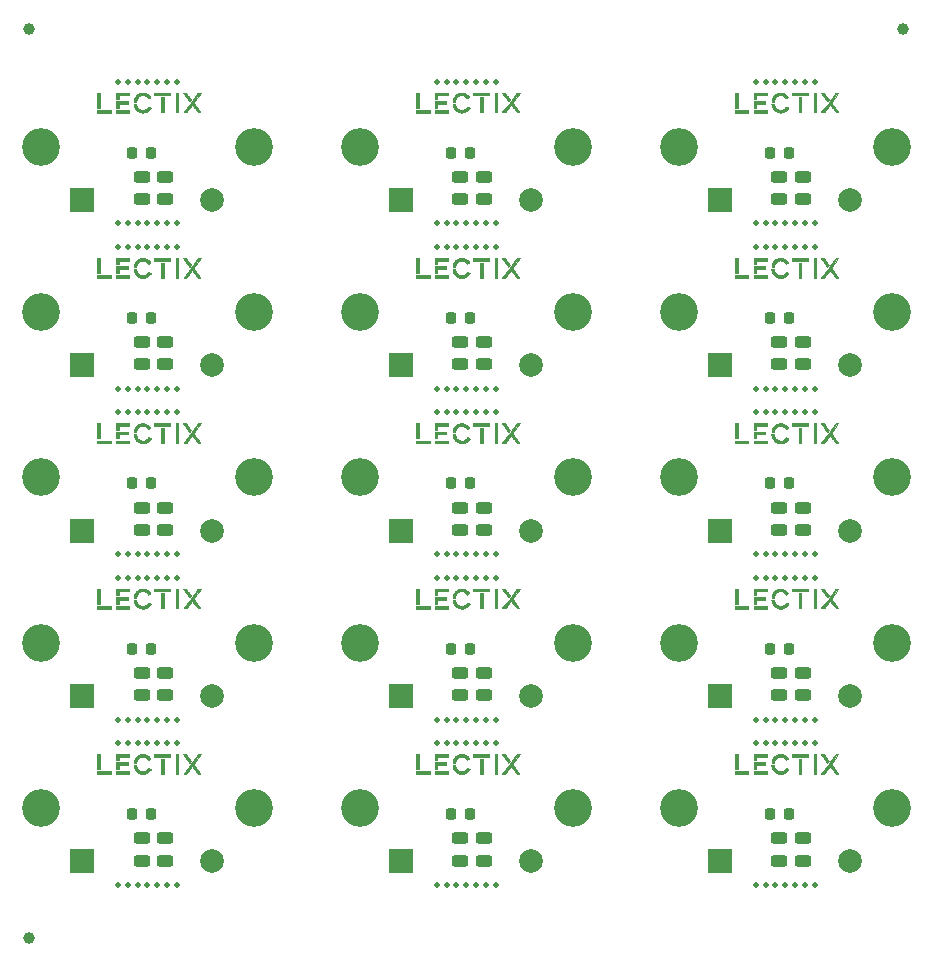
<source format=gts>
G04 #@! TF.GenerationSoftware,KiCad,Pcbnew,6.0.9-8da3e8f707~116~ubuntu20.04.1*
G04 #@! TF.CreationDate,2023-04-16T18:25:48+00:00*
G04 #@! TF.ProjectId,LEC005001-panel,4c454330-3035-4303-9031-2d70616e656c,rev?*
G04 #@! TF.SameCoordinates,Original*
G04 #@! TF.FileFunction,Soldermask,Top*
G04 #@! TF.FilePolarity,Negative*
%FSLAX46Y46*%
G04 Gerber Fmt 4.6, Leading zero omitted, Abs format (unit mm)*
G04 Created by KiCad (PCBNEW 6.0.9-8da3e8f707~116~ubuntu20.04.1) date 2023-04-16 18:25:48*
%MOMM*%
%LPD*%
G01*
G04 APERTURE LIST*
G04 Aperture macros list*
%AMRoundRect*
0 Rectangle with rounded corners*
0 $1 Rounding radius*
0 $2 $3 $4 $5 $6 $7 $8 $9 X,Y pos of 4 corners*
0 Add a 4 corners polygon primitive as box body*
4,1,4,$2,$3,$4,$5,$6,$7,$8,$9,$2,$3,0*
0 Add four circle primitives for the rounded corners*
1,1,$1+$1,$2,$3*
1,1,$1+$1,$4,$5*
1,1,$1+$1,$6,$7*
1,1,$1+$1,$8,$9*
0 Add four rect primitives between the rounded corners*
20,1,$1+$1,$2,$3,$4,$5,0*
20,1,$1+$1,$4,$5,$6,$7,0*
20,1,$1+$1,$6,$7,$8,$9,0*
20,1,$1+$1,$8,$9,$2,$3,0*%
G04 Aperture macros list end*
%ADD10C,0.010000*%
%ADD11C,2.000000*%
%ADD12C,0.500000*%
%ADD13R,2.000000X2.000000*%
%ADD14C,3.200000*%
%ADD15RoundRect,0.243750X-0.456250X0.243750X-0.456250X-0.243750X0.456250X-0.243750X0.456250X0.243750X0*%
%ADD16RoundRect,0.218750X0.218750X0.256250X-0.218750X0.256250X-0.218750X-0.256250X0.218750X-0.256250X0*%
%ADD17C,1.000000*%
G04 APERTURE END LIST*
G04 #@! TO.C,LOGO1*
G36*
X64931732Y-36137860D02*
G01*
X64057972Y-36137860D01*
X64057972Y-36450280D01*
X63834452Y-36450280D01*
X63834452Y-35916880D01*
X64931732Y-35916880D01*
X64931732Y-36137860D01*
G37*
D10*
X64931732Y-36137860D02*
X64057972Y-36137860D01*
X64057972Y-36450280D01*
X63834452Y-36450280D01*
X63834452Y-35916880D01*
X64931732Y-35916880D01*
X64931732Y-36137860D01*
G36*
X64931732Y-37603440D02*
G01*
X63839532Y-37603440D01*
X63839532Y-37379920D01*
X64931732Y-37379920D01*
X64931732Y-37603440D01*
G37*
X64931732Y-37603440D02*
X63839532Y-37603440D01*
X63839532Y-37379920D01*
X64931732Y-37379920D01*
X64931732Y-37603440D01*
G36*
X69759880Y-35924500D02*
G01*
X69965181Y-36207044D01*
X69989711Y-36240835D01*
X70013405Y-36273537D01*
X70036092Y-36304909D01*
X70057601Y-36334714D01*
X70077760Y-36362711D01*
X70096399Y-36388663D01*
X70113347Y-36412329D01*
X70128432Y-36433470D01*
X70141483Y-36451848D01*
X70152330Y-36467223D01*
X70160801Y-36479356D01*
X70166726Y-36488009D01*
X70169933Y-36492942D01*
X70170482Y-36494021D01*
X70169041Y-36497001D01*
X70164989Y-36503439D01*
X70158729Y-36512779D01*
X70150667Y-36524461D01*
X70141205Y-36537928D01*
X70130750Y-36552622D01*
X70119705Y-36567984D01*
X70108474Y-36583457D01*
X70097463Y-36598483D01*
X70087074Y-36612504D01*
X70077713Y-36624962D01*
X70069784Y-36635298D01*
X70063691Y-36642955D01*
X70059839Y-36647375D01*
X70058722Y-36648247D01*
X70056983Y-36646223D01*
X70052416Y-36640295D01*
X70045176Y-36630671D01*
X70035414Y-36617561D01*
X70023285Y-36601174D01*
X70008941Y-36581719D01*
X69992537Y-36559405D01*
X69974225Y-36534442D01*
X69954159Y-36507037D01*
X69932491Y-36477402D01*
X69909377Y-36445743D01*
X69884968Y-36412272D01*
X69859418Y-36377196D01*
X69832880Y-36340724D01*
X69805508Y-36303067D01*
X69797102Y-36291493D01*
X69769470Y-36253445D01*
X69742619Y-36216468D01*
X69716701Y-36180772D01*
X69691872Y-36146572D01*
X69668286Y-36114081D01*
X69646098Y-36083511D01*
X69625461Y-36055075D01*
X69606530Y-36028985D01*
X69589460Y-36005456D01*
X69574405Y-35984699D01*
X69561520Y-35966927D01*
X69550959Y-35952354D01*
X69542876Y-35941192D01*
X69537426Y-35933654D01*
X69534763Y-35929952D01*
X69534537Y-35929630D01*
X69533789Y-35928417D01*
X69533627Y-35927412D01*
X69534475Y-35926595D01*
X69536756Y-35925947D01*
X69540893Y-35925449D01*
X69547311Y-35925081D01*
X69556434Y-35924823D01*
X69568684Y-35924655D01*
X69584485Y-35924559D01*
X69604261Y-35924514D01*
X69628437Y-35924500D01*
X69645466Y-35924499D01*
X69759880Y-35924500D01*
G37*
X69759880Y-35924500D02*
X69965181Y-36207044D01*
X69989711Y-36240835D01*
X70013405Y-36273537D01*
X70036092Y-36304909D01*
X70057601Y-36334714D01*
X70077760Y-36362711D01*
X70096399Y-36388663D01*
X70113347Y-36412329D01*
X70128432Y-36433470D01*
X70141483Y-36451848D01*
X70152330Y-36467223D01*
X70160801Y-36479356D01*
X70166726Y-36488009D01*
X70169933Y-36492942D01*
X70170482Y-36494021D01*
X70169041Y-36497001D01*
X70164989Y-36503439D01*
X70158729Y-36512779D01*
X70150667Y-36524461D01*
X70141205Y-36537928D01*
X70130750Y-36552622D01*
X70119705Y-36567984D01*
X70108474Y-36583457D01*
X70097463Y-36598483D01*
X70087074Y-36612504D01*
X70077713Y-36624962D01*
X70069784Y-36635298D01*
X70063691Y-36642955D01*
X70059839Y-36647375D01*
X70058722Y-36648247D01*
X70056983Y-36646223D01*
X70052416Y-36640295D01*
X70045176Y-36630671D01*
X70035414Y-36617561D01*
X70023285Y-36601174D01*
X70008941Y-36581719D01*
X69992537Y-36559405D01*
X69974225Y-36534442D01*
X69954159Y-36507037D01*
X69932491Y-36477402D01*
X69909377Y-36445743D01*
X69884968Y-36412272D01*
X69859418Y-36377196D01*
X69832880Y-36340724D01*
X69805508Y-36303067D01*
X69797102Y-36291493D01*
X69769470Y-36253445D01*
X69742619Y-36216468D01*
X69716701Y-36180772D01*
X69691872Y-36146572D01*
X69668286Y-36114081D01*
X69646098Y-36083511D01*
X69625461Y-36055075D01*
X69606530Y-36028985D01*
X69589460Y-36005456D01*
X69574405Y-35984699D01*
X69561520Y-35966927D01*
X69550959Y-35952354D01*
X69542876Y-35941192D01*
X69537426Y-35933654D01*
X69534763Y-35929952D01*
X69534537Y-35929630D01*
X69533789Y-35928417D01*
X69533627Y-35927412D01*
X69534475Y-35926595D01*
X69536756Y-35925947D01*
X69540893Y-35925449D01*
X69547311Y-35925081D01*
X69556434Y-35924823D01*
X69568684Y-35924655D01*
X69584485Y-35924559D01*
X69604261Y-35924514D01*
X69628437Y-35924500D01*
X69645466Y-35924499D01*
X69759880Y-35924500D01*
G36*
X70875216Y-35930092D02*
G01*
X70893762Y-35930188D01*
X71007208Y-35930850D01*
X70701060Y-36349183D01*
X70670976Y-36390298D01*
X70641699Y-36430325D01*
X70613370Y-36469069D01*
X70586129Y-36506338D01*
X70560118Y-36541940D01*
X70535478Y-36575680D01*
X70512348Y-36607366D01*
X70490869Y-36636806D01*
X70471183Y-36663806D01*
X70453430Y-36688172D01*
X70437751Y-36709713D01*
X70424286Y-36728236D01*
X70413177Y-36743546D01*
X70404563Y-36755452D01*
X70398586Y-36763760D01*
X70395386Y-36768277D01*
X70394858Y-36769087D01*
X70396319Y-36771269D01*
X70400619Y-36777370D01*
X70407615Y-36787192D01*
X70417168Y-36800541D01*
X70429136Y-36817220D01*
X70443377Y-36837032D01*
X70459750Y-36859783D01*
X70478114Y-36885275D01*
X70498328Y-36913314D01*
X70520249Y-36943701D01*
X70543737Y-36976243D01*
X70568651Y-37010742D01*
X70594850Y-37047003D01*
X70622191Y-37084829D01*
X70650534Y-37124025D01*
X70679737Y-37164395D01*
X70691583Y-37180766D01*
X70721102Y-37221564D01*
X70749825Y-37261274D01*
X70777611Y-37299701D01*
X70804317Y-37336647D01*
X70829801Y-37371916D01*
X70853922Y-37405310D01*
X70876538Y-37436635D01*
X70897507Y-37465692D01*
X70916687Y-37492285D01*
X70933937Y-37516218D01*
X70949114Y-37537293D01*
X70962076Y-37555315D01*
X70972682Y-37570086D01*
X70980790Y-37581411D01*
X70986258Y-37589091D01*
X70988945Y-37592932D01*
X70989208Y-37593347D01*
X70986928Y-37593981D01*
X70979734Y-37594522D01*
X70967790Y-37594969D01*
X70951261Y-37595317D01*
X70930312Y-37595563D01*
X70905108Y-37595703D01*
X70876178Y-37595734D01*
X70762302Y-37595649D01*
X70521002Y-37261780D01*
X70494438Y-37225037D01*
X70468677Y-37189426D01*
X70443877Y-37155163D01*
X70420195Y-37122466D01*
X70397788Y-37091550D01*
X70376814Y-37062632D01*
X70357429Y-37035929D01*
X70339792Y-37011658D01*
X70324059Y-36990034D01*
X70310387Y-36971274D01*
X70298935Y-36955596D01*
X70289860Y-36943215D01*
X70283318Y-36934347D01*
X70279468Y-36929211D01*
X70278432Y-36927933D01*
X70276818Y-36929950D01*
X70272367Y-36935854D01*
X70265236Y-36945427D01*
X70255586Y-36958455D01*
X70243573Y-36974722D01*
X70229359Y-36994010D01*
X70213100Y-37016106D01*
X70194956Y-37040791D01*
X70175085Y-37067851D01*
X70153646Y-37097070D01*
X70130799Y-37128231D01*
X70106701Y-37161119D01*
X70081512Y-37195518D01*
X70055389Y-37231211D01*
X70034592Y-37259644D01*
X70007837Y-37296214D01*
X69981877Y-37331667D01*
X69956873Y-37365786D01*
X69932984Y-37398355D01*
X69910370Y-37429156D01*
X69889191Y-37457973D01*
X69869605Y-37484589D01*
X69851775Y-37508787D01*
X69835858Y-37530350D01*
X69822014Y-37549061D01*
X69810405Y-37564704D01*
X69801188Y-37577061D01*
X69794525Y-37585916D01*
X69790574Y-37591051D01*
X69789482Y-37592335D01*
X69786486Y-37592529D01*
X69778937Y-37592680D01*
X69767362Y-37592789D01*
X69752287Y-37592853D01*
X69734239Y-37592870D01*
X69713745Y-37592839D01*
X69691331Y-37592759D01*
X69674560Y-37592672D01*
X69562179Y-37592010D01*
X70168137Y-36763970D01*
X70210629Y-36705907D01*
X70252369Y-36648878D01*
X70293255Y-36593019D01*
X70333188Y-36538469D01*
X70372066Y-36485363D01*
X70409790Y-36433839D01*
X70446259Y-36384036D01*
X70481371Y-36336089D01*
X70515027Y-36290136D01*
X70547126Y-36246314D01*
X70577567Y-36204761D01*
X70606250Y-36165614D01*
X70633074Y-36129011D01*
X70657939Y-36095087D01*
X70680744Y-36063981D01*
X70701389Y-36035831D01*
X70719772Y-36010772D01*
X70735794Y-35988943D01*
X70749353Y-35970481D01*
X70760349Y-35955522D01*
X70768683Y-35944205D01*
X70774252Y-35936667D01*
X70776957Y-35933044D01*
X70777206Y-35932728D01*
X70779041Y-35931936D01*
X70783105Y-35931292D01*
X70789772Y-35930789D01*
X70799416Y-35930418D01*
X70812409Y-35930171D01*
X70829124Y-35930039D01*
X70849936Y-35930016D01*
X70875216Y-35930092D01*
G37*
X70875216Y-35930092D02*
X70893762Y-35930188D01*
X71007208Y-35930850D01*
X70701060Y-36349183D01*
X70670976Y-36390298D01*
X70641699Y-36430325D01*
X70613370Y-36469069D01*
X70586129Y-36506338D01*
X70560118Y-36541940D01*
X70535478Y-36575680D01*
X70512348Y-36607366D01*
X70490869Y-36636806D01*
X70471183Y-36663806D01*
X70453430Y-36688172D01*
X70437751Y-36709713D01*
X70424286Y-36728236D01*
X70413177Y-36743546D01*
X70404563Y-36755452D01*
X70398586Y-36763760D01*
X70395386Y-36768277D01*
X70394858Y-36769087D01*
X70396319Y-36771269D01*
X70400619Y-36777370D01*
X70407615Y-36787192D01*
X70417168Y-36800541D01*
X70429136Y-36817220D01*
X70443377Y-36837032D01*
X70459750Y-36859783D01*
X70478114Y-36885275D01*
X70498328Y-36913314D01*
X70520249Y-36943701D01*
X70543737Y-36976243D01*
X70568651Y-37010742D01*
X70594850Y-37047003D01*
X70622191Y-37084829D01*
X70650534Y-37124025D01*
X70679737Y-37164395D01*
X70691583Y-37180766D01*
X70721102Y-37221564D01*
X70749825Y-37261274D01*
X70777611Y-37299701D01*
X70804317Y-37336647D01*
X70829801Y-37371916D01*
X70853922Y-37405310D01*
X70876538Y-37436635D01*
X70897507Y-37465692D01*
X70916687Y-37492285D01*
X70933937Y-37516218D01*
X70949114Y-37537293D01*
X70962076Y-37555315D01*
X70972682Y-37570086D01*
X70980790Y-37581411D01*
X70986258Y-37589091D01*
X70988945Y-37592932D01*
X70989208Y-37593347D01*
X70986928Y-37593981D01*
X70979734Y-37594522D01*
X70967790Y-37594969D01*
X70951261Y-37595317D01*
X70930312Y-37595563D01*
X70905108Y-37595703D01*
X70876178Y-37595734D01*
X70762302Y-37595649D01*
X70521002Y-37261780D01*
X70494438Y-37225037D01*
X70468677Y-37189426D01*
X70443877Y-37155163D01*
X70420195Y-37122466D01*
X70397788Y-37091550D01*
X70376814Y-37062632D01*
X70357429Y-37035929D01*
X70339792Y-37011658D01*
X70324059Y-36990034D01*
X70310387Y-36971274D01*
X70298935Y-36955596D01*
X70289860Y-36943215D01*
X70283318Y-36934347D01*
X70279468Y-36929211D01*
X70278432Y-36927933D01*
X70276818Y-36929950D01*
X70272367Y-36935854D01*
X70265236Y-36945427D01*
X70255586Y-36958455D01*
X70243573Y-36974722D01*
X70229359Y-36994010D01*
X70213100Y-37016106D01*
X70194956Y-37040791D01*
X70175085Y-37067851D01*
X70153646Y-37097070D01*
X70130799Y-37128231D01*
X70106701Y-37161119D01*
X70081512Y-37195518D01*
X70055389Y-37231211D01*
X70034592Y-37259644D01*
X70007837Y-37296214D01*
X69981877Y-37331667D01*
X69956873Y-37365786D01*
X69932984Y-37398355D01*
X69910370Y-37429156D01*
X69889191Y-37457973D01*
X69869605Y-37484589D01*
X69851775Y-37508787D01*
X69835858Y-37530350D01*
X69822014Y-37549061D01*
X69810405Y-37564704D01*
X69801188Y-37577061D01*
X69794525Y-37585916D01*
X69790574Y-37591051D01*
X69789482Y-37592335D01*
X69786486Y-37592529D01*
X69778937Y-37592680D01*
X69767362Y-37592789D01*
X69752287Y-37592853D01*
X69734239Y-37592870D01*
X69713745Y-37592839D01*
X69691331Y-37592759D01*
X69674560Y-37592672D01*
X69562179Y-37592010D01*
X70168137Y-36763970D01*
X70210629Y-36705907D01*
X70252369Y-36648878D01*
X70293255Y-36593019D01*
X70333188Y-36538469D01*
X70372066Y-36485363D01*
X70409790Y-36433839D01*
X70446259Y-36384036D01*
X70481371Y-36336089D01*
X70515027Y-36290136D01*
X70547126Y-36246314D01*
X70577567Y-36204761D01*
X70606250Y-36165614D01*
X70633074Y-36129011D01*
X70657939Y-36095087D01*
X70680744Y-36063981D01*
X70701389Y-36035831D01*
X70719772Y-36010772D01*
X70735794Y-35988943D01*
X70749353Y-35970481D01*
X70760349Y-35955522D01*
X70768683Y-35944205D01*
X70774252Y-35936667D01*
X70776957Y-35933044D01*
X70777206Y-35932728D01*
X70779041Y-35931936D01*
X70783105Y-35931292D01*
X70789772Y-35930789D01*
X70799416Y-35930418D01*
X70812409Y-35930171D01*
X70829124Y-35930039D01*
X70849936Y-35930016D01*
X70875216Y-35930092D01*
G36*
X63387412Y-37603440D02*
G01*
X62239332Y-37603440D01*
X62239332Y-37379920D01*
X63387412Y-37379920D01*
X63387412Y-37603440D01*
G37*
X63387412Y-37603440D02*
X62239332Y-37603440D01*
X62239332Y-37379920D01*
X63387412Y-37379920D01*
X63387412Y-37603440D01*
G36*
X66125121Y-35921115D02*
G01*
X66146861Y-35921898D01*
X66165388Y-35923135D01*
X66173792Y-35924013D01*
X66235448Y-35934111D01*
X66295394Y-35948858D01*
X66353414Y-35968120D01*
X66409292Y-35991760D01*
X66462813Y-36019642D01*
X66513762Y-36051632D01*
X66561924Y-36087592D01*
X66607083Y-36127388D01*
X66649023Y-36170884D01*
X66687529Y-36217944D01*
X66722387Y-36268433D01*
X66723665Y-36270462D01*
X66729862Y-36280604D01*
X66734785Y-36289176D01*
X66737944Y-36295284D01*
X66738845Y-36298034D01*
X66738839Y-36298046D01*
X66736528Y-36299794D01*
X66730496Y-36303936D01*
X66721288Y-36310116D01*
X66709453Y-36317976D01*
X66695539Y-36327159D01*
X66680093Y-36337308D01*
X66663662Y-36348066D01*
X66646795Y-36359075D01*
X66630039Y-36369979D01*
X66613941Y-36380419D01*
X66599050Y-36390039D01*
X66585912Y-36398482D01*
X66575077Y-36405390D01*
X66567090Y-36410407D01*
X66562500Y-36413174D01*
X66561706Y-36413584D01*
X66558880Y-36412718D01*
X66554817Y-36408095D01*
X66549217Y-36399339D01*
X66546096Y-36393914D01*
X66529001Y-36366428D01*
X66508339Y-36338002D01*
X66485141Y-36309852D01*
X66460440Y-36283197D01*
X66435268Y-36259254D01*
X66423392Y-36249140D01*
X66382758Y-36219172D01*
X66339159Y-36193127D01*
X66293108Y-36171226D01*
X66245120Y-36153690D01*
X66195709Y-36140740D01*
X66155364Y-36133813D01*
X66133858Y-36131768D01*
X66109133Y-36130722D01*
X66082672Y-36130637D01*
X66055957Y-36131480D01*
X66030469Y-36133214D01*
X66007691Y-36135804D01*
X65996738Y-36137603D01*
X65946198Y-36149608D01*
X65897687Y-36166099D01*
X65851446Y-36186857D01*
X65807716Y-36211666D01*
X65766738Y-36240308D01*
X65728753Y-36272566D01*
X65694002Y-36308223D01*
X65662726Y-36347062D01*
X65635164Y-36388864D01*
X65611560Y-36433413D01*
X65592152Y-36480492D01*
X65582111Y-36511621D01*
X65571468Y-36556052D01*
X65564840Y-36602105D01*
X65562344Y-36640145D01*
X65560940Y-36681420D01*
X65339943Y-36681420D01*
X65341419Y-36636335D01*
X65345863Y-36576765D01*
X65355151Y-36518219D01*
X65369108Y-36460945D01*
X65387555Y-36405192D01*
X65410317Y-36351206D01*
X65437218Y-36299239D01*
X65468080Y-36249537D01*
X65502728Y-36202349D01*
X65540985Y-36157923D01*
X65582674Y-36116510D01*
X65627620Y-36078355D01*
X65675645Y-36043709D01*
X65726573Y-36012820D01*
X65780228Y-35985936D01*
X65813112Y-35972046D01*
X65865989Y-35953465D01*
X65920701Y-35938763D01*
X65978117Y-35927716D01*
X65993452Y-35925434D01*
X66009631Y-35923688D01*
X66029694Y-35922339D01*
X66052456Y-35921399D01*
X66076737Y-35920875D01*
X66101353Y-35920777D01*
X66125121Y-35921115D01*
G37*
X66125121Y-35921115D02*
X66146861Y-35921898D01*
X66165388Y-35923135D01*
X66173792Y-35924013D01*
X66235448Y-35934111D01*
X66295394Y-35948858D01*
X66353414Y-35968120D01*
X66409292Y-35991760D01*
X66462813Y-36019642D01*
X66513762Y-36051632D01*
X66561924Y-36087592D01*
X66607083Y-36127388D01*
X66649023Y-36170884D01*
X66687529Y-36217944D01*
X66722387Y-36268433D01*
X66723665Y-36270462D01*
X66729862Y-36280604D01*
X66734785Y-36289176D01*
X66737944Y-36295284D01*
X66738845Y-36298034D01*
X66738839Y-36298046D01*
X66736528Y-36299794D01*
X66730496Y-36303936D01*
X66721288Y-36310116D01*
X66709453Y-36317976D01*
X66695539Y-36327159D01*
X66680093Y-36337308D01*
X66663662Y-36348066D01*
X66646795Y-36359075D01*
X66630039Y-36369979D01*
X66613941Y-36380419D01*
X66599050Y-36390039D01*
X66585912Y-36398482D01*
X66575077Y-36405390D01*
X66567090Y-36410407D01*
X66562500Y-36413174D01*
X66561706Y-36413584D01*
X66558880Y-36412718D01*
X66554817Y-36408095D01*
X66549217Y-36399339D01*
X66546096Y-36393914D01*
X66529001Y-36366428D01*
X66508339Y-36338002D01*
X66485141Y-36309852D01*
X66460440Y-36283197D01*
X66435268Y-36259254D01*
X66423392Y-36249140D01*
X66382758Y-36219172D01*
X66339159Y-36193127D01*
X66293108Y-36171226D01*
X66245120Y-36153690D01*
X66195709Y-36140740D01*
X66155364Y-36133813D01*
X66133858Y-36131768D01*
X66109133Y-36130722D01*
X66082672Y-36130637D01*
X66055957Y-36131480D01*
X66030469Y-36133214D01*
X66007691Y-36135804D01*
X65996738Y-36137603D01*
X65946198Y-36149608D01*
X65897687Y-36166099D01*
X65851446Y-36186857D01*
X65807716Y-36211666D01*
X65766738Y-36240308D01*
X65728753Y-36272566D01*
X65694002Y-36308223D01*
X65662726Y-36347062D01*
X65635164Y-36388864D01*
X65611560Y-36433413D01*
X65592152Y-36480492D01*
X65582111Y-36511621D01*
X65571468Y-36556052D01*
X65564840Y-36602105D01*
X65562344Y-36640145D01*
X65560940Y-36681420D01*
X65339943Y-36681420D01*
X65341419Y-36636335D01*
X65345863Y-36576765D01*
X65355151Y-36518219D01*
X65369108Y-36460945D01*
X65387555Y-36405192D01*
X65410317Y-36351206D01*
X65437218Y-36299239D01*
X65468080Y-36249537D01*
X65502728Y-36202349D01*
X65540985Y-36157923D01*
X65582674Y-36116510D01*
X65627620Y-36078355D01*
X65675645Y-36043709D01*
X65726573Y-36012820D01*
X65780228Y-35985936D01*
X65813112Y-35972046D01*
X65865989Y-35953465D01*
X65920701Y-35938763D01*
X65978117Y-35927716D01*
X65993452Y-35925434D01*
X66009631Y-35923688D01*
X66029694Y-35922339D01*
X66052456Y-35921399D01*
X66076737Y-35920875D01*
X66101353Y-35920777D01*
X66125121Y-35921115D01*
G36*
X62460312Y-37202120D02*
G01*
X62239332Y-37202120D01*
X62239332Y-35927040D01*
X62460312Y-35927040D01*
X62460312Y-37202120D01*
G37*
X62460312Y-37202120D02*
X62239332Y-37202120D01*
X62239332Y-35927040D01*
X62460312Y-35927040D01*
X62460312Y-37202120D01*
G36*
X68449632Y-36145480D02*
G01*
X67080572Y-36145480D01*
X67080572Y-35924500D01*
X68449632Y-35924500D01*
X68449632Y-36145480D01*
G37*
X68449632Y-36145480D02*
X67080572Y-36145480D01*
X67080572Y-35924500D01*
X68449632Y-35924500D01*
X68449632Y-36145480D01*
G36*
X64817432Y-36859220D02*
G01*
X64057972Y-36859220D01*
X64057972Y-37202120D01*
X63836992Y-37202120D01*
X63836992Y-36635700D01*
X64817432Y-36635700D01*
X64817432Y-36859220D01*
G37*
X64817432Y-36859220D02*
X64057972Y-36859220D01*
X64057972Y-37202120D01*
X63836992Y-37202120D01*
X63836992Y-36635700D01*
X64817432Y-36635700D01*
X64817432Y-36859220D01*
G36*
X67870512Y-37595820D02*
G01*
X67649532Y-37595820D01*
X67649532Y-36313120D01*
X67870512Y-36313120D01*
X67870512Y-37595820D01*
G37*
X67870512Y-37595820D02*
X67649532Y-37595820D01*
X67649532Y-36313120D01*
X67870512Y-36313120D01*
X67870512Y-37595820D01*
G36*
X69117652Y-37595820D02*
G01*
X68896672Y-37595820D01*
X68896672Y-35924500D01*
X69117652Y-35924500D01*
X69117652Y-37595820D01*
G37*
X69117652Y-37595820D02*
X68896672Y-37595820D01*
X68896672Y-35924500D01*
X69117652Y-35924500D01*
X69117652Y-37595820D01*
G36*
X65557314Y-36885255D02*
G01*
X65562032Y-36934642D01*
X65571626Y-36983391D01*
X65585900Y-37031126D01*
X65604655Y-37077472D01*
X65627696Y-37122055D01*
X65654825Y-37164500D01*
X65685845Y-37204432D01*
X65720560Y-37241476D01*
X65758772Y-37275258D01*
X65764852Y-37280066D01*
X65804950Y-37308193D01*
X65848257Y-37332754D01*
X65894126Y-37353491D01*
X65941911Y-37370147D01*
X65990966Y-37382466D01*
X66040645Y-37390191D01*
X66041973Y-37390331D01*
X66063329Y-37391812D01*
X66087924Y-37392277D01*
X66114082Y-37391784D01*
X66140128Y-37390393D01*
X66164387Y-37388161D01*
X66183952Y-37385369D01*
X66234332Y-37373968D01*
X66283083Y-37358011D01*
X66329885Y-37337722D01*
X66374418Y-37313326D01*
X66416359Y-37285050D01*
X66455389Y-37253119D01*
X66491187Y-37217757D01*
X66523433Y-37179189D01*
X66551805Y-37137642D01*
X66562371Y-37119570D01*
X66566676Y-37111866D01*
X66569889Y-37106162D01*
X66571331Y-37103660D01*
X66571340Y-37103648D01*
X66573630Y-37104589D01*
X66579878Y-37107586D01*
X66589534Y-37112356D01*
X66602046Y-37118617D01*
X66616862Y-37126087D01*
X66633430Y-37134484D01*
X66651200Y-37143526D01*
X66669621Y-37152930D01*
X66688139Y-37162414D01*
X66706204Y-37171697D01*
X66723265Y-37180496D01*
X66738769Y-37188530D01*
X66752166Y-37195515D01*
X66762904Y-37201170D01*
X66770431Y-37205212D01*
X66774196Y-37207360D01*
X66774491Y-37207574D01*
X66775254Y-37209476D01*
X66774562Y-37212864D01*
X66772148Y-37218246D01*
X66767741Y-37226130D01*
X66761073Y-37237022D01*
X66751875Y-37251432D01*
X66748444Y-37256730D01*
X66712657Y-37307247D01*
X66673145Y-37354456D01*
X66630165Y-37398181D01*
X66583973Y-37438245D01*
X66534827Y-37474473D01*
X66482983Y-37506690D01*
X66428698Y-37534719D01*
X66372229Y-37558386D01*
X66313834Y-37577513D01*
X66260298Y-37590608D01*
X66239363Y-37594715D01*
X66220219Y-37597937D01*
X66201698Y-37600387D01*
X66182633Y-37602177D01*
X66161856Y-37603419D01*
X66138198Y-37604226D01*
X66114102Y-37604665D01*
X66095877Y-37604860D01*
X66078983Y-37604960D01*
X66064193Y-37604966D01*
X66052279Y-37604880D01*
X66044015Y-37604704D01*
X66040442Y-37604485D01*
X66034554Y-37603741D01*
X66025222Y-37602630D01*
X66014050Y-37601341D01*
X66008692Y-37600735D01*
X65952915Y-37592047D01*
X65896919Y-37578574D01*
X65841313Y-37560545D01*
X65786706Y-37538188D01*
X65733709Y-37511731D01*
X65682931Y-37481401D01*
X65674682Y-37475955D01*
X65644710Y-37455098D01*
X65617956Y-37434653D01*
X65592854Y-37413317D01*
X65567839Y-37389790D01*
X65552630Y-37374501D01*
X65510432Y-37327656D01*
X65472528Y-37278179D01*
X65438998Y-37226236D01*
X65409926Y-37171994D01*
X65385394Y-37115618D01*
X65365486Y-37057274D01*
X65350283Y-36997129D01*
X65342099Y-36951477D01*
X65340892Y-36942261D01*
X65339489Y-36929810D01*
X65337999Y-36915307D01*
X65336530Y-36899937D01*
X65335193Y-36884885D01*
X65334097Y-36871334D01*
X65333350Y-36860470D01*
X65333062Y-36853505D01*
X65335514Y-36853107D01*
X65342533Y-36852738D01*
X65353604Y-36852405D01*
X65368216Y-36852119D01*
X65385853Y-36851886D01*
X65406003Y-36851717D01*
X65428153Y-36851620D01*
X65444431Y-36851600D01*
X65555811Y-36851600D01*
X65557314Y-36885255D01*
G37*
X65557314Y-36885255D02*
X65562032Y-36934642D01*
X65571626Y-36983391D01*
X65585900Y-37031126D01*
X65604655Y-37077472D01*
X65627696Y-37122055D01*
X65654825Y-37164500D01*
X65685845Y-37204432D01*
X65720560Y-37241476D01*
X65758772Y-37275258D01*
X65764852Y-37280066D01*
X65804950Y-37308193D01*
X65848257Y-37332754D01*
X65894126Y-37353491D01*
X65941911Y-37370147D01*
X65990966Y-37382466D01*
X66040645Y-37390191D01*
X66041973Y-37390331D01*
X66063329Y-37391812D01*
X66087924Y-37392277D01*
X66114082Y-37391784D01*
X66140128Y-37390393D01*
X66164387Y-37388161D01*
X66183952Y-37385369D01*
X66234332Y-37373968D01*
X66283083Y-37358011D01*
X66329885Y-37337722D01*
X66374418Y-37313326D01*
X66416359Y-37285050D01*
X66455389Y-37253119D01*
X66491187Y-37217757D01*
X66523433Y-37179189D01*
X66551805Y-37137642D01*
X66562371Y-37119570D01*
X66566676Y-37111866D01*
X66569889Y-37106162D01*
X66571331Y-37103660D01*
X66571340Y-37103648D01*
X66573630Y-37104589D01*
X66579878Y-37107586D01*
X66589534Y-37112356D01*
X66602046Y-37118617D01*
X66616862Y-37126087D01*
X66633430Y-37134484D01*
X66651200Y-37143526D01*
X66669621Y-37152930D01*
X66688139Y-37162414D01*
X66706204Y-37171697D01*
X66723265Y-37180496D01*
X66738769Y-37188530D01*
X66752166Y-37195515D01*
X66762904Y-37201170D01*
X66770431Y-37205212D01*
X66774196Y-37207360D01*
X66774491Y-37207574D01*
X66775254Y-37209476D01*
X66774562Y-37212864D01*
X66772148Y-37218246D01*
X66767741Y-37226130D01*
X66761073Y-37237022D01*
X66751875Y-37251432D01*
X66748444Y-37256730D01*
X66712657Y-37307247D01*
X66673145Y-37354456D01*
X66630165Y-37398181D01*
X66583973Y-37438245D01*
X66534827Y-37474473D01*
X66482983Y-37506690D01*
X66428698Y-37534719D01*
X66372229Y-37558386D01*
X66313834Y-37577513D01*
X66260298Y-37590608D01*
X66239363Y-37594715D01*
X66220219Y-37597937D01*
X66201698Y-37600387D01*
X66182633Y-37602177D01*
X66161856Y-37603419D01*
X66138198Y-37604226D01*
X66114102Y-37604665D01*
X66095877Y-37604860D01*
X66078983Y-37604960D01*
X66064193Y-37604966D01*
X66052279Y-37604880D01*
X66044015Y-37604704D01*
X66040442Y-37604485D01*
X66034554Y-37603741D01*
X66025222Y-37602630D01*
X66014050Y-37601341D01*
X66008692Y-37600735D01*
X65952915Y-37592047D01*
X65896919Y-37578574D01*
X65841313Y-37560545D01*
X65786706Y-37538188D01*
X65733709Y-37511731D01*
X65682931Y-37481401D01*
X65674682Y-37475955D01*
X65644710Y-37455098D01*
X65617956Y-37434653D01*
X65592854Y-37413317D01*
X65567839Y-37389790D01*
X65552630Y-37374501D01*
X65510432Y-37327656D01*
X65472528Y-37278179D01*
X65438998Y-37226236D01*
X65409926Y-37171994D01*
X65385394Y-37115618D01*
X65365486Y-37057274D01*
X65350283Y-36997129D01*
X65342099Y-36951477D01*
X65340892Y-36942261D01*
X65339489Y-36929810D01*
X65337999Y-36915307D01*
X65336530Y-36899937D01*
X65335193Y-36884885D01*
X65334097Y-36871334D01*
X65333350Y-36860470D01*
X65333062Y-36853505D01*
X65335514Y-36853107D01*
X65342533Y-36852738D01*
X65353604Y-36852405D01*
X65368216Y-36852119D01*
X65385853Y-36851886D01*
X65406003Y-36851717D01*
X65428153Y-36851620D01*
X65444431Y-36851600D01*
X65555811Y-36851600D01*
X65557314Y-36885255D01*
G36*
X42117652Y-65595820D02*
G01*
X41896672Y-65595820D01*
X41896672Y-63924500D01*
X42117652Y-63924500D01*
X42117652Y-65595820D01*
G37*
X42117652Y-65595820D02*
X41896672Y-65595820D01*
X41896672Y-63924500D01*
X42117652Y-63924500D01*
X42117652Y-65595820D01*
G36*
X35460312Y-65202120D02*
G01*
X35239332Y-65202120D01*
X35239332Y-63927040D01*
X35460312Y-63927040D01*
X35460312Y-65202120D01*
G37*
X35460312Y-65202120D02*
X35239332Y-65202120D01*
X35239332Y-63927040D01*
X35460312Y-63927040D01*
X35460312Y-65202120D01*
G36*
X37931732Y-65603440D02*
G01*
X36839532Y-65603440D01*
X36839532Y-65379920D01*
X37931732Y-65379920D01*
X37931732Y-65603440D01*
G37*
X37931732Y-65603440D02*
X36839532Y-65603440D01*
X36839532Y-65379920D01*
X37931732Y-65379920D01*
X37931732Y-65603440D01*
G36*
X39125121Y-63921115D02*
G01*
X39146861Y-63921898D01*
X39165388Y-63923135D01*
X39173792Y-63924013D01*
X39235448Y-63934111D01*
X39295394Y-63948858D01*
X39353414Y-63968120D01*
X39409292Y-63991760D01*
X39462813Y-64019642D01*
X39513762Y-64051632D01*
X39561924Y-64087592D01*
X39607083Y-64127388D01*
X39649023Y-64170884D01*
X39687529Y-64217944D01*
X39722387Y-64268433D01*
X39723665Y-64270462D01*
X39729862Y-64280604D01*
X39734785Y-64289176D01*
X39737944Y-64295284D01*
X39738845Y-64298034D01*
X39738839Y-64298046D01*
X39736528Y-64299794D01*
X39730496Y-64303936D01*
X39721288Y-64310116D01*
X39709453Y-64317976D01*
X39695539Y-64327159D01*
X39680093Y-64337308D01*
X39663662Y-64348066D01*
X39646795Y-64359075D01*
X39630039Y-64369979D01*
X39613941Y-64380419D01*
X39599050Y-64390039D01*
X39585912Y-64398482D01*
X39575077Y-64405390D01*
X39567090Y-64410407D01*
X39562500Y-64413174D01*
X39561706Y-64413584D01*
X39558880Y-64412718D01*
X39554817Y-64408095D01*
X39549217Y-64399339D01*
X39546096Y-64393914D01*
X39529001Y-64366428D01*
X39508339Y-64338002D01*
X39485141Y-64309852D01*
X39460440Y-64283197D01*
X39435268Y-64259254D01*
X39423392Y-64249140D01*
X39382758Y-64219172D01*
X39339159Y-64193127D01*
X39293108Y-64171226D01*
X39245120Y-64153690D01*
X39195709Y-64140740D01*
X39155364Y-64133813D01*
X39133858Y-64131768D01*
X39109133Y-64130722D01*
X39082672Y-64130637D01*
X39055957Y-64131480D01*
X39030469Y-64133214D01*
X39007691Y-64135804D01*
X38996738Y-64137603D01*
X38946198Y-64149608D01*
X38897687Y-64166099D01*
X38851446Y-64186857D01*
X38807716Y-64211666D01*
X38766738Y-64240308D01*
X38728753Y-64272566D01*
X38694002Y-64308223D01*
X38662726Y-64347062D01*
X38635164Y-64388864D01*
X38611560Y-64433413D01*
X38592152Y-64480492D01*
X38582111Y-64511621D01*
X38571468Y-64556052D01*
X38564840Y-64602105D01*
X38562344Y-64640145D01*
X38560940Y-64681420D01*
X38339943Y-64681420D01*
X38341419Y-64636335D01*
X38345863Y-64576765D01*
X38355151Y-64518219D01*
X38369108Y-64460945D01*
X38387555Y-64405192D01*
X38410317Y-64351206D01*
X38437218Y-64299239D01*
X38468080Y-64249537D01*
X38502728Y-64202349D01*
X38540985Y-64157923D01*
X38582674Y-64116510D01*
X38627620Y-64078355D01*
X38675645Y-64043709D01*
X38726573Y-64012820D01*
X38780228Y-63985936D01*
X38813112Y-63972046D01*
X38865989Y-63953465D01*
X38920701Y-63938763D01*
X38978117Y-63927716D01*
X38993452Y-63925434D01*
X39009631Y-63923688D01*
X39029694Y-63922339D01*
X39052456Y-63921399D01*
X39076737Y-63920875D01*
X39101353Y-63920777D01*
X39125121Y-63921115D01*
G37*
X39125121Y-63921115D02*
X39146861Y-63921898D01*
X39165388Y-63923135D01*
X39173792Y-63924013D01*
X39235448Y-63934111D01*
X39295394Y-63948858D01*
X39353414Y-63968120D01*
X39409292Y-63991760D01*
X39462813Y-64019642D01*
X39513762Y-64051632D01*
X39561924Y-64087592D01*
X39607083Y-64127388D01*
X39649023Y-64170884D01*
X39687529Y-64217944D01*
X39722387Y-64268433D01*
X39723665Y-64270462D01*
X39729862Y-64280604D01*
X39734785Y-64289176D01*
X39737944Y-64295284D01*
X39738845Y-64298034D01*
X39738839Y-64298046D01*
X39736528Y-64299794D01*
X39730496Y-64303936D01*
X39721288Y-64310116D01*
X39709453Y-64317976D01*
X39695539Y-64327159D01*
X39680093Y-64337308D01*
X39663662Y-64348066D01*
X39646795Y-64359075D01*
X39630039Y-64369979D01*
X39613941Y-64380419D01*
X39599050Y-64390039D01*
X39585912Y-64398482D01*
X39575077Y-64405390D01*
X39567090Y-64410407D01*
X39562500Y-64413174D01*
X39561706Y-64413584D01*
X39558880Y-64412718D01*
X39554817Y-64408095D01*
X39549217Y-64399339D01*
X39546096Y-64393914D01*
X39529001Y-64366428D01*
X39508339Y-64338002D01*
X39485141Y-64309852D01*
X39460440Y-64283197D01*
X39435268Y-64259254D01*
X39423392Y-64249140D01*
X39382758Y-64219172D01*
X39339159Y-64193127D01*
X39293108Y-64171226D01*
X39245120Y-64153690D01*
X39195709Y-64140740D01*
X39155364Y-64133813D01*
X39133858Y-64131768D01*
X39109133Y-64130722D01*
X39082672Y-64130637D01*
X39055957Y-64131480D01*
X39030469Y-64133214D01*
X39007691Y-64135804D01*
X38996738Y-64137603D01*
X38946198Y-64149608D01*
X38897687Y-64166099D01*
X38851446Y-64186857D01*
X38807716Y-64211666D01*
X38766738Y-64240308D01*
X38728753Y-64272566D01*
X38694002Y-64308223D01*
X38662726Y-64347062D01*
X38635164Y-64388864D01*
X38611560Y-64433413D01*
X38592152Y-64480492D01*
X38582111Y-64511621D01*
X38571468Y-64556052D01*
X38564840Y-64602105D01*
X38562344Y-64640145D01*
X38560940Y-64681420D01*
X38339943Y-64681420D01*
X38341419Y-64636335D01*
X38345863Y-64576765D01*
X38355151Y-64518219D01*
X38369108Y-64460945D01*
X38387555Y-64405192D01*
X38410317Y-64351206D01*
X38437218Y-64299239D01*
X38468080Y-64249537D01*
X38502728Y-64202349D01*
X38540985Y-64157923D01*
X38582674Y-64116510D01*
X38627620Y-64078355D01*
X38675645Y-64043709D01*
X38726573Y-64012820D01*
X38780228Y-63985936D01*
X38813112Y-63972046D01*
X38865989Y-63953465D01*
X38920701Y-63938763D01*
X38978117Y-63927716D01*
X38993452Y-63925434D01*
X39009631Y-63923688D01*
X39029694Y-63922339D01*
X39052456Y-63921399D01*
X39076737Y-63920875D01*
X39101353Y-63920777D01*
X39125121Y-63921115D01*
G36*
X41449632Y-64145480D02*
G01*
X40080572Y-64145480D01*
X40080572Y-63924500D01*
X41449632Y-63924500D01*
X41449632Y-64145480D01*
G37*
X41449632Y-64145480D02*
X40080572Y-64145480D01*
X40080572Y-63924500D01*
X41449632Y-63924500D01*
X41449632Y-64145480D01*
G36*
X38557314Y-64885255D02*
G01*
X38562032Y-64934642D01*
X38571626Y-64983391D01*
X38585900Y-65031126D01*
X38604655Y-65077472D01*
X38627696Y-65122055D01*
X38654825Y-65164500D01*
X38685845Y-65204432D01*
X38720560Y-65241476D01*
X38758772Y-65275258D01*
X38764852Y-65280066D01*
X38804950Y-65308193D01*
X38848257Y-65332754D01*
X38894126Y-65353491D01*
X38941911Y-65370147D01*
X38990966Y-65382466D01*
X39040645Y-65390191D01*
X39041973Y-65390331D01*
X39063329Y-65391812D01*
X39087924Y-65392277D01*
X39114082Y-65391784D01*
X39140128Y-65390393D01*
X39164387Y-65388161D01*
X39183952Y-65385369D01*
X39234332Y-65373968D01*
X39283083Y-65358011D01*
X39329885Y-65337722D01*
X39374418Y-65313326D01*
X39416359Y-65285050D01*
X39455389Y-65253119D01*
X39491187Y-65217757D01*
X39523433Y-65179189D01*
X39551805Y-65137642D01*
X39562371Y-65119570D01*
X39566676Y-65111866D01*
X39569889Y-65106162D01*
X39571331Y-65103660D01*
X39571340Y-65103648D01*
X39573630Y-65104589D01*
X39579878Y-65107586D01*
X39589534Y-65112356D01*
X39602046Y-65118617D01*
X39616862Y-65126087D01*
X39633430Y-65134484D01*
X39651200Y-65143526D01*
X39669621Y-65152930D01*
X39688139Y-65162414D01*
X39706204Y-65171697D01*
X39723265Y-65180496D01*
X39738769Y-65188530D01*
X39752166Y-65195515D01*
X39762904Y-65201170D01*
X39770431Y-65205212D01*
X39774196Y-65207360D01*
X39774491Y-65207574D01*
X39775254Y-65209476D01*
X39774562Y-65212864D01*
X39772148Y-65218246D01*
X39767741Y-65226130D01*
X39761073Y-65237022D01*
X39751875Y-65251432D01*
X39748444Y-65256730D01*
X39712657Y-65307247D01*
X39673145Y-65354456D01*
X39630165Y-65398181D01*
X39583973Y-65438245D01*
X39534827Y-65474473D01*
X39482983Y-65506690D01*
X39428698Y-65534719D01*
X39372229Y-65558386D01*
X39313834Y-65577513D01*
X39260298Y-65590608D01*
X39239363Y-65594715D01*
X39220219Y-65597937D01*
X39201698Y-65600387D01*
X39182633Y-65602177D01*
X39161856Y-65603419D01*
X39138198Y-65604226D01*
X39114102Y-65604665D01*
X39095877Y-65604860D01*
X39078983Y-65604960D01*
X39064193Y-65604966D01*
X39052279Y-65604880D01*
X39044015Y-65604704D01*
X39040442Y-65604485D01*
X39034554Y-65603741D01*
X39025222Y-65602630D01*
X39014050Y-65601341D01*
X39008692Y-65600735D01*
X38952915Y-65592047D01*
X38896919Y-65578574D01*
X38841313Y-65560545D01*
X38786706Y-65538188D01*
X38733709Y-65511731D01*
X38682931Y-65481401D01*
X38674682Y-65475955D01*
X38644710Y-65455098D01*
X38617956Y-65434653D01*
X38592854Y-65413317D01*
X38567839Y-65389790D01*
X38552630Y-65374501D01*
X38510432Y-65327656D01*
X38472528Y-65278179D01*
X38438998Y-65226236D01*
X38409926Y-65171994D01*
X38385394Y-65115618D01*
X38365486Y-65057274D01*
X38350283Y-64997129D01*
X38342099Y-64951477D01*
X38340892Y-64942261D01*
X38339489Y-64929810D01*
X38337999Y-64915307D01*
X38336530Y-64899937D01*
X38335193Y-64884885D01*
X38334097Y-64871334D01*
X38333350Y-64860470D01*
X38333062Y-64853505D01*
X38335514Y-64853107D01*
X38342533Y-64852738D01*
X38353604Y-64852405D01*
X38368216Y-64852119D01*
X38385853Y-64851886D01*
X38406003Y-64851717D01*
X38428153Y-64851620D01*
X38444431Y-64851600D01*
X38555811Y-64851600D01*
X38557314Y-64885255D01*
G37*
X38557314Y-64885255D02*
X38562032Y-64934642D01*
X38571626Y-64983391D01*
X38585900Y-65031126D01*
X38604655Y-65077472D01*
X38627696Y-65122055D01*
X38654825Y-65164500D01*
X38685845Y-65204432D01*
X38720560Y-65241476D01*
X38758772Y-65275258D01*
X38764852Y-65280066D01*
X38804950Y-65308193D01*
X38848257Y-65332754D01*
X38894126Y-65353491D01*
X38941911Y-65370147D01*
X38990966Y-65382466D01*
X39040645Y-65390191D01*
X39041973Y-65390331D01*
X39063329Y-65391812D01*
X39087924Y-65392277D01*
X39114082Y-65391784D01*
X39140128Y-65390393D01*
X39164387Y-65388161D01*
X39183952Y-65385369D01*
X39234332Y-65373968D01*
X39283083Y-65358011D01*
X39329885Y-65337722D01*
X39374418Y-65313326D01*
X39416359Y-65285050D01*
X39455389Y-65253119D01*
X39491187Y-65217757D01*
X39523433Y-65179189D01*
X39551805Y-65137642D01*
X39562371Y-65119570D01*
X39566676Y-65111866D01*
X39569889Y-65106162D01*
X39571331Y-65103660D01*
X39571340Y-65103648D01*
X39573630Y-65104589D01*
X39579878Y-65107586D01*
X39589534Y-65112356D01*
X39602046Y-65118617D01*
X39616862Y-65126087D01*
X39633430Y-65134484D01*
X39651200Y-65143526D01*
X39669621Y-65152930D01*
X39688139Y-65162414D01*
X39706204Y-65171697D01*
X39723265Y-65180496D01*
X39738769Y-65188530D01*
X39752166Y-65195515D01*
X39762904Y-65201170D01*
X39770431Y-65205212D01*
X39774196Y-65207360D01*
X39774491Y-65207574D01*
X39775254Y-65209476D01*
X39774562Y-65212864D01*
X39772148Y-65218246D01*
X39767741Y-65226130D01*
X39761073Y-65237022D01*
X39751875Y-65251432D01*
X39748444Y-65256730D01*
X39712657Y-65307247D01*
X39673145Y-65354456D01*
X39630165Y-65398181D01*
X39583973Y-65438245D01*
X39534827Y-65474473D01*
X39482983Y-65506690D01*
X39428698Y-65534719D01*
X39372229Y-65558386D01*
X39313834Y-65577513D01*
X39260298Y-65590608D01*
X39239363Y-65594715D01*
X39220219Y-65597937D01*
X39201698Y-65600387D01*
X39182633Y-65602177D01*
X39161856Y-65603419D01*
X39138198Y-65604226D01*
X39114102Y-65604665D01*
X39095877Y-65604860D01*
X39078983Y-65604960D01*
X39064193Y-65604966D01*
X39052279Y-65604880D01*
X39044015Y-65604704D01*
X39040442Y-65604485D01*
X39034554Y-65603741D01*
X39025222Y-65602630D01*
X39014050Y-65601341D01*
X39008692Y-65600735D01*
X38952915Y-65592047D01*
X38896919Y-65578574D01*
X38841313Y-65560545D01*
X38786706Y-65538188D01*
X38733709Y-65511731D01*
X38682931Y-65481401D01*
X38674682Y-65475955D01*
X38644710Y-65455098D01*
X38617956Y-65434653D01*
X38592854Y-65413317D01*
X38567839Y-65389790D01*
X38552630Y-65374501D01*
X38510432Y-65327656D01*
X38472528Y-65278179D01*
X38438998Y-65226236D01*
X38409926Y-65171994D01*
X38385394Y-65115618D01*
X38365486Y-65057274D01*
X38350283Y-64997129D01*
X38342099Y-64951477D01*
X38340892Y-64942261D01*
X38339489Y-64929810D01*
X38337999Y-64915307D01*
X38336530Y-64899937D01*
X38335193Y-64884885D01*
X38334097Y-64871334D01*
X38333350Y-64860470D01*
X38333062Y-64853505D01*
X38335514Y-64853107D01*
X38342533Y-64852738D01*
X38353604Y-64852405D01*
X38368216Y-64852119D01*
X38385853Y-64851886D01*
X38406003Y-64851717D01*
X38428153Y-64851620D01*
X38444431Y-64851600D01*
X38555811Y-64851600D01*
X38557314Y-64885255D01*
G36*
X40870512Y-65595820D02*
G01*
X40649532Y-65595820D01*
X40649532Y-64313120D01*
X40870512Y-64313120D01*
X40870512Y-65595820D01*
G37*
X40870512Y-65595820D02*
X40649532Y-65595820D01*
X40649532Y-64313120D01*
X40870512Y-64313120D01*
X40870512Y-65595820D01*
G36*
X36387412Y-65603440D02*
G01*
X35239332Y-65603440D01*
X35239332Y-65379920D01*
X36387412Y-65379920D01*
X36387412Y-65603440D01*
G37*
X36387412Y-65603440D02*
X35239332Y-65603440D01*
X35239332Y-65379920D01*
X36387412Y-65379920D01*
X36387412Y-65603440D01*
G36*
X37931732Y-64137860D02*
G01*
X37057972Y-64137860D01*
X37057972Y-64450280D01*
X36834452Y-64450280D01*
X36834452Y-63916880D01*
X37931732Y-63916880D01*
X37931732Y-64137860D01*
G37*
X37931732Y-64137860D02*
X37057972Y-64137860D01*
X37057972Y-64450280D01*
X36834452Y-64450280D01*
X36834452Y-63916880D01*
X37931732Y-63916880D01*
X37931732Y-64137860D01*
G36*
X37817432Y-64859220D02*
G01*
X37057972Y-64859220D01*
X37057972Y-65202120D01*
X36836992Y-65202120D01*
X36836992Y-64635700D01*
X37817432Y-64635700D01*
X37817432Y-64859220D01*
G37*
X37817432Y-64859220D02*
X37057972Y-64859220D01*
X37057972Y-65202120D01*
X36836992Y-65202120D01*
X36836992Y-64635700D01*
X37817432Y-64635700D01*
X37817432Y-64859220D01*
G36*
X42759880Y-63924500D02*
G01*
X42965181Y-64207044D01*
X42989711Y-64240835D01*
X43013405Y-64273537D01*
X43036092Y-64304909D01*
X43057601Y-64334714D01*
X43077760Y-64362711D01*
X43096399Y-64388663D01*
X43113347Y-64412329D01*
X43128432Y-64433470D01*
X43141483Y-64451848D01*
X43152330Y-64467223D01*
X43160801Y-64479356D01*
X43166726Y-64488009D01*
X43169933Y-64492942D01*
X43170482Y-64494021D01*
X43169041Y-64497001D01*
X43164989Y-64503439D01*
X43158729Y-64512779D01*
X43150667Y-64524461D01*
X43141205Y-64537928D01*
X43130750Y-64552622D01*
X43119705Y-64567984D01*
X43108474Y-64583457D01*
X43097463Y-64598483D01*
X43087074Y-64612504D01*
X43077713Y-64624962D01*
X43069784Y-64635298D01*
X43063691Y-64642955D01*
X43059839Y-64647375D01*
X43058722Y-64648247D01*
X43056983Y-64646223D01*
X43052416Y-64640295D01*
X43045176Y-64630671D01*
X43035414Y-64617561D01*
X43023285Y-64601174D01*
X43008941Y-64581719D01*
X42992537Y-64559405D01*
X42974225Y-64534442D01*
X42954159Y-64507037D01*
X42932491Y-64477402D01*
X42909377Y-64445743D01*
X42884968Y-64412272D01*
X42859418Y-64377196D01*
X42832880Y-64340724D01*
X42805508Y-64303067D01*
X42797102Y-64291493D01*
X42769470Y-64253445D01*
X42742619Y-64216468D01*
X42716701Y-64180772D01*
X42691872Y-64146572D01*
X42668286Y-64114081D01*
X42646098Y-64083511D01*
X42625461Y-64055075D01*
X42606530Y-64028985D01*
X42589460Y-64005456D01*
X42574405Y-63984699D01*
X42561520Y-63966927D01*
X42550959Y-63952354D01*
X42542876Y-63941192D01*
X42537426Y-63933654D01*
X42534763Y-63929952D01*
X42534537Y-63929630D01*
X42533789Y-63928417D01*
X42533627Y-63927412D01*
X42534475Y-63926595D01*
X42536756Y-63925947D01*
X42540893Y-63925449D01*
X42547311Y-63925081D01*
X42556434Y-63924823D01*
X42568684Y-63924655D01*
X42584485Y-63924559D01*
X42604261Y-63924514D01*
X42628437Y-63924500D01*
X42645466Y-63924499D01*
X42759880Y-63924500D01*
G37*
X42759880Y-63924500D02*
X42965181Y-64207044D01*
X42989711Y-64240835D01*
X43013405Y-64273537D01*
X43036092Y-64304909D01*
X43057601Y-64334714D01*
X43077760Y-64362711D01*
X43096399Y-64388663D01*
X43113347Y-64412329D01*
X43128432Y-64433470D01*
X43141483Y-64451848D01*
X43152330Y-64467223D01*
X43160801Y-64479356D01*
X43166726Y-64488009D01*
X43169933Y-64492942D01*
X43170482Y-64494021D01*
X43169041Y-64497001D01*
X43164989Y-64503439D01*
X43158729Y-64512779D01*
X43150667Y-64524461D01*
X43141205Y-64537928D01*
X43130750Y-64552622D01*
X43119705Y-64567984D01*
X43108474Y-64583457D01*
X43097463Y-64598483D01*
X43087074Y-64612504D01*
X43077713Y-64624962D01*
X43069784Y-64635298D01*
X43063691Y-64642955D01*
X43059839Y-64647375D01*
X43058722Y-64648247D01*
X43056983Y-64646223D01*
X43052416Y-64640295D01*
X43045176Y-64630671D01*
X43035414Y-64617561D01*
X43023285Y-64601174D01*
X43008941Y-64581719D01*
X42992537Y-64559405D01*
X42974225Y-64534442D01*
X42954159Y-64507037D01*
X42932491Y-64477402D01*
X42909377Y-64445743D01*
X42884968Y-64412272D01*
X42859418Y-64377196D01*
X42832880Y-64340724D01*
X42805508Y-64303067D01*
X42797102Y-64291493D01*
X42769470Y-64253445D01*
X42742619Y-64216468D01*
X42716701Y-64180772D01*
X42691872Y-64146572D01*
X42668286Y-64114081D01*
X42646098Y-64083511D01*
X42625461Y-64055075D01*
X42606530Y-64028985D01*
X42589460Y-64005456D01*
X42574405Y-63984699D01*
X42561520Y-63966927D01*
X42550959Y-63952354D01*
X42542876Y-63941192D01*
X42537426Y-63933654D01*
X42534763Y-63929952D01*
X42534537Y-63929630D01*
X42533789Y-63928417D01*
X42533627Y-63927412D01*
X42534475Y-63926595D01*
X42536756Y-63925947D01*
X42540893Y-63925449D01*
X42547311Y-63925081D01*
X42556434Y-63924823D01*
X42568684Y-63924655D01*
X42584485Y-63924559D01*
X42604261Y-63924514D01*
X42628437Y-63924500D01*
X42645466Y-63924499D01*
X42759880Y-63924500D01*
G36*
X43875216Y-63930092D02*
G01*
X43893762Y-63930188D01*
X44007208Y-63930850D01*
X43701060Y-64349183D01*
X43670976Y-64390298D01*
X43641699Y-64430325D01*
X43613370Y-64469069D01*
X43586129Y-64506338D01*
X43560118Y-64541940D01*
X43535478Y-64575680D01*
X43512348Y-64607366D01*
X43490869Y-64636806D01*
X43471183Y-64663806D01*
X43453430Y-64688172D01*
X43437751Y-64709713D01*
X43424286Y-64728236D01*
X43413177Y-64743546D01*
X43404563Y-64755452D01*
X43398586Y-64763760D01*
X43395386Y-64768277D01*
X43394858Y-64769087D01*
X43396319Y-64771269D01*
X43400619Y-64777370D01*
X43407615Y-64787192D01*
X43417168Y-64800541D01*
X43429136Y-64817220D01*
X43443377Y-64837032D01*
X43459750Y-64859783D01*
X43478114Y-64885275D01*
X43498328Y-64913314D01*
X43520249Y-64943701D01*
X43543737Y-64976243D01*
X43568651Y-65010742D01*
X43594850Y-65047003D01*
X43622191Y-65084829D01*
X43650534Y-65124025D01*
X43679737Y-65164395D01*
X43691583Y-65180766D01*
X43721102Y-65221564D01*
X43749825Y-65261274D01*
X43777611Y-65299701D01*
X43804317Y-65336647D01*
X43829801Y-65371916D01*
X43853922Y-65405310D01*
X43876538Y-65436635D01*
X43897507Y-65465692D01*
X43916687Y-65492285D01*
X43933937Y-65516218D01*
X43949114Y-65537293D01*
X43962076Y-65555315D01*
X43972682Y-65570086D01*
X43980790Y-65581411D01*
X43986258Y-65589091D01*
X43988945Y-65592932D01*
X43989208Y-65593347D01*
X43986928Y-65593981D01*
X43979734Y-65594522D01*
X43967790Y-65594969D01*
X43951261Y-65595317D01*
X43930312Y-65595563D01*
X43905108Y-65595703D01*
X43876178Y-65595734D01*
X43762302Y-65595649D01*
X43521002Y-65261780D01*
X43494438Y-65225037D01*
X43468677Y-65189426D01*
X43443877Y-65155163D01*
X43420195Y-65122466D01*
X43397788Y-65091550D01*
X43376814Y-65062632D01*
X43357429Y-65035929D01*
X43339792Y-65011658D01*
X43324059Y-64990034D01*
X43310387Y-64971274D01*
X43298935Y-64955596D01*
X43289860Y-64943215D01*
X43283318Y-64934347D01*
X43279468Y-64929211D01*
X43278432Y-64927933D01*
X43276818Y-64929950D01*
X43272367Y-64935854D01*
X43265236Y-64945427D01*
X43255586Y-64958455D01*
X43243573Y-64974722D01*
X43229359Y-64994010D01*
X43213100Y-65016106D01*
X43194956Y-65040791D01*
X43175085Y-65067851D01*
X43153646Y-65097070D01*
X43130799Y-65128231D01*
X43106701Y-65161119D01*
X43081512Y-65195518D01*
X43055389Y-65231211D01*
X43034592Y-65259644D01*
X43007837Y-65296214D01*
X42981877Y-65331667D01*
X42956873Y-65365786D01*
X42932984Y-65398355D01*
X42910370Y-65429156D01*
X42889191Y-65457973D01*
X42869605Y-65484589D01*
X42851775Y-65508787D01*
X42835858Y-65530350D01*
X42822014Y-65549061D01*
X42810405Y-65564704D01*
X42801188Y-65577061D01*
X42794525Y-65585916D01*
X42790574Y-65591051D01*
X42789482Y-65592335D01*
X42786486Y-65592529D01*
X42778937Y-65592680D01*
X42767362Y-65592789D01*
X42752287Y-65592853D01*
X42734239Y-65592870D01*
X42713745Y-65592839D01*
X42691331Y-65592759D01*
X42674560Y-65592672D01*
X42562179Y-65592010D01*
X43168137Y-64763970D01*
X43210629Y-64705907D01*
X43252369Y-64648878D01*
X43293255Y-64593019D01*
X43333188Y-64538469D01*
X43372066Y-64485363D01*
X43409790Y-64433839D01*
X43446259Y-64384036D01*
X43481371Y-64336089D01*
X43515027Y-64290136D01*
X43547126Y-64246314D01*
X43577567Y-64204761D01*
X43606250Y-64165614D01*
X43633074Y-64129011D01*
X43657939Y-64095087D01*
X43680744Y-64063981D01*
X43701389Y-64035831D01*
X43719772Y-64010772D01*
X43735794Y-63988943D01*
X43749353Y-63970481D01*
X43760349Y-63955522D01*
X43768683Y-63944205D01*
X43774252Y-63936667D01*
X43776957Y-63933044D01*
X43777206Y-63932728D01*
X43779041Y-63931936D01*
X43783105Y-63931292D01*
X43789772Y-63930789D01*
X43799416Y-63930418D01*
X43812409Y-63930171D01*
X43829124Y-63930039D01*
X43849936Y-63930016D01*
X43875216Y-63930092D01*
G37*
X43875216Y-63930092D02*
X43893762Y-63930188D01*
X44007208Y-63930850D01*
X43701060Y-64349183D01*
X43670976Y-64390298D01*
X43641699Y-64430325D01*
X43613370Y-64469069D01*
X43586129Y-64506338D01*
X43560118Y-64541940D01*
X43535478Y-64575680D01*
X43512348Y-64607366D01*
X43490869Y-64636806D01*
X43471183Y-64663806D01*
X43453430Y-64688172D01*
X43437751Y-64709713D01*
X43424286Y-64728236D01*
X43413177Y-64743546D01*
X43404563Y-64755452D01*
X43398586Y-64763760D01*
X43395386Y-64768277D01*
X43394858Y-64769087D01*
X43396319Y-64771269D01*
X43400619Y-64777370D01*
X43407615Y-64787192D01*
X43417168Y-64800541D01*
X43429136Y-64817220D01*
X43443377Y-64837032D01*
X43459750Y-64859783D01*
X43478114Y-64885275D01*
X43498328Y-64913314D01*
X43520249Y-64943701D01*
X43543737Y-64976243D01*
X43568651Y-65010742D01*
X43594850Y-65047003D01*
X43622191Y-65084829D01*
X43650534Y-65124025D01*
X43679737Y-65164395D01*
X43691583Y-65180766D01*
X43721102Y-65221564D01*
X43749825Y-65261274D01*
X43777611Y-65299701D01*
X43804317Y-65336647D01*
X43829801Y-65371916D01*
X43853922Y-65405310D01*
X43876538Y-65436635D01*
X43897507Y-65465692D01*
X43916687Y-65492285D01*
X43933937Y-65516218D01*
X43949114Y-65537293D01*
X43962076Y-65555315D01*
X43972682Y-65570086D01*
X43980790Y-65581411D01*
X43986258Y-65589091D01*
X43988945Y-65592932D01*
X43989208Y-65593347D01*
X43986928Y-65593981D01*
X43979734Y-65594522D01*
X43967790Y-65594969D01*
X43951261Y-65595317D01*
X43930312Y-65595563D01*
X43905108Y-65595703D01*
X43876178Y-65595734D01*
X43762302Y-65595649D01*
X43521002Y-65261780D01*
X43494438Y-65225037D01*
X43468677Y-65189426D01*
X43443877Y-65155163D01*
X43420195Y-65122466D01*
X43397788Y-65091550D01*
X43376814Y-65062632D01*
X43357429Y-65035929D01*
X43339792Y-65011658D01*
X43324059Y-64990034D01*
X43310387Y-64971274D01*
X43298935Y-64955596D01*
X43289860Y-64943215D01*
X43283318Y-64934347D01*
X43279468Y-64929211D01*
X43278432Y-64927933D01*
X43276818Y-64929950D01*
X43272367Y-64935854D01*
X43265236Y-64945427D01*
X43255586Y-64958455D01*
X43243573Y-64974722D01*
X43229359Y-64994010D01*
X43213100Y-65016106D01*
X43194956Y-65040791D01*
X43175085Y-65067851D01*
X43153646Y-65097070D01*
X43130799Y-65128231D01*
X43106701Y-65161119D01*
X43081512Y-65195518D01*
X43055389Y-65231211D01*
X43034592Y-65259644D01*
X43007837Y-65296214D01*
X42981877Y-65331667D01*
X42956873Y-65365786D01*
X42932984Y-65398355D01*
X42910370Y-65429156D01*
X42889191Y-65457973D01*
X42869605Y-65484589D01*
X42851775Y-65508787D01*
X42835858Y-65530350D01*
X42822014Y-65549061D01*
X42810405Y-65564704D01*
X42801188Y-65577061D01*
X42794525Y-65585916D01*
X42790574Y-65591051D01*
X42789482Y-65592335D01*
X42786486Y-65592529D01*
X42778937Y-65592680D01*
X42767362Y-65592789D01*
X42752287Y-65592853D01*
X42734239Y-65592870D01*
X42713745Y-65592839D01*
X42691331Y-65592759D01*
X42674560Y-65592672D01*
X42562179Y-65592010D01*
X43168137Y-64763970D01*
X43210629Y-64705907D01*
X43252369Y-64648878D01*
X43293255Y-64593019D01*
X43333188Y-64538469D01*
X43372066Y-64485363D01*
X43409790Y-64433839D01*
X43446259Y-64384036D01*
X43481371Y-64336089D01*
X43515027Y-64290136D01*
X43547126Y-64246314D01*
X43577567Y-64204761D01*
X43606250Y-64165614D01*
X43633074Y-64129011D01*
X43657939Y-64095087D01*
X43680744Y-64063981D01*
X43701389Y-64035831D01*
X43719772Y-64010772D01*
X43735794Y-63988943D01*
X43749353Y-63970481D01*
X43760349Y-63955522D01*
X43768683Y-63944205D01*
X43774252Y-63936667D01*
X43776957Y-63933044D01*
X43777206Y-63932728D01*
X43779041Y-63931936D01*
X43783105Y-63931292D01*
X43789772Y-63930789D01*
X43799416Y-63930418D01*
X43812409Y-63930171D01*
X43829124Y-63930039D01*
X43849936Y-63930016D01*
X43875216Y-63930092D01*
G36*
X10817432Y-50859220D02*
G01*
X10057972Y-50859220D01*
X10057972Y-51202120D01*
X9836992Y-51202120D01*
X9836992Y-50635700D01*
X10817432Y-50635700D01*
X10817432Y-50859220D01*
G37*
X10817432Y-50859220D02*
X10057972Y-50859220D01*
X10057972Y-51202120D01*
X9836992Y-51202120D01*
X9836992Y-50635700D01*
X10817432Y-50635700D01*
X10817432Y-50859220D01*
G36*
X14449632Y-50145480D02*
G01*
X13080572Y-50145480D01*
X13080572Y-49924500D01*
X14449632Y-49924500D01*
X14449632Y-50145480D01*
G37*
X14449632Y-50145480D02*
X13080572Y-50145480D01*
X13080572Y-49924500D01*
X14449632Y-49924500D01*
X14449632Y-50145480D01*
G36*
X8460312Y-51202120D02*
G01*
X8239332Y-51202120D01*
X8239332Y-49927040D01*
X8460312Y-49927040D01*
X8460312Y-51202120D01*
G37*
X8460312Y-51202120D02*
X8239332Y-51202120D01*
X8239332Y-49927040D01*
X8460312Y-49927040D01*
X8460312Y-51202120D01*
G36*
X10931732Y-50137860D02*
G01*
X10057972Y-50137860D01*
X10057972Y-50450280D01*
X9834452Y-50450280D01*
X9834452Y-49916880D01*
X10931732Y-49916880D01*
X10931732Y-50137860D01*
G37*
X10931732Y-50137860D02*
X10057972Y-50137860D01*
X10057972Y-50450280D01*
X9834452Y-50450280D01*
X9834452Y-49916880D01*
X10931732Y-49916880D01*
X10931732Y-50137860D01*
G36*
X13870512Y-51595820D02*
G01*
X13649532Y-51595820D01*
X13649532Y-50313120D01*
X13870512Y-50313120D01*
X13870512Y-51595820D01*
G37*
X13870512Y-51595820D02*
X13649532Y-51595820D01*
X13649532Y-50313120D01*
X13870512Y-50313120D01*
X13870512Y-51595820D01*
G36*
X12125121Y-49921115D02*
G01*
X12146861Y-49921898D01*
X12165388Y-49923135D01*
X12173792Y-49924013D01*
X12235448Y-49934111D01*
X12295394Y-49948858D01*
X12353414Y-49968120D01*
X12409292Y-49991760D01*
X12462813Y-50019642D01*
X12513762Y-50051632D01*
X12561924Y-50087592D01*
X12607083Y-50127388D01*
X12649023Y-50170884D01*
X12687529Y-50217944D01*
X12722387Y-50268433D01*
X12723665Y-50270462D01*
X12729862Y-50280604D01*
X12734785Y-50289176D01*
X12737944Y-50295284D01*
X12738845Y-50298034D01*
X12738839Y-50298046D01*
X12736528Y-50299794D01*
X12730496Y-50303936D01*
X12721288Y-50310116D01*
X12709453Y-50317976D01*
X12695539Y-50327159D01*
X12680093Y-50337308D01*
X12663662Y-50348066D01*
X12646795Y-50359075D01*
X12630039Y-50369979D01*
X12613941Y-50380419D01*
X12599050Y-50390039D01*
X12585912Y-50398482D01*
X12575077Y-50405390D01*
X12567090Y-50410407D01*
X12562500Y-50413174D01*
X12561706Y-50413584D01*
X12558880Y-50412718D01*
X12554817Y-50408095D01*
X12549217Y-50399339D01*
X12546096Y-50393914D01*
X12529001Y-50366428D01*
X12508339Y-50338002D01*
X12485141Y-50309852D01*
X12460440Y-50283197D01*
X12435268Y-50259254D01*
X12423392Y-50249140D01*
X12382758Y-50219172D01*
X12339159Y-50193127D01*
X12293108Y-50171226D01*
X12245120Y-50153690D01*
X12195709Y-50140740D01*
X12155364Y-50133813D01*
X12133858Y-50131768D01*
X12109133Y-50130722D01*
X12082672Y-50130637D01*
X12055957Y-50131480D01*
X12030469Y-50133214D01*
X12007691Y-50135804D01*
X11996738Y-50137603D01*
X11946198Y-50149608D01*
X11897687Y-50166099D01*
X11851446Y-50186857D01*
X11807716Y-50211666D01*
X11766738Y-50240308D01*
X11728753Y-50272566D01*
X11694002Y-50308223D01*
X11662726Y-50347062D01*
X11635164Y-50388864D01*
X11611560Y-50433413D01*
X11592152Y-50480492D01*
X11582111Y-50511621D01*
X11571468Y-50556052D01*
X11564840Y-50602105D01*
X11562344Y-50640145D01*
X11560940Y-50681420D01*
X11339943Y-50681420D01*
X11341419Y-50636335D01*
X11345863Y-50576765D01*
X11355151Y-50518219D01*
X11369108Y-50460945D01*
X11387555Y-50405192D01*
X11410317Y-50351206D01*
X11437218Y-50299239D01*
X11468080Y-50249537D01*
X11502728Y-50202349D01*
X11540985Y-50157923D01*
X11582674Y-50116510D01*
X11627620Y-50078355D01*
X11675645Y-50043709D01*
X11726573Y-50012820D01*
X11780228Y-49985936D01*
X11813112Y-49972046D01*
X11865989Y-49953465D01*
X11920701Y-49938763D01*
X11978117Y-49927716D01*
X11993452Y-49925434D01*
X12009631Y-49923688D01*
X12029694Y-49922339D01*
X12052456Y-49921399D01*
X12076737Y-49920875D01*
X12101353Y-49920777D01*
X12125121Y-49921115D01*
G37*
X12125121Y-49921115D02*
X12146861Y-49921898D01*
X12165388Y-49923135D01*
X12173792Y-49924013D01*
X12235448Y-49934111D01*
X12295394Y-49948858D01*
X12353414Y-49968120D01*
X12409292Y-49991760D01*
X12462813Y-50019642D01*
X12513762Y-50051632D01*
X12561924Y-50087592D01*
X12607083Y-50127388D01*
X12649023Y-50170884D01*
X12687529Y-50217944D01*
X12722387Y-50268433D01*
X12723665Y-50270462D01*
X12729862Y-50280604D01*
X12734785Y-50289176D01*
X12737944Y-50295284D01*
X12738845Y-50298034D01*
X12738839Y-50298046D01*
X12736528Y-50299794D01*
X12730496Y-50303936D01*
X12721288Y-50310116D01*
X12709453Y-50317976D01*
X12695539Y-50327159D01*
X12680093Y-50337308D01*
X12663662Y-50348066D01*
X12646795Y-50359075D01*
X12630039Y-50369979D01*
X12613941Y-50380419D01*
X12599050Y-50390039D01*
X12585912Y-50398482D01*
X12575077Y-50405390D01*
X12567090Y-50410407D01*
X12562500Y-50413174D01*
X12561706Y-50413584D01*
X12558880Y-50412718D01*
X12554817Y-50408095D01*
X12549217Y-50399339D01*
X12546096Y-50393914D01*
X12529001Y-50366428D01*
X12508339Y-50338002D01*
X12485141Y-50309852D01*
X12460440Y-50283197D01*
X12435268Y-50259254D01*
X12423392Y-50249140D01*
X12382758Y-50219172D01*
X12339159Y-50193127D01*
X12293108Y-50171226D01*
X12245120Y-50153690D01*
X12195709Y-50140740D01*
X12155364Y-50133813D01*
X12133858Y-50131768D01*
X12109133Y-50130722D01*
X12082672Y-50130637D01*
X12055957Y-50131480D01*
X12030469Y-50133214D01*
X12007691Y-50135804D01*
X11996738Y-50137603D01*
X11946198Y-50149608D01*
X11897687Y-50166099D01*
X11851446Y-50186857D01*
X11807716Y-50211666D01*
X11766738Y-50240308D01*
X11728753Y-50272566D01*
X11694002Y-50308223D01*
X11662726Y-50347062D01*
X11635164Y-50388864D01*
X11611560Y-50433413D01*
X11592152Y-50480492D01*
X11582111Y-50511621D01*
X11571468Y-50556052D01*
X11564840Y-50602105D01*
X11562344Y-50640145D01*
X11560940Y-50681420D01*
X11339943Y-50681420D01*
X11341419Y-50636335D01*
X11345863Y-50576765D01*
X11355151Y-50518219D01*
X11369108Y-50460945D01*
X11387555Y-50405192D01*
X11410317Y-50351206D01*
X11437218Y-50299239D01*
X11468080Y-50249537D01*
X11502728Y-50202349D01*
X11540985Y-50157923D01*
X11582674Y-50116510D01*
X11627620Y-50078355D01*
X11675645Y-50043709D01*
X11726573Y-50012820D01*
X11780228Y-49985936D01*
X11813112Y-49972046D01*
X11865989Y-49953465D01*
X11920701Y-49938763D01*
X11978117Y-49927716D01*
X11993452Y-49925434D01*
X12009631Y-49923688D01*
X12029694Y-49922339D01*
X12052456Y-49921399D01*
X12076737Y-49920875D01*
X12101353Y-49920777D01*
X12125121Y-49921115D01*
G36*
X15117652Y-51595820D02*
G01*
X14896672Y-51595820D01*
X14896672Y-49924500D01*
X15117652Y-49924500D01*
X15117652Y-51595820D01*
G37*
X15117652Y-51595820D02*
X14896672Y-51595820D01*
X14896672Y-49924500D01*
X15117652Y-49924500D01*
X15117652Y-51595820D01*
G36*
X11557314Y-50885255D02*
G01*
X11562032Y-50934642D01*
X11571626Y-50983391D01*
X11585900Y-51031126D01*
X11604655Y-51077472D01*
X11627696Y-51122055D01*
X11654825Y-51164500D01*
X11685845Y-51204432D01*
X11720560Y-51241476D01*
X11758772Y-51275258D01*
X11764852Y-51280066D01*
X11804950Y-51308193D01*
X11848257Y-51332754D01*
X11894126Y-51353491D01*
X11941911Y-51370147D01*
X11990966Y-51382466D01*
X12040645Y-51390191D01*
X12041973Y-51390331D01*
X12063329Y-51391812D01*
X12087924Y-51392277D01*
X12114082Y-51391784D01*
X12140128Y-51390393D01*
X12164387Y-51388161D01*
X12183952Y-51385369D01*
X12234332Y-51373968D01*
X12283083Y-51358011D01*
X12329885Y-51337722D01*
X12374418Y-51313326D01*
X12416359Y-51285050D01*
X12455389Y-51253119D01*
X12491187Y-51217757D01*
X12523433Y-51179189D01*
X12551805Y-51137642D01*
X12562371Y-51119570D01*
X12566676Y-51111866D01*
X12569889Y-51106162D01*
X12571331Y-51103660D01*
X12571340Y-51103648D01*
X12573630Y-51104589D01*
X12579878Y-51107586D01*
X12589534Y-51112356D01*
X12602046Y-51118617D01*
X12616862Y-51126087D01*
X12633430Y-51134484D01*
X12651200Y-51143526D01*
X12669621Y-51152930D01*
X12688139Y-51162414D01*
X12706204Y-51171697D01*
X12723265Y-51180496D01*
X12738769Y-51188530D01*
X12752166Y-51195515D01*
X12762904Y-51201170D01*
X12770431Y-51205212D01*
X12774196Y-51207360D01*
X12774491Y-51207574D01*
X12775254Y-51209476D01*
X12774562Y-51212864D01*
X12772148Y-51218246D01*
X12767741Y-51226130D01*
X12761073Y-51237022D01*
X12751875Y-51251432D01*
X12748444Y-51256730D01*
X12712657Y-51307247D01*
X12673145Y-51354456D01*
X12630165Y-51398181D01*
X12583973Y-51438245D01*
X12534827Y-51474473D01*
X12482983Y-51506690D01*
X12428698Y-51534719D01*
X12372229Y-51558386D01*
X12313834Y-51577513D01*
X12260298Y-51590608D01*
X12239363Y-51594715D01*
X12220219Y-51597937D01*
X12201698Y-51600387D01*
X12182633Y-51602177D01*
X12161856Y-51603419D01*
X12138198Y-51604226D01*
X12114102Y-51604665D01*
X12095877Y-51604860D01*
X12078983Y-51604960D01*
X12064193Y-51604966D01*
X12052279Y-51604880D01*
X12044015Y-51604704D01*
X12040442Y-51604485D01*
X12034554Y-51603741D01*
X12025222Y-51602630D01*
X12014050Y-51601341D01*
X12008692Y-51600735D01*
X11952915Y-51592047D01*
X11896919Y-51578574D01*
X11841313Y-51560545D01*
X11786706Y-51538188D01*
X11733709Y-51511731D01*
X11682931Y-51481401D01*
X11674682Y-51475955D01*
X11644710Y-51455098D01*
X11617956Y-51434653D01*
X11592854Y-51413317D01*
X11567839Y-51389790D01*
X11552630Y-51374501D01*
X11510432Y-51327656D01*
X11472528Y-51278179D01*
X11438998Y-51226236D01*
X11409926Y-51171994D01*
X11385394Y-51115618D01*
X11365486Y-51057274D01*
X11350283Y-50997129D01*
X11342099Y-50951477D01*
X11340892Y-50942261D01*
X11339489Y-50929810D01*
X11337999Y-50915307D01*
X11336530Y-50899937D01*
X11335193Y-50884885D01*
X11334097Y-50871334D01*
X11333350Y-50860470D01*
X11333062Y-50853505D01*
X11335514Y-50853107D01*
X11342533Y-50852738D01*
X11353604Y-50852405D01*
X11368216Y-50852119D01*
X11385853Y-50851886D01*
X11406003Y-50851717D01*
X11428153Y-50851620D01*
X11444431Y-50851600D01*
X11555811Y-50851600D01*
X11557314Y-50885255D01*
G37*
X11557314Y-50885255D02*
X11562032Y-50934642D01*
X11571626Y-50983391D01*
X11585900Y-51031126D01*
X11604655Y-51077472D01*
X11627696Y-51122055D01*
X11654825Y-51164500D01*
X11685845Y-51204432D01*
X11720560Y-51241476D01*
X11758772Y-51275258D01*
X11764852Y-51280066D01*
X11804950Y-51308193D01*
X11848257Y-51332754D01*
X11894126Y-51353491D01*
X11941911Y-51370147D01*
X11990966Y-51382466D01*
X12040645Y-51390191D01*
X12041973Y-51390331D01*
X12063329Y-51391812D01*
X12087924Y-51392277D01*
X12114082Y-51391784D01*
X12140128Y-51390393D01*
X12164387Y-51388161D01*
X12183952Y-51385369D01*
X12234332Y-51373968D01*
X12283083Y-51358011D01*
X12329885Y-51337722D01*
X12374418Y-51313326D01*
X12416359Y-51285050D01*
X12455389Y-51253119D01*
X12491187Y-51217757D01*
X12523433Y-51179189D01*
X12551805Y-51137642D01*
X12562371Y-51119570D01*
X12566676Y-51111866D01*
X12569889Y-51106162D01*
X12571331Y-51103660D01*
X12571340Y-51103648D01*
X12573630Y-51104589D01*
X12579878Y-51107586D01*
X12589534Y-51112356D01*
X12602046Y-51118617D01*
X12616862Y-51126087D01*
X12633430Y-51134484D01*
X12651200Y-51143526D01*
X12669621Y-51152930D01*
X12688139Y-51162414D01*
X12706204Y-51171697D01*
X12723265Y-51180496D01*
X12738769Y-51188530D01*
X12752166Y-51195515D01*
X12762904Y-51201170D01*
X12770431Y-51205212D01*
X12774196Y-51207360D01*
X12774491Y-51207574D01*
X12775254Y-51209476D01*
X12774562Y-51212864D01*
X12772148Y-51218246D01*
X12767741Y-51226130D01*
X12761073Y-51237022D01*
X12751875Y-51251432D01*
X12748444Y-51256730D01*
X12712657Y-51307247D01*
X12673145Y-51354456D01*
X12630165Y-51398181D01*
X12583973Y-51438245D01*
X12534827Y-51474473D01*
X12482983Y-51506690D01*
X12428698Y-51534719D01*
X12372229Y-51558386D01*
X12313834Y-51577513D01*
X12260298Y-51590608D01*
X12239363Y-51594715D01*
X12220219Y-51597937D01*
X12201698Y-51600387D01*
X12182633Y-51602177D01*
X12161856Y-51603419D01*
X12138198Y-51604226D01*
X12114102Y-51604665D01*
X12095877Y-51604860D01*
X12078983Y-51604960D01*
X12064193Y-51604966D01*
X12052279Y-51604880D01*
X12044015Y-51604704D01*
X12040442Y-51604485D01*
X12034554Y-51603741D01*
X12025222Y-51602630D01*
X12014050Y-51601341D01*
X12008692Y-51600735D01*
X11952915Y-51592047D01*
X11896919Y-51578574D01*
X11841313Y-51560545D01*
X11786706Y-51538188D01*
X11733709Y-51511731D01*
X11682931Y-51481401D01*
X11674682Y-51475955D01*
X11644710Y-51455098D01*
X11617956Y-51434653D01*
X11592854Y-51413317D01*
X11567839Y-51389790D01*
X11552630Y-51374501D01*
X11510432Y-51327656D01*
X11472528Y-51278179D01*
X11438998Y-51226236D01*
X11409926Y-51171994D01*
X11385394Y-51115618D01*
X11365486Y-51057274D01*
X11350283Y-50997129D01*
X11342099Y-50951477D01*
X11340892Y-50942261D01*
X11339489Y-50929810D01*
X11337999Y-50915307D01*
X11336530Y-50899937D01*
X11335193Y-50884885D01*
X11334097Y-50871334D01*
X11333350Y-50860470D01*
X11333062Y-50853505D01*
X11335514Y-50853107D01*
X11342533Y-50852738D01*
X11353604Y-50852405D01*
X11368216Y-50852119D01*
X11385853Y-50851886D01*
X11406003Y-50851717D01*
X11428153Y-50851620D01*
X11444431Y-50851600D01*
X11555811Y-50851600D01*
X11557314Y-50885255D01*
G36*
X16875216Y-49930092D02*
G01*
X16893762Y-49930188D01*
X17007208Y-49930850D01*
X16701060Y-50349183D01*
X16670976Y-50390298D01*
X16641699Y-50430325D01*
X16613370Y-50469069D01*
X16586129Y-50506338D01*
X16560118Y-50541940D01*
X16535478Y-50575680D01*
X16512348Y-50607366D01*
X16490869Y-50636806D01*
X16471183Y-50663806D01*
X16453430Y-50688172D01*
X16437751Y-50709713D01*
X16424286Y-50728236D01*
X16413177Y-50743546D01*
X16404563Y-50755452D01*
X16398586Y-50763760D01*
X16395386Y-50768277D01*
X16394858Y-50769087D01*
X16396319Y-50771269D01*
X16400619Y-50777370D01*
X16407615Y-50787192D01*
X16417168Y-50800541D01*
X16429136Y-50817220D01*
X16443377Y-50837032D01*
X16459750Y-50859783D01*
X16478114Y-50885275D01*
X16498328Y-50913314D01*
X16520249Y-50943701D01*
X16543737Y-50976243D01*
X16568651Y-51010742D01*
X16594850Y-51047003D01*
X16622191Y-51084829D01*
X16650534Y-51124025D01*
X16679737Y-51164395D01*
X16691583Y-51180766D01*
X16721102Y-51221564D01*
X16749825Y-51261274D01*
X16777611Y-51299701D01*
X16804317Y-51336647D01*
X16829801Y-51371916D01*
X16853922Y-51405310D01*
X16876538Y-51436635D01*
X16897507Y-51465692D01*
X16916687Y-51492285D01*
X16933937Y-51516218D01*
X16949114Y-51537293D01*
X16962076Y-51555315D01*
X16972682Y-51570086D01*
X16980790Y-51581411D01*
X16986258Y-51589091D01*
X16988945Y-51592932D01*
X16989208Y-51593347D01*
X16986928Y-51593981D01*
X16979734Y-51594522D01*
X16967790Y-51594969D01*
X16951261Y-51595317D01*
X16930312Y-51595563D01*
X16905108Y-51595703D01*
X16876178Y-51595734D01*
X16762302Y-51595649D01*
X16521002Y-51261780D01*
X16494438Y-51225037D01*
X16468677Y-51189426D01*
X16443877Y-51155163D01*
X16420195Y-51122466D01*
X16397788Y-51091550D01*
X16376814Y-51062632D01*
X16357429Y-51035929D01*
X16339792Y-51011658D01*
X16324059Y-50990034D01*
X16310387Y-50971274D01*
X16298935Y-50955596D01*
X16289860Y-50943215D01*
X16283318Y-50934347D01*
X16279468Y-50929211D01*
X16278432Y-50927933D01*
X16276818Y-50929950D01*
X16272367Y-50935854D01*
X16265236Y-50945427D01*
X16255586Y-50958455D01*
X16243573Y-50974722D01*
X16229359Y-50994010D01*
X16213100Y-51016106D01*
X16194956Y-51040791D01*
X16175085Y-51067851D01*
X16153646Y-51097070D01*
X16130799Y-51128231D01*
X16106701Y-51161119D01*
X16081512Y-51195518D01*
X16055389Y-51231211D01*
X16034592Y-51259644D01*
X16007837Y-51296214D01*
X15981877Y-51331667D01*
X15956873Y-51365786D01*
X15932984Y-51398355D01*
X15910370Y-51429156D01*
X15889191Y-51457973D01*
X15869605Y-51484589D01*
X15851775Y-51508787D01*
X15835858Y-51530350D01*
X15822014Y-51549061D01*
X15810405Y-51564704D01*
X15801188Y-51577061D01*
X15794525Y-51585916D01*
X15790574Y-51591051D01*
X15789482Y-51592335D01*
X15786486Y-51592529D01*
X15778937Y-51592680D01*
X15767362Y-51592789D01*
X15752287Y-51592853D01*
X15734239Y-51592870D01*
X15713745Y-51592839D01*
X15691331Y-51592759D01*
X15674560Y-51592672D01*
X15562179Y-51592010D01*
X16168137Y-50763970D01*
X16210629Y-50705907D01*
X16252369Y-50648878D01*
X16293255Y-50593019D01*
X16333188Y-50538469D01*
X16372066Y-50485363D01*
X16409790Y-50433839D01*
X16446259Y-50384036D01*
X16481371Y-50336089D01*
X16515027Y-50290136D01*
X16547126Y-50246314D01*
X16577567Y-50204761D01*
X16606250Y-50165614D01*
X16633074Y-50129011D01*
X16657939Y-50095087D01*
X16680744Y-50063981D01*
X16701389Y-50035831D01*
X16719772Y-50010772D01*
X16735794Y-49988943D01*
X16749353Y-49970481D01*
X16760349Y-49955522D01*
X16768683Y-49944205D01*
X16774252Y-49936667D01*
X16776957Y-49933044D01*
X16777206Y-49932728D01*
X16779041Y-49931936D01*
X16783105Y-49931292D01*
X16789772Y-49930789D01*
X16799416Y-49930418D01*
X16812409Y-49930171D01*
X16829124Y-49930039D01*
X16849936Y-49930016D01*
X16875216Y-49930092D01*
G37*
X16875216Y-49930092D02*
X16893762Y-49930188D01*
X17007208Y-49930850D01*
X16701060Y-50349183D01*
X16670976Y-50390298D01*
X16641699Y-50430325D01*
X16613370Y-50469069D01*
X16586129Y-50506338D01*
X16560118Y-50541940D01*
X16535478Y-50575680D01*
X16512348Y-50607366D01*
X16490869Y-50636806D01*
X16471183Y-50663806D01*
X16453430Y-50688172D01*
X16437751Y-50709713D01*
X16424286Y-50728236D01*
X16413177Y-50743546D01*
X16404563Y-50755452D01*
X16398586Y-50763760D01*
X16395386Y-50768277D01*
X16394858Y-50769087D01*
X16396319Y-50771269D01*
X16400619Y-50777370D01*
X16407615Y-50787192D01*
X16417168Y-50800541D01*
X16429136Y-50817220D01*
X16443377Y-50837032D01*
X16459750Y-50859783D01*
X16478114Y-50885275D01*
X16498328Y-50913314D01*
X16520249Y-50943701D01*
X16543737Y-50976243D01*
X16568651Y-51010742D01*
X16594850Y-51047003D01*
X16622191Y-51084829D01*
X16650534Y-51124025D01*
X16679737Y-51164395D01*
X16691583Y-51180766D01*
X16721102Y-51221564D01*
X16749825Y-51261274D01*
X16777611Y-51299701D01*
X16804317Y-51336647D01*
X16829801Y-51371916D01*
X16853922Y-51405310D01*
X16876538Y-51436635D01*
X16897507Y-51465692D01*
X16916687Y-51492285D01*
X16933937Y-51516218D01*
X16949114Y-51537293D01*
X16962076Y-51555315D01*
X16972682Y-51570086D01*
X16980790Y-51581411D01*
X16986258Y-51589091D01*
X16988945Y-51592932D01*
X16989208Y-51593347D01*
X16986928Y-51593981D01*
X16979734Y-51594522D01*
X16967790Y-51594969D01*
X16951261Y-51595317D01*
X16930312Y-51595563D01*
X16905108Y-51595703D01*
X16876178Y-51595734D01*
X16762302Y-51595649D01*
X16521002Y-51261780D01*
X16494438Y-51225037D01*
X16468677Y-51189426D01*
X16443877Y-51155163D01*
X16420195Y-51122466D01*
X16397788Y-51091550D01*
X16376814Y-51062632D01*
X16357429Y-51035929D01*
X16339792Y-51011658D01*
X16324059Y-50990034D01*
X16310387Y-50971274D01*
X16298935Y-50955596D01*
X16289860Y-50943215D01*
X16283318Y-50934347D01*
X16279468Y-50929211D01*
X16278432Y-50927933D01*
X16276818Y-50929950D01*
X16272367Y-50935854D01*
X16265236Y-50945427D01*
X16255586Y-50958455D01*
X16243573Y-50974722D01*
X16229359Y-50994010D01*
X16213100Y-51016106D01*
X16194956Y-51040791D01*
X16175085Y-51067851D01*
X16153646Y-51097070D01*
X16130799Y-51128231D01*
X16106701Y-51161119D01*
X16081512Y-51195518D01*
X16055389Y-51231211D01*
X16034592Y-51259644D01*
X16007837Y-51296214D01*
X15981877Y-51331667D01*
X15956873Y-51365786D01*
X15932984Y-51398355D01*
X15910370Y-51429156D01*
X15889191Y-51457973D01*
X15869605Y-51484589D01*
X15851775Y-51508787D01*
X15835858Y-51530350D01*
X15822014Y-51549061D01*
X15810405Y-51564704D01*
X15801188Y-51577061D01*
X15794525Y-51585916D01*
X15790574Y-51591051D01*
X15789482Y-51592335D01*
X15786486Y-51592529D01*
X15778937Y-51592680D01*
X15767362Y-51592789D01*
X15752287Y-51592853D01*
X15734239Y-51592870D01*
X15713745Y-51592839D01*
X15691331Y-51592759D01*
X15674560Y-51592672D01*
X15562179Y-51592010D01*
X16168137Y-50763970D01*
X16210629Y-50705907D01*
X16252369Y-50648878D01*
X16293255Y-50593019D01*
X16333188Y-50538469D01*
X16372066Y-50485363D01*
X16409790Y-50433839D01*
X16446259Y-50384036D01*
X16481371Y-50336089D01*
X16515027Y-50290136D01*
X16547126Y-50246314D01*
X16577567Y-50204761D01*
X16606250Y-50165614D01*
X16633074Y-50129011D01*
X16657939Y-50095087D01*
X16680744Y-50063981D01*
X16701389Y-50035831D01*
X16719772Y-50010772D01*
X16735794Y-49988943D01*
X16749353Y-49970481D01*
X16760349Y-49955522D01*
X16768683Y-49944205D01*
X16774252Y-49936667D01*
X16776957Y-49933044D01*
X16777206Y-49932728D01*
X16779041Y-49931936D01*
X16783105Y-49931292D01*
X16789772Y-49930789D01*
X16799416Y-49930418D01*
X16812409Y-49930171D01*
X16829124Y-49930039D01*
X16849936Y-49930016D01*
X16875216Y-49930092D01*
G36*
X9387412Y-51603440D02*
G01*
X8239332Y-51603440D01*
X8239332Y-51379920D01*
X9387412Y-51379920D01*
X9387412Y-51603440D01*
G37*
X9387412Y-51603440D02*
X8239332Y-51603440D01*
X8239332Y-51379920D01*
X9387412Y-51379920D01*
X9387412Y-51603440D01*
G36*
X10931732Y-51603440D02*
G01*
X9839532Y-51603440D01*
X9839532Y-51379920D01*
X10931732Y-51379920D01*
X10931732Y-51603440D01*
G37*
X10931732Y-51603440D02*
X9839532Y-51603440D01*
X9839532Y-51379920D01*
X10931732Y-51379920D01*
X10931732Y-51603440D01*
G36*
X15759880Y-49924500D02*
G01*
X15965181Y-50207044D01*
X15989711Y-50240835D01*
X16013405Y-50273537D01*
X16036092Y-50304909D01*
X16057601Y-50334714D01*
X16077760Y-50362711D01*
X16096399Y-50388663D01*
X16113347Y-50412329D01*
X16128432Y-50433470D01*
X16141483Y-50451848D01*
X16152330Y-50467223D01*
X16160801Y-50479356D01*
X16166726Y-50488009D01*
X16169933Y-50492942D01*
X16170482Y-50494021D01*
X16169041Y-50497001D01*
X16164989Y-50503439D01*
X16158729Y-50512779D01*
X16150667Y-50524461D01*
X16141205Y-50537928D01*
X16130750Y-50552622D01*
X16119705Y-50567984D01*
X16108474Y-50583457D01*
X16097463Y-50598483D01*
X16087074Y-50612504D01*
X16077713Y-50624962D01*
X16069784Y-50635298D01*
X16063691Y-50642955D01*
X16059839Y-50647375D01*
X16058722Y-50648247D01*
X16056983Y-50646223D01*
X16052416Y-50640295D01*
X16045176Y-50630671D01*
X16035414Y-50617561D01*
X16023285Y-50601174D01*
X16008941Y-50581719D01*
X15992537Y-50559405D01*
X15974225Y-50534442D01*
X15954159Y-50507037D01*
X15932491Y-50477402D01*
X15909377Y-50445743D01*
X15884968Y-50412272D01*
X15859418Y-50377196D01*
X15832880Y-50340724D01*
X15805508Y-50303067D01*
X15797102Y-50291493D01*
X15769470Y-50253445D01*
X15742619Y-50216468D01*
X15716701Y-50180772D01*
X15691872Y-50146572D01*
X15668286Y-50114081D01*
X15646098Y-50083511D01*
X15625461Y-50055075D01*
X15606530Y-50028985D01*
X15589460Y-50005456D01*
X15574405Y-49984699D01*
X15561520Y-49966927D01*
X15550959Y-49952354D01*
X15542876Y-49941192D01*
X15537426Y-49933654D01*
X15534763Y-49929952D01*
X15534537Y-49929630D01*
X15533789Y-49928417D01*
X15533627Y-49927412D01*
X15534475Y-49926595D01*
X15536756Y-49925947D01*
X15540893Y-49925449D01*
X15547311Y-49925081D01*
X15556434Y-49924823D01*
X15568684Y-49924655D01*
X15584485Y-49924559D01*
X15604261Y-49924514D01*
X15628437Y-49924500D01*
X15645466Y-49924499D01*
X15759880Y-49924500D01*
G37*
X15759880Y-49924500D02*
X15965181Y-50207044D01*
X15989711Y-50240835D01*
X16013405Y-50273537D01*
X16036092Y-50304909D01*
X16057601Y-50334714D01*
X16077760Y-50362711D01*
X16096399Y-50388663D01*
X16113347Y-50412329D01*
X16128432Y-50433470D01*
X16141483Y-50451848D01*
X16152330Y-50467223D01*
X16160801Y-50479356D01*
X16166726Y-50488009D01*
X16169933Y-50492942D01*
X16170482Y-50494021D01*
X16169041Y-50497001D01*
X16164989Y-50503439D01*
X16158729Y-50512779D01*
X16150667Y-50524461D01*
X16141205Y-50537928D01*
X16130750Y-50552622D01*
X16119705Y-50567984D01*
X16108474Y-50583457D01*
X16097463Y-50598483D01*
X16087074Y-50612504D01*
X16077713Y-50624962D01*
X16069784Y-50635298D01*
X16063691Y-50642955D01*
X16059839Y-50647375D01*
X16058722Y-50648247D01*
X16056983Y-50646223D01*
X16052416Y-50640295D01*
X16045176Y-50630671D01*
X16035414Y-50617561D01*
X16023285Y-50601174D01*
X16008941Y-50581719D01*
X15992537Y-50559405D01*
X15974225Y-50534442D01*
X15954159Y-50507037D01*
X15932491Y-50477402D01*
X15909377Y-50445743D01*
X15884968Y-50412272D01*
X15859418Y-50377196D01*
X15832880Y-50340724D01*
X15805508Y-50303067D01*
X15797102Y-50291493D01*
X15769470Y-50253445D01*
X15742619Y-50216468D01*
X15716701Y-50180772D01*
X15691872Y-50146572D01*
X15668286Y-50114081D01*
X15646098Y-50083511D01*
X15625461Y-50055075D01*
X15606530Y-50028985D01*
X15589460Y-50005456D01*
X15574405Y-49984699D01*
X15561520Y-49966927D01*
X15550959Y-49952354D01*
X15542876Y-49941192D01*
X15537426Y-49933654D01*
X15534763Y-49929952D01*
X15534537Y-49929630D01*
X15533789Y-49928417D01*
X15533627Y-49927412D01*
X15534475Y-49926595D01*
X15536756Y-49925947D01*
X15540893Y-49925449D01*
X15547311Y-49925081D01*
X15556434Y-49924823D01*
X15568684Y-49924655D01*
X15584485Y-49924559D01*
X15604261Y-49924514D01*
X15628437Y-49924500D01*
X15645466Y-49924499D01*
X15759880Y-49924500D01*
G36*
X10931732Y-8137860D02*
G01*
X10057972Y-8137860D01*
X10057972Y-8450280D01*
X9834452Y-8450280D01*
X9834452Y-7916880D01*
X10931732Y-7916880D01*
X10931732Y-8137860D01*
G37*
X10931732Y-8137860D02*
X10057972Y-8137860D01*
X10057972Y-8450280D01*
X9834452Y-8450280D01*
X9834452Y-7916880D01*
X10931732Y-7916880D01*
X10931732Y-8137860D01*
G36*
X9387412Y-9603440D02*
G01*
X8239332Y-9603440D01*
X8239332Y-9379920D01*
X9387412Y-9379920D01*
X9387412Y-9603440D01*
G37*
X9387412Y-9603440D02*
X8239332Y-9603440D01*
X8239332Y-9379920D01*
X9387412Y-9379920D01*
X9387412Y-9603440D01*
G36*
X15117652Y-9595820D02*
G01*
X14896672Y-9595820D01*
X14896672Y-7924500D01*
X15117652Y-7924500D01*
X15117652Y-9595820D01*
G37*
X15117652Y-9595820D02*
X14896672Y-9595820D01*
X14896672Y-7924500D01*
X15117652Y-7924500D01*
X15117652Y-9595820D01*
G36*
X13870512Y-9595820D02*
G01*
X13649532Y-9595820D01*
X13649532Y-8313120D01*
X13870512Y-8313120D01*
X13870512Y-9595820D01*
G37*
X13870512Y-9595820D02*
X13649532Y-9595820D01*
X13649532Y-8313120D01*
X13870512Y-8313120D01*
X13870512Y-9595820D01*
G36*
X12125121Y-7921115D02*
G01*
X12146861Y-7921898D01*
X12165388Y-7923135D01*
X12173792Y-7924013D01*
X12235448Y-7934111D01*
X12295394Y-7948858D01*
X12353414Y-7968120D01*
X12409292Y-7991760D01*
X12462813Y-8019642D01*
X12513762Y-8051632D01*
X12561924Y-8087592D01*
X12607083Y-8127388D01*
X12649023Y-8170884D01*
X12687529Y-8217944D01*
X12722387Y-8268433D01*
X12723665Y-8270462D01*
X12729862Y-8280604D01*
X12734785Y-8289176D01*
X12737944Y-8295284D01*
X12738845Y-8298034D01*
X12738839Y-8298046D01*
X12736528Y-8299794D01*
X12730496Y-8303936D01*
X12721288Y-8310116D01*
X12709453Y-8317976D01*
X12695539Y-8327159D01*
X12680093Y-8337308D01*
X12663662Y-8348066D01*
X12646795Y-8359075D01*
X12630039Y-8369979D01*
X12613941Y-8380419D01*
X12599050Y-8390039D01*
X12585912Y-8398482D01*
X12575077Y-8405390D01*
X12567090Y-8410407D01*
X12562500Y-8413174D01*
X12561706Y-8413584D01*
X12558880Y-8412718D01*
X12554817Y-8408095D01*
X12549217Y-8399339D01*
X12546096Y-8393914D01*
X12529001Y-8366428D01*
X12508339Y-8338002D01*
X12485141Y-8309852D01*
X12460440Y-8283197D01*
X12435268Y-8259254D01*
X12423392Y-8249140D01*
X12382758Y-8219172D01*
X12339159Y-8193127D01*
X12293108Y-8171226D01*
X12245120Y-8153690D01*
X12195709Y-8140740D01*
X12155364Y-8133813D01*
X12133858Y-8131768D01*
X12109133Y-8130722D01*
X12082672Y-8130637D01*
X12055957Y-8131480D01*
X12030469Y-8133214D01*
X12007691Y-8135804D01*
X11996738Y-8137603D01*
X11946198Y-8149608D01*
X11897687Y-8166099D01*
X11851446Y-8186857D01*
X11807716Y-8211666D01*
X11766738Y-8240308D01*
X11728753Y-8272566D01*
X11694002Y-8308223D01*
X11662726Y-8347062D01*
X11635164Y-8388864D01*
X11611560Y-8433413D01*
X11592152Y-8480492D01*
X11582111Y-8511621D01*
X11571468Y-8556052D01*
X11564840Y-8602105D01*
X11562344Y-8640145D01*
X11560940Y-8681420D01*
X11339943Y-8681420D01*
X11341419Y-8636335D01*
X11345863Y-8576765D01*
X11355151Y-8518219D01*
X11369108Y-8460945D01*
X11387555Y-8405192D01*
X11410317Y-8351206D01*
X11437218Y-8299239D01*
X11468080Y-8249537D01*
X11502728Y-8202349D01*
X11540985Y-8157923D01*
X11582674Y-8116510D01*
X11627620Y-8078355D01*
X11675645Y-8043709D01*
X11726573Y-8012820D01*
X11780228Y-7985936D01*
X11813112Y-7972046D01*
X11865989Y-7953465D01*
X11920701Y-7938763D01*
X11978117Y-7927716D01*
X11993452Y-7925434D01*
X12009631Y-7923688D01*
X12029694Y-7922339D01*
X12052456Y-7921399D01*
X12076737Y-7920875D01*
X12101353Y-7920777D01*
X12125121Y-7921115D01*
G37*
X12125121Y-7921115D02*
X12146861Y-7921898D01*
X12165388Y-7923135D01*
X12173792Y-7924013D01*
X12235448Y-7934111D01*
X12295394Y-7948858D01*
X12353414Y-7968120D01*
X12409292Y-7991760D01*
X12462813Y-8019642D01*
X12513762Y-8051632D01*
X12561924Y-8087592D01*
X12607083Y-8127388D01*
X12649023Y-8170884D01*
X12687529Y-8217944D01*
X12722387Y-8268433D01*
X12723665Y-8270462D01*
X12729862Y-8280604D01*
X12734785Y-8289176D01*
X12737944Y-8295284D01*
X12738845Y-8298034D01*
X12738839Y-8298046D01*
X12736528Y-8299794D01*
X12730496Y-8303936D01*
X12721288Y-8310116D01*
X12709453Y-8317976D01*
X12695539Y-8327159D01*
X12680093Y-8337308D01*
X12663662Y-8348066D01*
X12646795Y-8359075D01*
X12630039Y-8369979D01*
X12613941Y-8380419D01*
X12599050Y-8390039D01*
X12585912Y-8398482D01*
X12575077Y-8405390D01*
X12567090Y-8410407D01*
X12562500Y-8413174D01*
X12561706Y-8413584D01*
X12558880Y-8412718D01*
X12554817Y-8408095D01*
X12549217Y-8399339D01*
X12546096Y-8393914D01*
X12529001Y-8366428D01*
X12508339Y-8338002D01*
X12485141Y-8309852D01*
X12460440Y-8283197D01*
X12435268Y-8259254D01*
X12423392Y-8249140D01*
X12382758Y-8219172D01*
X12339159Y-8193127D01*
X12293108Y-8171226D01*
X12245120Y-8153690D01*
X12195709Y-8140740D01*
X12155364Y-8133813D01*
X12133858Y-8131768D01*
X12109133Y-8130722D01*
X12082672Y-8130637D01*
X12055957Y-8131480D01*
X12030469Y-8133214D01*
X12007691Y-8135804D01*
X11996738Y-8137603D01*
X11946198Y-8149608D01*
X11897687Y-8166099D01*
X11851446Y-8186857D01*
X11807716Y-8211666D01*
X11766738Y-8240308D01*
X11728753Y-8272566D01*
X11694002Y-8308223D01*
X11662726Y-8347062D01*
X11635164Y-8388864D01*
X11611560Y-8433413D01*
X11592152Y-8480492D01*
X11582111Y-8511621D01*
X11571468Y-8556052D01*
X11564840Y-8602105D01*
X11562344Y-8640145D01*
X11560940Y-8681420D01*
X11339943Y-8681420D01*
X11341419Y-8636335D01*
X11345863Y-8576765D01*
X11355151Y-8518219D01*
X11369108Y-8460945D01*
X11387555Y-8405192D01*
X11410317Y-8351206D01*
X11437218Y-8299239D01*
X11468080Y-8249537D01*
X11502728Y-8202349D01*
X11540985Y-8157923D01*
X11582674Y-8116510D01*
X11627620Y-8078355D01*
X11675645Y-8043709D01*
X11726573Y-8012820D01*
X11780228Y-7985936D01*
X11813112Y-7972046D01*
X11865989Y-7953465D01*
X11920701Y-7938763D01*
X11978117Y-7927716D01*
X11993452Y-7925434D01*
X12009631Y-7923688D01*
X12029694Y-7922339D01*
X12052456Y-7921399D01*
X12076737Y-7920875D01*
X12101353Y-7920777D01*
X12125121Y-7921115D01*
G36*
X15759880Y-7924500D02*
G01*
X15965181Y-8207044D01*
X15989711Y-8240835D01*
X16013405Y-8273537D01*
X16036092Y-8304909D01*
X16057601Y-8334714D01*
X16077760Y-8362711D01*
X16096399Y-8388663D01*
X16113347Y-8412329D01*
X16128432Y-8433470D01*
X16141483Y-8451848D01*
X16152330Y-8467223D01*
X16160801Y-8479356D01*
X16166726Y-8488009D01*
X16169933Y-8492942D01*
X16170482Y-8494021D01*
X16169041Y-8497001D01*
X16164989Y-8503439D01*
X16158729Y-8512779D01*
X16150667Y-8524461D01*
X16141205Y-8537928D01*
X16130750Y-8552622D01*
X16119705Y-8567984D01*
X16108474Y-8583457D01*
X16097463Y-8598483D01*
X16087074Y-8612504D01*
X16077713Y-8624962D01*
X16069784Y-8635298D01*
X16063691Y-8642955D01*
X16059839Y-8647375D01*
X16058722Y-8648247D01*
X16056983Y-8646223D01*
X16052416Y-8640295D01*
X16045176Y-8630671D01*
X16035414Y-8617561D01*
X16023285Y-8601174D01*
X16008941Y-8581719D01*
X15992537Y-8559405D01*
X15974225Y-8534442D01*
X15954159Y-8507037D01*
X15932491Y-8477402D01*
X15909377Y-8445743D01*
X15884968Y-8412272D01*
X15859418Y-8377196D01*
X15832880Y-8340724D01*
X15805508Y-8303067D01*
X15797102Y-8291493D01*
X15769470Y-8253445D01*
X15742619Y-8216468D01*
X15716701Y-8180772D01*
X15691872Y-8146572D01*
X15668286Y-8114081D01*
X15646098Y-8083511D01*
X15625461Y-8055075D01*
X15606530Y-8028985D01*
X15589460Y-8005456D01*
X15574405Y-7984699D01*
X15561520Y-7966927D01*
X15550959Y-7952354D01*
X15542876Y-7941192D01*
X15537426Y-7933654D01*
X15534763Y-7929952D01*
X15534537Y-7929630D01*
X15533789Y-7928417D01*
X15533627Y-7927412D01*
X15534475Y-7926595D01*
X15536756Y-7925947D01*
X15540893Y-7925449D01*
X15547311Y-7925081D01*
X15556434Y-7924823D01*
X15568684Y-7924655D01*
X15584485Y-7924559D01*
X15604261Y-7924514D01*
X15628437Y-7924500D01*
X15645466Y-7924499D01*
X15759880Y-7924500D01*
G37*
X15759880Y-7924500D02*
X15965181Y-8207044D01*
X15989711Y-8240835D01*
X16013405Y-8273537D01*
X16036092Y-8304909D01*
X16057601Y-8334714D01*
X16077760Y-8362711D01*
X16096399Y-8388663D01*
X16113347Y-8412329D01*
X16128432Y-8433470D01*
X16141483Y-8451848D01*
X16152330Y-8467223D01*
X16160801Y-8479356D01*
X16166726Y-8488009D01*
X16169933Y-8492942D01*
X16170482Y-8494021D01*
X16169041Y-8497001D01*
X16164989Y-8503439D01*
X16158729Y-8512779D01*
X16150667Y-8524461D01*
X16141205Y-8537928D01*
X16130750Y-8552622D01*
X16119705Y-8567984D01*
X16108474Y-8583457D01*
X16097463Y-8598483D01*
X16087074Y-8612504D01*
X16077713Y-8624962D01*
X16069784Y-8635298D01*
X16063691Y-8642955D01*
X16059839Y-8647375D01*
X16058722Y-8648247D01*
X16056983Y-8646223D01*
X16052416Y-8640295D01*
X16045176Y-8630671D01*
X16035414Y-8617561D01*
X16023285Y-8601174D01*
X16008941Y-8581719D01*
X15992537Y-8559405D01*
X15974225Y-8534442D01*
X15954159Y-8507037D01*
X15932491Y-8477402D01*
X15909377Y-8445743D01*
X15884968Y-8412272D01*
X15859418Y-8377196D01*
X15832880Y-8340724D01*
X15805508Y-8303067D01*
X15797102Y-8291493D01*
X15769470Y-8253445D01*
X15742619Y-8216468D01*
X15716701Y-8180772D01*
X15691872Y-8146572D01*
X15668286Y-8114081D01*
X15646098Y-8083511D01*
X15625461Y-8055075D01*
X15606530Y-8028985D01*
X15589460Y-8005456D01*
X15574405Y-7984699D01*
X15561520Y-7966927D01*
X15550959Y-7952354D01*
X15542876Y-7941192D01*
X15537426Y-7933654D01*
X15534763Y-7929952D01*
X15534537Y-7929630D01*
X15533789Y-7928417D01*
X15533627Y-7927412D01*
X15534475Y-7926595D01*
X15536756Y-7925947D01*
X15540893Y-7925449D01*
X15547311Y-7925081D01*
X15556434Y-7924823D01*
X15568684Y-7924655D01*
X15584485Y-7924559D01*
X15604261Y-7924514D01*
X15628437Y-7924500D01*
X15645466Y-7924499D01*
X15759880Y-7924500D01*
G36*
X11557314Y-8885255D02*
G01*
X11562032Y-8934642D01*
X11571626Y-8983391D01*
X11585900Y-9031126D01*
X11604655Y-9077472D01*
X11627696Y-9122055D01*
X11654825Y-9164500D01*
X11685845Y-9204432D01*
X11720560Y-9241476D01*
X11758772Y-9275258D01*
X11764852Y-9280066D01*
X11804950Y-9308193D01*
X11848257Y-9332754D01*
X11894126Y-9353491D01*
X11941911Y-9370147D01*
X11990966Y-9382466D01*
X12040645Y-9390191D01*
X12041973Y-9390331D01*
X12063329Y-9391812D01*
X12087924Y-9392277D01*
X12114082Y-9391784D01*
X12140128Y-9390393D01*
X12164387Y-9388161D01*
X12183952Y-9385369D01*
X12234332Y-9373968D01*
X12283083Y-9358011D01*
X12329885Y-9337722D01*
X12374418Y-9313326D01*
X12416359Y-9285050D01*
X12455389Y-9253119D01*
X12491187Y-9217757D01*
X12523433Y-9179189D01*
X12551805Y-9137642D01*
X12562371Y-9119570D01*
X12566676Y-9111866D01*
X12569889Y-9106162D01*
X12571331Y-9103660D01*
X12571340Y-9103648D01*
X12573630Y-9104589D01*
X12579878Y-9107586D01*
X12589534Y-9112356D01*
X12602046Y-9118617D01*
X12616862Y-9126087D01*
X12633430Y-9134484D01*
X12651200Y-9143526D01*
X12669621Y-9152930D01*
X12688139Y-9162414D01*
X12706204Y-9171697D01*
X12723265Y-9180496D01*
X12738769Y-9188530D01*
X12752166Y-9195515D01*
X12762904Y-9201170D01*
X12770431Y-9205212D01*
X12774196Y-9207360D01*
X12774491Y-9207574D01*
X12775254Y-9209476D01*
X12774562Y-9212864D01*
X12772148Y-9218246D01*
X12767741Y-9226130D01*
X12761073Y-9237022D01*
X12751875Y-9251432D01*
X12748444Y-9256730D01*
X12712657Y-9307247D01*
X12673145Y-9354456D01*
X12630165Y-9398181D01*
X12583973Y-9438245D01*
X12534827Y-9474473D01*
X12482983Y-9506690D01*
X12428698Y-9534719D01*
X12372229Y-9558386D01*
X12313834Y-9577513D01*
X12260298Y-9590608D01*
X12239363Y-9594715D01*
X12220219Y-9597937D01*
X12201698Y-9600387D01*
X12182633Y-9602177D01*
X12161856Y-9603419D01*
X12138198Y-9604226D01*
X12114102Y-9604665D01*
X12095877Y-9604860D01*
X12078983Y-9604960D01*
X12064193Y-9604966D01*
X12052279Y-9604880D01*
X12044015Y-9604704D01*
X12040442Y-9604485D01*
X12034554Y-9603741D01*
X12025222Y-9602630D01*
X12014050Y-9601341D01*
X12008692Y-9600735D01*
X11952915Y-9592047D01*
X11896919Y-9578574D01*
X11841313Y-9560545D01*
X11786706Y-9538188D01*
X11733709Y-9511731D01*
X11682931Y-9481401D01*
X11674682Y-9475955D01*
X11644710Y-9455098D01*
X11617956Y-9434653D01*
X11592854Y-9413317D01*
X11567839Y-9389790D01*
X11552630Y-9374501D01*
X11510432Y-9327656D01*
X11472528Y-9278179D01*
X11438998Y-9226236D01*
X11409926Y-9171994D01*
X11385394Y-9115618D01*
X11365486Y-9057274D01*
X11350283Y-8997129D01*
X11342099Y-8951477D01*
X11340892Y-8942261D01*
X11339489Y-8929810D01*
X11337999Y-8915307D01*
X11336530Y-8899937D01*
X11335193Y-8884885D01*
X11334097Y-8871334D01*
X11333350Y-8860470D01*
X11333062Y-8853505D01*
X11335514Y-8853107D01*
X11342533Y-8852738D01*
X11353604Y-8852405D01*
X11368216Y-8852119D01*
X11385853Y-8851886D01*
X11406003Y-8851717D01*
X11428153Y-8851620D01*
X11444431Y-8851600D01*
X11555811Y-8851600D01*
X11557314Y-8885255D01*
G37*
X11557314Y-8885255D02*
X11562032Y-8934642D01*
X11571626Y-8983391D01*
X11585900Y-9031126D01*
X11604655Y-9077472D01*
X11627696Y-9122055D01*
X11654825Y-9164500D01*
X11685845Y-9204432D01*
X11720560Y-9241476D01*
X11758772Y-9275258D01*
X11764852Y-9280066D01*
X11804950Y-9308193D01*
X11848257Y-9332754D01*
X11894126Y-9353491D01*
X11941911Y-9370147D01*
X11990966Y-9382466D01*
X12040645Y-9390191D01*
X12041973Y-9390331D01*
X12063329Y-9391812D01*
X12087924Y-9392277D01*
X12114082Y-9391784D01*
X12140128Y-9390393D01*
X12164387Y-9388161D01*
X12183952Y-9385369D01*
X12234332Y-9373968D01*
X12283083Y-9358011D01*
X12329885Y-9337722D01*
X12374418Y-9313326D01*
X12416359Y-9285050D01*
X12455389Y-9253119D01*
X12491187Y-9217757D01*
X12523433Y-9179189D01*
X12551805Y-9137642D01*
X12562371Y-9119570D01*
X12566676Y-9111866D01*
X12569889Y-9106162D01*
X12571331Y-9103660D01*
X12571340Y-9103648D01*
X12573630Y-9104589D01*
X12579878Y-9107586D01*
X12589534Y-9112356D01*
X12602046Y-9118617D01*
X12616862Y-9126087D01*
X12633430Y-9134484D01*
X12651200Y-9143526D01*
X12669621Y-9152930D01*
X12688139Y-9162414D01*
X12706204Y-9171697D01*
X12723265Y-9180496D01*
X12738769Y-9188530D01*
X12752166Y-9195515D01*
X12762904Y-9201170D01*
X12770431Y-9205212D01*
X12774196Y-9207360D01*
X12774491Y-9207574D01*
X12775254Y-9209476D01*
X12774562Y-9212864D01*
X12772148Y-9218246D01*
X12767741Y-9226130D01*
X12761073Y-9237022D01*
X12751875Y-9251432D01*
X12748444Y-9256730D01*
X12712657Y-9307247D01*
X12673145Y-9354456D01*
X12630165Y-9398181D01*
X12583973Y-9438245D01*
X12534827Y-9474473D01*
X12482983Y-9506690D01*
X12428698Y-9534719D01*
X12372229Y-9558386D01*
X12313834Y-9577513D01*
X12260298Y-9590608D01*
X12239363Y-9594715D01*
X12220219Y-9597937D01*
X12201698Y-9600387D01*
X12182633Y-9602177D01*
X12161856Y-9603419D01*
X12138198Y-9604226D01*
X12114102Y-9604665D01*
X12095877Y-9604860D01*
X12078983Y-9604960D01*
X12064193Y-9604966D01*
X12052279Y-9604880D01*
X12044015Y-9604704D01*
X12040442Y-9604485D01*
X12034554Y-9603741D01*
X12025222Y-9602630D01*
X12014050Y-9601341D01*
X12008692Y-9600735D01*
X11952915Y-9592047D01*
X11896919Y-9578574D01*
X11841313Y-9560545D01*
X11786706Y-9538188D01*
X11733709Y-9511731D01*
X11682931Y-9481401D01*
X11674682Y-9475955D01*
X11644710Y-9455098D01*
X11617956Y-9434653D01*
X11592854Y-9413317D01*
X11567839Y-9389790D01*
X11552630Y-9374501D01*
X11510432Y-9327656D01*
X11472528Y-9278179D01*
X11438998Y-9226236D01*
X11409926Y-9171994D01*
X11385394Y-9115618D01*
X11365486Y-9057274D01*
X11350283Y-8997129D01*
X11342099Y-8951477D01*
X11340892Y-8942261D01*
X11339489Y-8929810D01*
X11337999Y-8915307D01*
X11336530Y-8899937D01*
X11335193Y-8884885D01*
X11334097Y-8871334D01*
X11333350Y-8860470D01*
X11333062Y-8853505D01*
X11335514Y-8853107D01*
X11342533Y-8852738D01*
X11353604Y-8852405D01*
X11368216Y-8852119D01*
X11385853Y-8851886D01*
X11406003Y-8851717D01*
X11428153Y-8851620D01*
X11444431Y-8851600D01*
X11555811Y-8851600D01*
X11557314Y-8885255D01*
G36*
X14449632Y-8145480D02*
G01*
X13080572Y-8145480D01*
X13080572Y-7924500D01*
X14449632Y-7924500D01*
X14449632Y-8145480D01*
G37*
X14449632Y-8145480D02*
X13080572Y-8145480D01*
X13080572Y-7924500D01*
X14449632Y-7924500D01*
X14449632Y-8145480D01*
G36*
X8460312Y-9202120D02*
G01*
X8239332Y-9202120D01*
X8239332Y-7927040D01*
X8460312Y-7927040D01*
X8460312Y-9202120D01*
G37*
X8460312Y-9202120D02*
X8239332Y-9202120D01*
X8239332Y-7927040D01*
X8460312Y-7927040D01*
X8460312Y-9202120D01*
G36*
X16875216Y-7930092D02*
G01*
X16893762Y-7930188D01*
X17007208Y-7930850D01*
X16701060Y-8349183D01*
X16670976Y-8390298D01*
X16641699Y-8430325D01*
X16613370Y-8469069D01*
X16586129Y-8506338D01*
X16560118Y-8541940D01*
X16535478Y-8575680D01*
X16512348Y-8607366D01*
X16490869Y-8636806D01*
X16471183Y-8663806D01*
X16453430Y-8688172D01*
X16437751Y-8709713D01*
X16424286Y-8728236D01*
X16413177Y-8743546D01*
X16404563Y-8755452D01*
X16398586Y-8763760D01*
X16395386Y-8768277D01*
X16394858Y-8769087D01*
X16396319Y-8771269D01*
X16400619Y-8777370D01*
X16407615Y-8787192D01*
X16417168Y-8800541D01*
X16429136Y-8817220D01*
X16443377Y-8837032D01*
X16459750Y-8859783D01*
X16478114Y-8885275D01*
X16498328Y-8913314D01*
X16520249Y-8943701D01*
X16543737Y-8976243D01*
X16568651Y-9010742D01*
X16594850Y-9047003D01*
X16622191Y-9084829D01*
X16650534Y-9124025D01*
X16679737Y-9164395D01*
X16691583Y-9180766D01*
X16721102Y-9221564D01*
X16749825Y-9261274D01*
X16777611Y-9299701D01*
X16804317Y-9336647D01*
X16829801Y-9371916D01*
X16853922Y-9405310D01*
X16876538Y-9436635D01*
X16897507Y-9465692D01*
X16916687Y-9492285D01*
X16933937Y-9516218D01*
X16949114Y-9537293D01*
X16962076Y-9555315D01*
X16972682Y-9570086D01*
X16980790Y-9581411D01*
X16986258Y-9589091D01*
X16988945Y-9592932D01*
X16989208Y-9593347D01*
X16986928Y-9593981D01*
X16979734Y-9594522D01*
X16967790Y-9594969D01*
X16951261Y-9595317D01*
X16930312Y-9595563D01*
X16905108Y-9595703D01*
X16876178Y-9595734D01*
X16762302Y-9595649D01*
X16521002Y-9261780D01*
X16494438Y-9225037D01*
X16468677Y-9189426D01*
X16443877Y-9155163D01*
X16420195Y-9122466D01*
X16397788Y-9091550D01*
X16376814Y-9062632D01*
X16357429Y-9035929D01*
X16339792Y-9011658D01*
X16324059Y-8990034D01*
X16310387Y-8971274D01*
X16298935Y-8955596D01*
X16289860Y-8943215D01*
X16283318Y-8934347D01*
X16279468Y-8929211D01*
X16278432Y-8927933D01*
X16276818Y-8929950D01*
X16272367Y-8935854D01*
X16265236Y-8945427D01*
X16255586Y-8958455D01*
X16243573Y-8974722D01*
X16229359Y-8994010D01*
X16213100Y-9016106D01*
X16194956Y-9040791D01*
X16175085Y-9067851D01*
X16153646Y-9097070D01*
X16130799Y-9128231D01*
X16106701Y-9161119D01*
X16081512Y-9195518D01*
X16055389Y-9231211D01*
X16034592Y-9259644D01*
X16007837Y-9296214D01*
X15981877Y-9331667D01*
X15956873Y-9365786D01*
X15932984Y-9398355D01*
X15910370Y-9429156D01*
X15889191Y-9457973D01*
X15869605Y-9484589D01*
X15851775Y-9508787D01*
X15835858Y-9530350D01*
X15822014Y-9549061D01*
X15810405Y-9564704D01*
X15801188Y-9577061D01*
X15794525Y-9585916D01*
X15790574Y-9591051D01*
X15789482Y-9592335D01*
X15786486Y-9592529D01*
X15778937Y-9592680D01*
X15767362Y-9592789D01*
X15752287Y-9592853D01*
X15734239Y-9592870D01*
X15713745Y-9592839D01*
X15691331Y-9592759D01*
X15674560Y-9592672D01*
X15562179Y-9592010D01*
X16168137Y-8763970D01*
X16210629Y-8705907D01*
X16252369Y-8648878D01*
X16293255Y-8593019D01*
X16333188Y-8538469D01*
X16372066Y-8485363D01*
X16409790Y-8433839D01*
X16446259Y-8384036D01*
X16481371Y-8336089D01*
X16515027Y-8290136D01*
X16547126Y-8246314D01*
X16577567Y-8204761D01*
X16606250Y-8165614D01*
X16633074Y-8129011D01*
X16657939Y-8095087D01*
X16680744Y-8063981D01*
X16701389Y-8035831D01*
X16719772Y-8010772D01*
X16735794Y-7988943D01*
X16749353Y-7970481D01*
X16760349Y-7955522D01*
X16768683Y-7944205D01*
X16774252Y-7936667D01*
X16776957Y-7933044D01*
X16777206Y-7932728D01*
X16779041Y-7931936D01*
X16783105Y-7931292D01*
X16789772Y-7930789D01*
X16799416Y-7930418D01*
X16812409Y-7930171D01*
X16829124Y-7930039D01*
X16849936Y-7930016D01*
X16875216Y-7930092D01*
G37*
X16875216Y-7930092D02*
X16893762Y-7930188D01*
X17007208Y-7930850D01*
X16701060Y-8349183D01*
X16670976Y-8390298D01*
X16641699Y-8430325D01*
X16613370Y-8469069D01*
X16586129Y-8506338D01*
X16560118Y-8541940D01*
X16535478Y-8575680D01*
X16512348Y-8607366D01*
X16490869Y-8636806D01*
X16471183Y-8663806D01*
X16453430Y-8688172D01*
X16437751Y-8709713D01*
X16424286Y-8728236D01*
X16413177Y-8743546D01*
X16404563Y-8755452D01*
X16398586Y-8763760D01*
X16395386Y-8768277D01*
X16394858Y-8769087D01*
X16396319Y-8771269D01*
X16400619Y-8777370D01*
X16407615Y-8787192D01*
X16417168Y-8800541D01*
X16429136Y-8817220D01*
X16443377Y-8837032D01*
X16459750Y-8859783D01*
X16478114Y-8885275D01*
X16498328Y-8913314D01*
X16520249Y-8943701D01*
X16543737Y-8976243D01*
X16568651Y-9010742D01*
X16594850Y-9047003D01*
X16622191Y-9084829D01*
X16650534Y-9124025D01*
X16679737Y-9164395D01*
X16691583Y-9180766D01*
X16721102Y-9221564D01*
X16749825Y-9261274D01*
X16777611Y-9299701D01*
X16804317Y-9336647D01*
X16829801Y-9371916D01*
X16853922Y-9405310D01*
X16876538Y-9436635D01*
X16897507Y-9465692D01*
X16916687Y-9492285D01*
X16933937Y-9516218D01*
X16949114Y-9537293D01*
X16962076Y-9555315D01*
X16972682Y-9570086D01*
X16980790Y-9581411D01*
X16986258Y-9589091D01*
X16988945Y-9592932D01*
X16989208Y-9593347D01*
X16986928Y-9593981D01*
X16979734Y-9594522D01*
X16967790Y-9594969D01*
X16951261Y-9595317D01*
X16930312Y-9595563D01*
X16905108Y-9595703D01*
X16876178Y-9595734D01*
X16762302Y-9595649D01*
X16521002Y-9261780D01*
X16494438Y-9225037D01*
X16468677Y-9189426D01*
X16443877Y-9155163D01*
X16420195Y-9122466D01*
X16397788Y-9091550D01*
X16376814Y-9062632D01*
X16357429Y-9035929D01*
X16339792Y-9011658D01*
X16324059Y-8990034D01*
X16310387Y-8971274D01*
X16298935Y-8955596D01*
X16289860Y-8943215D01*
X16283318Y-8934347D01*
X16279468Y-8929211D01*
X16278432Y-8927933D01*
X16276818Y-8929950D01*
X16272367Y-8935854D01*
X16265236Y-8945427D01*
X16255586Y-8958455D01*
X16243573Y-8974722D01*
X16229359Y-8994010D01*
X16213100Y-9016106D01*
X16194956Y-9040791D01*
X16175085Y-9067851D01*
X16153646Y-9097070D01*
X16130799Y-9128231D01*
X16106701Y-9161119D01*
X16081512Y-9195518D01*
X16055389Y-9231211D01*
X16034592Y-9259644D01*
X16007837Y-9296214D01*
X15981877Y-9331667D01*
X15956873Y-9365786D01*
X15932984Y-9398355D01*
X15910370Y-9429156D01*
X15889191Y-9457973D01*
X15869605Y-9484589D01*
X15851775Y-9508787D01*
X15835858Y-9530350D01*
X15822014Y-9549061D01*
X15810405Y-9564704D01*
X15801188Y-9577061D01*
X15794525Y-9585916D01*
X15790574Y-9591051D01*
X15789482Y-9592335D01*
X15786486Y-9592529D01*
X15778937Y-9592680D01*
X15767362Y-9592789D01*
X15752287Y-9592853D01*
X15734239Y-9592870D01*
X15713745Y-9592839D01*
X15691331Y-9592759D01*
X15674560Y-9592672D01*
X15562179Y-9592010D01*
X16168137Y-8763970D01*
X16210629Y-8705907D01*
X16252369Y-8648878D01*
X16293255Y-8593019D01*
X16333188Y-8538469D01*
X16372066Y-8485363D01*
X16409790Y-8433839D01*
X16446259Y-8384036D01*
X16481371Y-8336089D01*
X16515027Y-8290136D01*
X16547126Y-8246314D01*
X16577567Y-8204761D01*
X16606250Y-8165614D01*
X16633074Y-8129011D01*
X16657939Y-8095087D01*
X16680744Y-8063981D01*
X16701389Y-8035831D01*
X16719772Y-8010772D01*
X16735794Y-7988943D01*
X16749353Y-7970481D01*
X16760349Y-7955522D01*
X16768683Y-7944205D01*
X16774252Y-7936667D01*
X16776957Y-7933044D01*
X16777206Y-7932728D01*
X16779041Y-7931936D01*
X16783105Y-7931292D01*
X16789772Y-7930789D01*
X16799416Y-7930418D01*
X16812409Y-7930171D01*
X16829124Y-7930039D01*
X16849936Y-7930016D01*
X16875216Y-7930092D01*
G36*
X10817432Y-8859220D02*
G01*
X10057972Y-8859220D01*
X10057972Y-9202120D01*
X9836992Y-9202120D01*
X9836992Y-8635700D01*
X10817432Y-8635700D01*
X10817432Y-8859220D01*
G37*
X10817432Y-8859220D02*
X10057972Y-8859220D01*
X10057972Y-9202120D01*
X9836992Y-9202120D01*
X9836992Y-8635700D01*
X10817432Y-8635700D01*
X10817432Y-8859220D01*
G36*
X10931732Y-9603440D02*
G01*
X9839532Y-9603440D01*
X9839532Y-9379920D01*
X10931732Y-9379920D01*
X10931732Y-9603440D01*
G37*
X10931732Y-9603440D02*
X9839532Y-9603440D01*
X9839532Y-9379920D01*
X10931732Y-9379920D01*
X10931732Y-9603440D01*
G36*
X35460312Y-37202120D02*
G01*
X35239332Y-37202120D01*
X35239332Y-35927040D01*
X35460312Y-35927040D01*
X35460312Y-37202120D01*
G37*
X35460312Y-37202120D02*
X35239332Y-37202120D01*
X35239332Y-35927040D01*
X35460312Y-35927040D01*
X35460312Y-37202120D01*
G36*
X37931732Y-36137860D02*
G01*
X37057972Y-36137860D01*
X37057972Y-36450280D01*
X36834452Y-36450280D01*
X36834452Y-35916880D01*
X37931732Y-35916880D01*
X37931732Y-36137860D01*
G37*
X37931732Y-36137860D02*
X37057972Y-36137860D01*
X37057972Y-36450280D01*
X36834452Y-36450280D01*
X36834452Y-35916880D01*
X37931732Y-35916880D01*
X37931732Y-36137860D01*
G36*
X38557314Y-36885255D02*
G01*
X38562032Y-36934642D01*
X38571626Y-36983391D01*
X38585900Y-37031126D01*
X38604655Y-37077472D01*
X38627696Y-37122055D01*
X38654825Y-37164500D01*
X38685845Y-37204432D01*
X38720560Y-37241476D01*
X38758772Y-37275258D01*
X38764852Y-37280066D01*
X38804950Y-37308193D01*
X38848257Y-37332754D01*
X38894126Y-37353491D01*
X38941911Y-37370147D01*
X38990966Y-37382466D01*
X39040645Y-37390191D01*
X39041973Y-37390331D01*
X39063329Y-37391812D01*
X39087924Y-37392277D01*
X39114082Y-37391784D01*
X39140128Y-37390393D01*
X39164387Y-37388161D01*
X39183952Y-37385369D01*
X39234332Y-37373968D01*
X39283083Y-37358011D01*
X39329885Y-37337722D01*
X39374418Y-37313326D01*
X39416359Y-37285050D01*
X39455389Y-37253119D01*
X39491187Y-37217757D01*
X39523433Y-37179189D01*
X39551805Y-37137642D01*
X39562371Y-37119570D01*
X39566676Y-37111866D01*
X39569889Y-37106162D01*
X39571331Y-37103660D01*
X39571340Y-37103648D01*
X39573630Y-37104589D01*
X39579878Y-37107586D01*
X39589534Y-37112356D01*
X39602046Y-37118617D01*
X39616862Y-37126087D01*
X39633430Y-37134484D01*
X39651200Y-37143526D01*
X39669621Y-37152930D01*
X39688139Y-37162414D01*
X39706204Y-37171697D01*
X39723265Y-37180496D01*
X39738769Y-37188530D01*
X39752166Y-37195515D01*
X39762904Y-37201170D01*
X39770431Y-37205212D01*
X39774196Y-37207360D01*
X39774491Y-37207574D01*
X39775254Y-37209476D01*
X39774562Y-37212864D01*
X39772148Y-37218246D01*
X39767741Y-37226130D01*
X39761073Y-37237022D01*
X39751875Y-37251432D01*
X39748444Y-37256730D01*
X39712657Y-37307247D01*
X39673145Y-37354456D01*
X39630165Y-37398181D01*
X39583973Y-37438245D01*
X39534827Y-37474473D01*
X39482983Y-37506690D01*
X39428698Y-37534719D01*
X39372229Y-37558386D01*
X39313834Y-37577513D01*
X39260298Y-37590608D01*
X39239363Y-37594715D01*
X39220219Y-37597937D01*
X39201698Y-37600387D01*
X39182633Y-37602177D01*
X39161856Y-37603419D01*
X39138198Y-37604226D01*
X39114102Y-37604665D01*
X39095877Y-37604860D01*
X39078983Y-37604960D01*
X39064193Y-37604966D01*
X39052279Y-37604880D01*
X39044015Y-37604704D01*
X39040442Y-37604485D01*
X39034554Y-37603741D01*
X39025222Y-37602630D01*
X39014050Y-37601341D01*
X39008692Y-37600735D01*
X38952915Y-37592047D01*
X38896919Y-37578574D01*
X38841313Y-37560545D01*
X38786706Y-37538188D01*
X38733709Y-37511731D01*
X38682931Y-37481401D01*
X38674682Y-37475955D01*
X38644710Y-37455098D01*
X38617956Y-37434653D01*
X38592854Y-37413317D01*
X38567839Y-37389790D01*
X38552630Y-37374501D01*
X38510432Y-37327656D01*
X38472528Y-37278179D01*
X38438998Y-37226236D01*
X38409926Y-37171994D01*
X38385394Y-37115618D01*
X38365486Y-37057274D01*
X38350283Y-36997129D01*
X38342099Y-36951477D01*
X38340892Y-36942261D01*
X38339489Y-36929810D01*
X38337999Y-36915307D01*
X38336530Y-36899937D01*
X38335193Y-36884885D01*
X38334097Y-36871334D01*
X38333350Y-36860470D01*
X38333062Y-36853505D01*
X38335514Y-36853107D01*
X38342533Y-36852738D01*
X38353604Y-36852405D01*
X38368216Y-36852119D01*
X38385853Y-36851886D01*
X38406003Y-36851717D01*
X38428153Y-36851620D01*
X38444431Y-36851600D01*
X38555811Y-36851600D01*
X38557314Y-36885255D01*
G37*
X38557314Y-36885255D02*
X38562032Y-36934642D01*
X38571626Y-36983391D01*
X38585900Y-37031126D01*
X38604655Y-37077472D01*
X38627696Y-37122055D01*
X38654825Y-37164500D01*
X38685845Y-37204432D01*
X38720560Y-37241476D01*
X38758772Y-37275258D01*
X38764852Y-37280066D01*
X38804950Y-37308193D01*
X38848257Y-37332754D01*
X38894126Y-37353491D01*
X38941911Y-37370147D01*
X38990966Y-37382466D01*
X39040645Y-37390191D01*
X39041973Y-37390331D01*
X39063329Y-37391812D01*
X39087924Y-37392277D01*
X39114082Y-37391784D01*
X39140128Y-37390393D01*
X39164387Y-37388161D01*
X39183952Y-37385369D01*
X39234332Y-37373968D01*
X39283083Y-37358011D01*
X39329885Y-37337722D01*
X39374418Y-37313326D01*
X39416359Y-37285050D01*
X39455389Y-37253119D01*
X39491187Y-37217757D01*
X39523433Y-37179189D01*
X39551805Y-37137642D01*
X39562371Y-37119570D01*
X39566676Y-37111866D01*
X39569889Y-37106162D01*
X39571331Y-37103660D01*
X39571340Y-37103648D01*
X39573630Y-37104589D01*
X39579878Y-37107586D01*
X39589534Y-37112356D01*
X39602046Y-37118617D01*
X39616862Y-37126087D01*
X39633430Y-37134484D01*
X39651200Y-37143526D01*
X39669621Y-37152930D01*
X39688139Y-37162414D01*
X39706204Y-37171697D01*
X39723265Y-37180496D01*
X39738769Y-37188530D01*
X39752166Y-37195515D01*
X39762904Y-37201170D01*
X39770431Y-37205212D01*
X39774196Y-37207360D01*
X39774491Y-37207574D01*
X39775254Y-37209476D01*
X39774562Y-37212864D01*
X39772148Y-37218246D01*
X39767741Y-37226130D01*
X39761073Y-37237022D01*
X39751875Y-37251432D01*
X39748444Y-37256730D01*
X39712657Y-37307247D01*
X39673145Y-37354456D01*
X39630165Y-37398181D01*
X39583973Y-37438245D01*
X39534827Y-37474473D01*
X39482983Y-37506690D01*
X39428698Y-37534719D01*
X39372229Y-37558386D01*
X39313834Y-37577513D01*
X39260298Y-37590608D01*
X39239363Y-37594715D01*
X39220219Y-37597937D01*
X39201698Y-37600387D01*
X39182633Y-37602177D01*
X39161856Y-37603419D01*
X39138198Y-37604226D01*
X39114102Y-37604665D01*
X39095877Y-37604860D01*
X39078983Y-37604960D01*
X39064193Y-37604966D01*
X39052279Y-37604880D01*
X39044015Y-37604704D01*
X39040442Y-37604485D01*
X39034554Y-37603741D01*
X39025222Y-37602630D01*
X39014050Y-37601341D01*
X39008692Y-37600735D01*
X38952915Y-37592047D01*
X38896919Y-37578574D01*
X38841313Y-37560545D01*
X38786706Y-37538188D01*
X38733709Y-37511731D01*
X38682931Y-37481401D01*
X38674682Y-37475955D01*
X38644710Y-37455098D01*
X38617956Y-37434653D01*
X38592854Y-37413317D01*
X38567839Y-37389790D01*
X38552630Y-37374501D01*
X38510432Y-37327656D01*
X38472528Y-37278179D01*
X38438998Y-37226236D01*
X38409926Y-37171994D01*
X38385394Y-37115618D01*
X38365486Y-37057274D01*
X38350283Y-36997129D01*
X38342099Y-36951477D01*
X38340892Y-36942261D01*
X38339489Y-36929810D01*
X38337999Y-36915307D01*
X38336530Y-36899937D01*
X38335193Y-36884885D01*
X38334097Y-36871334D01*
X38333350Y-36860470D01*
X38333062Y-36853505D01*
X38335514Y-36853107D01*
X38342533Y-36852738D01*
X38353604Y-36852405D01*
X38368216Y-36852119D01*
X38385853Y-36851886D01*
X38406003Y-36851717D01*
X38428153Y-36851620D01*
X38444431Y-36851600D01*
X38555811Y-36851600D01*
X38557314Y-36885255D01*
G36*
X37817432Y-36859220D02*
G01*
X37057972Y-36859220D01*
X37057972Y-37202120D01*
X36836992Y-37202120D01*
X36836992Y-36635700D01*
X37817432Y-36635700D01*
X37817432Y-36859220D01*
G37*
X37817432Y-36859220D02*
X37057972Y-36859220D01*
X37057972Y-37202120D01*
X36836992Y-37202120D01*
X36836992Y-36635700D01*
X37817432Y-36635700D01*
X37817432Y-36859220D01*
G36*
X36387412Y-37603440D02*
G01*
X35239332Y-37603440D01*
X35239332Y-37379920D01*
X36387412Y-37379920D01*
X36387412Y-37603440D01*
G37*
X36387412Y-37603440D02*
X35239332Y-37603440D01*
X35239332Y-37379920D01*
X36387412Y-37379920D01*
X36387412Y-37603440D01*
G36*
X42759880Y-35924500D02*
G01*
X42965181Y-36207044D01*
X42989711Y-36240835D01*
X43013405Y-36273537D01*
X43036092Y-36304909D01*
X43057601Y-36334714D01*
X43077760Y-36362711D01*
X43096399Y-36388663D01*
X43113347Y-36412329D01*
X43128432Y-36433470D01*
X43141483Y-36451848D01*
X43152330Y-36467223D01*
X43160801Y-36479356D01*
X43166726Y-36488009D01*
X43169933Y-36492942D01*
X43170482Y-36494021D01*
X43169041Y-36497001D01*
X43164989Y-36503439D01*
X43158729Y-36512779D01*
X43150667Y-36524461D01*
X43141205Y-36537928D01*
X43130750Y-36552622D01*
X43119705Y-36567984D01*
X43108474Y-36583457D01*
X43097463Y-36598483D01*
X43087074Y-36612504D01*
X43077713Y-36624962D01*
X43069784Y-36635298D01*
X43063691Y-36642955D01*
X43059839Y-36647375D01*
X43058722Y-36648247D01*
X43056983Y-36646223D01*
X43052416Y-36640295D01*
X43045176Y-36630671D01*
X43035414Y-36617561D01*
X43023285Y-36601174D01*
X43008941Y-36581719D01*
X42992537Y-36559405D01*
X42974225Y-36534442D01*
X42954159Y-36507037D01*
X42932491Y-36477402D01*
X42909377Y-36445743D01*
X42884968Y-36412272D01*
X42859418Y-36377196D01*
X42832880Y-36340724D01*
X42805508Y-36303067D01*
X42797102Y-36291493D01*
X42769470Y-36253445D01*
X42742619Y-36216468D01*
X42716701Y-36180772D01*
X42691872Y-36146572D01*
X42668286Y-36114081D01*
X42646098Y-36083511D01*
X42625461Y-36055075D01*
X42606530Y-36028985D01*
X42589460Y-36005456D01*
X42574405Y-35984699D01*
X42561520Y-35966927D01*
X42550959Y-35952354D01*
X42542876Y-35941192D01*
X42537426Y-35933654D01*
X42534763Y-35929952D01*
X42534537Y-35929630D01*
X42533789Y-35928417D01*
X42533627Y-35927412D01*
X42534475Y-35926595D01*
X42536756Y-35925947D01*
X42540893Y-35925449D01*
X42547311Y-35925081D01*
X42556434Y-35924823D01*
X42568684Y-35924655D01*
X42584485Y-35924559D01*
X42604261Y-35924514D01*
X42628437Y-35924500D01*
X42645466Y-35924499D01*
X42759880Y-35924500D01*
G37*
X42759880Y-35924500D02*
X42965181Y-36207044D01*
X42989711Y-36240835D01*
X43013405Y-36273537D01*
X43036092Y-36304909D01*
X43057601Y-36334714D01*
X43077760Y-36362711D01*
X43096399Y-36388663D01*
X43113347Y-36412329D01*
X43128432Y-36433470D01*
X43141483Y-36451848D01*
X43152330Y-36467223D01*
X43160801Y-36479356D01*
X43166726Y-36488009D01*
X43169933Y-36492942D01*
X43170482Y-36494021D01*
X43169041Y-36497001D01*
X43164989Y-36503439D01*
X43158729Y-36512779D01*
X43150667Y-36524461D01*
X43141205Y-36537928D01*
X43130750Y-36552622D01*
X43119705Y-36567984D01*
X43108474Y-36583457D01*
X43097463Y-36598483D01*
X43087074Y-36612504D01*
X43077713Y-36624962D01*
X43069784Y-36635298D01*
X43063691Y-36642955D01*
X43059839Y-36647375D01*
X43058722Y-36648247D01*
X43056983Y-36646223D01*
X43052416Y-36640295D01*
X43045176Y-36630671D01*
X43035414Y-36617561D01*
X43023285Y-36601174D01*
X43008941Y-36581719D01*
X42992537Y-36559405D01*
X42974225Y-36534442D01*
X42954159Y-36507037D01*
X42932491Y-36477402D01*
X42909377Y-36445743D01*
X42884968Y-36412272D01*
X42859418Y-36377196D01*
X42832880Y-36340724D01*
X42805508Y-36303067D01*
X42797102Y-36291493D01*
X42769470Y-36253445D01*
X42742619Y-36216468D01*
X42716701Y-36180772D01*
X42691872Y-36146572D01*
X42668286Y-36114081D01*
X42646098Y-36083511D01*
X42625461Y-36055075D01*
X42606530Y-36028985D01*
X42589460Y-36005456D01*
X42574405Y-35984699D01*
X42561520Y-35966927D01*
X42550959Y-35952354D01*
X42542876Y-35941192D01*
X42537426Y-35933654D01*
X42534763Y-35929952D01*
X42534537Y-35929630D01*
X42533789Y-35928417D01*
X42533627Y-35927412D01*
X42534475Y-35926595D01*
X42536756Y-35925947D01*
X42540893Y-35925449D01*
X42547311Y-35925081D01*
X42556434Y-35924823D01*
X42568684Y-35924655D01*
X42584485Y-35924559D01*
X42604261Y-35924514D01*
X42628437Y-35924500D01*
X42645466Y-35924499D01*
X42759880Y-35924500D01*
G36*
X42117652Y-37595820D02*
G01*
X41896672Y-37595820D01*
X41896672Y-35924500D01*
X42117652Y-35924500D01*
X42117652Y-37595820D01*
G37*
X42117652Y-37595820D02*
X41896672Y-37595820D01*
X41896672Y-35924500D01*
X42117652Y-35924500D01*
X42117652Y-37595820D01*
G36*
X41449632Y-36145480D02*
G01*
X40080572Y-36145480D01*
X40080572Y-35924500D01*
X41449632Y-35924500D01*
X41449632Y-36145480D01*
G37*
X41449632Y-36145480D02*
X40080572Y-36145480D01*
X40080572Y-35924500D01*
X41449632Y-35924500D01*
X41449632Y-36145480D01*
G36*
X39125121Y-35921115D02*
G01*
X39146861Y-35921898D01*
X39165388Y-35923135D01*
X39173792Y-35924013D01*
X39235448Y-35934111D01*
X39295394Y-35948858D01*
X39353414Y-35968120D01*
X39409292Y-35991760D01*
X39462813Y-36019642D01*
X39513762Y-36051632D01*
X39561924Y-36087592D01*
X39607083Y-36127388D01*
X39649023Y-36170884D01*
X39687529Y-36217944D01*
X39722387Y-36268433D01*
X39723665Y-36270462D01*
X39729862Y-36280604D01*
X39734785Y-36289176D01*
X39737944Y-36295284D01*
X39738845Y-36298034D01*
X39738839Y-36298046D01*
X39736528Y-36299794D01*
X39730496Y-36303936D01*
X39721288Y-36310116D01*
X39709453Y-36317976D01*
X39695539Y-36327159D01*
X39680093Y-36337308D01*
X39663662Y-36348066D01*
X39646795Y-36359075D01*
X39630039Y-36369979D01*
X39613941Y-36380419D01*
X39599050Y-36390039D01*
X39585912Y-36398482D01*
X39575077Y-36405390D01*
X39567090Y-36410407D01*
X39562500Y-36413174D01*
X39561706Y-36413584D01*
X39558880Y-36412718D01*
X39554817Y-36408095D01*
X39549217Y-36399339D01*
X39546096Y-36393914D01*
X39529001Y-36366428D01*
X39508339Y-36338002D01*
X39485141Y-36309852D01*
X39460440Y-36283197D01*
X39435268Y-36259254D01*
X39423392Y-36249140D01*
X39382758Y-36219172D01*
X39339159Y-36193127D01*
X39293108Y-36171226D01*
X39245120Y-36153690D01*
X39195709Y-36140740D01*
X39155364Y-36133813D01*
X39133858Y-36131768D01*
X39109133Y-36130722D01*
X39082672Y-36130637D01*
X39055957Y-36131480D01*
X39030469Y-36133214D01*
X39007691Y-36135804D01*
X38996738Y-36137603D01*
X38946198Y-36149608D01*
X38897687Y-36166099D01*
X38851446Y-36186857D01*
X38807716Y-36211666D01*
X38766738Y-36240308D01*
X38728753Y-36272566D01*
X38694002Y-36308223D01*
X38662726Y-36347062D01*
X38635164Y-36388864D01*
X38611560Y-36433413D01*
X38592152Y-36480492D01*
X38582111Y-36511621D01*
X38571468Y-36556052D01*
X38564840Y-36602105D01*
X38562344Y-36640145D01*
X38560940Y-36681420D01*
X38339943Y-36681420D01*
X38341419Y-36636335D01*
X38345863Y-36576765D01*
X38355151Y-36518219D01*
X38369108Y-36460945D01*
X38387555Y-36405192D01*
X38410317Y-36351206D01*
X38437218Y-36299239D01*
X38468080Y-36249537D01*
X38502728Y-36202349D01*
X38540985Y-36157923D01*
X38582674Y-36116510D01*
X38627620Y-36078355D01*
X38675645Y-36043709D01*
X38726573Y-36012820D01*
X38780228Y-35985936D01*
X38813112Y-35972046D01*
X38865989Y-35953465D01*
X38920701Y-35938763D01*
X38978117Y-35927716D01*
X38993452Y-35925434D01*
X39009631Y-35923688D01*
X39029694Y-35922339D01*
X39052456Y-35921399D01*
X39076737Y-35920875D01*
X39101353Y-35920777D01*
X39125121Y-35921115D01*
G37*
X39125121Y-35921115D02*
X39146861Y-35921898D01*
X39165388Y-35923135D01*
X39173792Y-35924013D01*
X39235448Y-35934111D01*
X39295394Y-35948858D01*
X39353414Y-35968120D01*
X39409292Y-35991760D01*
X39462813Y-36019642D01*
X39513762Y-36051632D01*
X39561924Y-36087592D01*
X39607083Y-36127388D01*
X39649023Y-36170884D01*
X39687529Y-36217944D01*
X39722387Y-36268433D01*
X39723665Y-36270462D01*
X39729862Y-36280604D01*
X39734785Y-36289176D01*
X39737944Y-36295284D01*
X39738845Y-36298034D01*
X39738839Y-36298046D01*
X39736528Y-36299794D01*
X39730496Y-36303936D01*
X39721288Y-36310116D01*
X39709453Y-36317976D01*
X39695539Y-36327159D01*
X39680093Y-36337308D01*
X39663662Y-36348066D01*
X39646795Y-36359075D01*
X39630039Y-36369979D01*
X39613941Y-36380419D01*
X39599050Y-36390039D01*
X39585912Y-36398482D01*
X39575077Y-36405390D01*
X39567090Y-36410407D01*
X39562500Y-36413174D01*
X39561706Y-36413584D01*
X39558880Y-36412718D01*
X39554817Y-36408095D01*
X39549217Y-36399339D01*
X39546096Y-36393914D01*
X39529001Y-36366428D01*
X39508339Y-36338002D01*
X39485141Y-36309852D01*
X39460440Y-36283197D01*
X39435268Y-36259254D01*
X39423392Y-36249140D01*
X39382758Y-36219172D01*
X39339159Y-36193127D01*
X39293108Y-36171226D01*
X39245120Y-36153690D01*
X39195709Y-36140740D01*
X39155364Y-36133813D01*
X39133858Y-36131768D01*
X39109133Y-36130722D01*
X39082672Y-36130637D01*
X39055957Y-36131480D01*
X39030469Y-36133214D01*
X39007691Y-36135804D01*
X38996738Y-36137603D01*
X38946198Y-36149608D01*
X38897687Y-36166099D01*
X38851446Y-36186857D01*
X38807716Y-36211666D01*
X38766738Y-36240308D01*
X38728753Y-36272566D01*
X38694002Y-36308223D01*
X38662726Y-36347062D01*
X38635164Y-36388864D01*
X38611560Y-36433413D01*
X38592152Y-36480492D01*
X38582111Y-36511621D01*
X38571468Y-36556052D01*
X38564840Y-36602105D01*
X38562344Y-36640145D01*
X38560940Y-36681420D01*
X38339943Y-36681420D01*
X38341419Y-36636335D01*
X38345863Y-36576765D01*
X38355151Y-36518219D01*
X38369108Y-36460945D01*
X38387555Y-36405192D01*
X38410317Y-36351206D01*
X38437218Y-36299239D01*
X38468080Y-36249537D01*
X38502728Y-36202349D01*
X38540985Y-36157923D01*
X38582674Y-36116510D01*
X38627620Y-36078355D01*
X38675645Y-36043709D01*
X38726573Y-36012820D01*
X38780228Y-35985936D01*
X38813112Y-35972046D01*
X38865989Y-35953465D01*
X38920701Y-35938763D01*
X38978117Y-35927716D01*
X38993452Y-35925434D01*
X39009631Y-35923688D01*
X39029694Y-35922339D01*
X39052456Y-35921399D01*
X39076737Y-35920875D01*
X39101353Y-35920777D01*
X39125121Y-35921115D01*
G36*
X43875216Y-35930092D02*
G01*
X43893762Y-35930188D01*
X44007208Y-35930850D01*
X43701060Y-36349183D01*
X43670976Y-36390298D01*
X43641699Y-36430325D01*
X43613370Y-36469069D01*
X43586129Y-36506338D01*
X43560118Y-36541940D01*
X43535478Y-36575680D01*
X43512348Y-36607366D01*
X43490869Y-36636806D01*
X43471183Y-36663806D01*
X43453430Y-36688172D01*
X43437751Y-36709713D01*
X43424286Y-36728236D01*
X43413177Y-36743546D01*
X43404563Y-36755452D01*
X43398586Y-36763760D01*
X43395386Y-36768277D01*
X43394858Y-36769087D01*
X43396319Y-36771269D01*
X43400619Y-36777370D01*
X43407615Y-36787192D01*
X43417168Y-36800541D01*
X43429136Y-36817220D01*
X43443377Y-36837032D01*
X43459750Y-36859783D01*
X43478114Y-36885275D01*
X43498328Y-36913314D01*
X43520249Y-36943701D01*
X43543737Y-36976243D01*
X43568651Y-37010742D01*
X43594850Y-37047003D01*
X43622191Y-37084829D01*
X43650534Y-37124025D01*
X43679737Y-37164395D01*
X43691583Y-37180766D01*
X43721102Y-37221564D01*
X43749825Y-37261274D01*
X43777611Y-37299701D01*
X43804317Y-37336647D01*
X43829801Y-37371916D01*
X43853922Y-37405310D01*
X43876538Y-37436635D01*
X43897507Y-37465692D01*
X43916687Y-37492285D01*
X43933937Y-37516218D01*
X43949114Y-37537293D01*
X43962076Y-37555315D01*
X43972682Y-37570086D01*
X43980790Y-37581411D01*
X43986258Y-37589091D01*
X43988945Y-37592932D01*
X43989208Y-37593347D01*
X43986928Y-37593981D01*
X43979734Y-37594522D01*
X43967790Y-37594969D01*
X43951261Y-37595317D01*
X43930312Y-37595563D01*
X43905108Y-37595703D01*
X43876178Y-37595734D01*
X43762302Y-37595649D01*
X43521002Y-37261780D01*
X43494438Y-37225037D01*
X43468677Y-37189426D01*
X43443877Y-37155163D01*
X43420195Y-37122466D01*
X43397788Y-37091550D01*
X43376814Y-37062632D01*
X43357429Y-37035929D01*
X43339792Y-37011658D01*
X43324059Y-36990034D01*
X43310387Y-36971274D01*
X43298935Y-36955596D01*
X43289860Y-36943215D01*
X43283318Y-36934347D01*
X43279468Y-36929211D01*
X43278432Y-36927933D01*
X43276818Y-36929950D01*
X43272367Y-36935854D01*
X43265236Y-36945427D01*
X43255586Y-36958455D01*
X43243573Y-36974722D01*
X43229359Y-36994010D01*
X43213100Y-37016106D01*
X43194956Y-37040791D01*
X43175085Y-37067851D01*
X43153646Y-37097070D01*
X43130799Y-37128231D01*
X43106701Y-37161119D01*
X43081512Y-37195518D01*
X43055389Y-37231211D01*
X43034592Y-37259644D01*
X43007837Y-37296214D01*
X42981877Y-37331667D01*
X42956873Y-37365786D01*
X42932984Y-37398355D01*
X42910370Y-37429156D01*
X42889191Y-37457973D01*
X42869605Y-37484589D01*
X42851775Y-37508787D01*
X42835858Y-37530350D01*
X42822014Y-37549061D01*
X42810405Y-37564704D01*
X42801188Y-37577061D01*
X42794525Y-37585916D01*
X42790574Y-37591051D01*
X42789482Y-37592335D01*
X42786486Y-37592529D01*
X42778937Y-37592680D01*
X42767362Y-37592789D01*
X42752287Y-37592853D01*
X42734239Y-37592870D01*
X42713745Y-37592839D01*
X42691331Y-37592759D01*
X42674560Y-37592672D01*
X42562179Y-37592010D01*
X43168137Y-36763970D01*
X43210629Y-36705907D01*
X43252369Y-36648878D01*
X43293255Y-36593019D01*
X43333188Y-36538469D01*
X43372066Y-36485363D01*
X43409790Y-36433839D01*
X43446259Y-36384036D01*
X43481371Y-36336089D01*
X43515027Y-36290136D01*
X43547126Y-36246314D01*
X43577567Y-36204761D01*
X43606250Y-36165614D01*
X43633074Y-36129011D01*
X43657939Y-36095087D01*
X43680744Y-36063981D01*
X43701389Y-36035831D01*
X43719772Y-36010772D01*
X43735794Y-35988943D01*
X43749353Y-35970481D01*
X43760349Y-35955522D01*
X43768683Y-35944205D01*
X43774252Y-35936667D01*
X43776957Y-35933044D01*
X43777206Y-35932728D01*
X43779041Y-35931936D01*
X43783105Y-35931292D01*
X43789772Y-35930789D01*
X43799416Y-35930418D01*
X43812409Y-35930171D01*
X43829124Y-35930039D01*
X43849936Y-35930016D01*
X43875216Y-35930092D01*
G37*
X43875216Y-35930092D02*
X43893762Y-35930188D01*
X44007208Y-35930850D01*
X43701060Y-36349183D01*
X43670976Y-36390298D01*
X43641699Y-36430325D01*
X43613370Y-36469069D01*
X43586129Y-36506338D01*
X43560118Y-36541940D01*
X43535478Y-36575680D01*
X43512348Y-36607366D01*
X43490869Y-36636806D01*
X43471183Y-36663806D01*
X43453430Y-36688172D01*
X43437751Y-36709713D01*
X43424286Y-36728236D01*
X43413177Y-36743546D01*
X43404563Y-36755452D01*
X43398586Y-36763760D01*
X43395386Y-36768277D01*
X43394858Y-36769087D01*
X43396319Y-36771269D01*
X43400619Y-36777370D01*
X43407615Y-36787192D01*
X43417168Y-36800541D01*
X43429136Y-36817220D01*
X43443377Y-36837032D01*
X43459750Y-36859783D01*
X43478114Y-36885275D01*
X43498328Y-36913314D01*
X43520249Y-36943701D01*
X43543737Y-36976243D01*
X43568651Y-37010742D01*
X43594850Y-37047003D01*
X43622191Y-37084829D01*
X43650534Y-37124025D01*
X43679737Y-37164395D01*
X43691583Y-37180766D01*
X43721102Y-37221564D01*
X43749825Y-37261274D01*
X43777611Y-37299701D01*
X43804317Y-37336647D01*
X43829801Y-37371916D01*
X43853922Y-37405310D01*
X43876538Y-37436635D01*
X43897507Y-37465692D01*
X43916687Y-37492285D01*
X43933937Y-37516218D01*
X43949114Y-37537293D01*
X43962076Y-37555315D01*
X43972682Y-37570086D01*
X43980790Y-37581411D01*
X43986258Y-37589091D01*
X43988945Y-37592932D01*
X43989208Y-37593347D01*
X43986928Y-37593981D01*
X43979734Y-37594522D01*
X43967790Y-37594969D01*
X43951261Y-37595317D01*
X43930312Y-37595563D01*
X43905108Y-37595703D01*
X43876178Y-37595734D01*
X43762302Y-37595649D01*
X43521002Y-37261780D01*
X43494438Y-37225037D01*
X43468677Y-37189426D01*
X43443877Y-37155163D01*
X43420195Y-37122466D01*
X43397788Y-37091550D01*
X43376814Y-37062632D01*
X43357429Y-37035929D01*
X43339792Y-37011658D01*
X43324059Y-36990034D01*
X43310387Y-36971274D01*
X43298935Y-36955596D01*
X43289860Y-36943215D01*
X43283318Y-36934347D01*
X43279468Y-36929211D01*
X43278432Y-36927933D01*
X43276818Y-36929950D01*
X43272367Y-36935854D01*
X43265236Y-36945427D01*
X43255586Y-36958455D01*
X43243573Y-36974722D01*
X43229359Y-36994010D01*
X43213100Y-37016106D01*
X43194956Y-37040791D01*
X43175085Y-37067851D01*
X43153646Y-37097070D01*
X43130799Y-37128231D01*
X43106701Y-37161119D01*
X43081512Y-37195518D01*
X43055389Y-37231211D01*
X43034592Y-37259644D01*
X43007837Y-37296214D01*
X42981877Y-37331667D01*
X42956873Y-37365786D01*
X42932984Y-37398355D01*
X42910370Y-37429156D01*
X42889191Y-37457973D01*
X42869605Y-37484589D01*
X42851775Y-37508787D01*
X42835858Y-37530350D01*
X42822014Y-37549061D01*
X42810405Y-37564704D01*
X42801188Y-37577061D01*
X42794525Y-37585916D01*
X42790574Y-37591051D01*
X42789482Y-37592335D01*
X42786486Y-37592529D01*
X42778937Y-37592680D01*
X42767362Y-37592789D01*
X42752287Y-37592853D01*
X42734239Y-37592870D01*
X42713745Y-37592839D01*
X42691331Y-37592759D01*
X42674560Y-37592672D01*
X42562179Y-37592010D01*
X43168137Y-36763970D01*
X43210629Y-36705907D01*
X43252369Y-36648878D01*
X43293255Y-36593019D01*
X43333188Y-36538469D01*
X43372066Y-36485363D01*
X43409790Y-36433839D01*
X43446259Y-36384036D01*
X43481371Y-36336089D01*
X43515027Y-36290136D01*
X43547126Y-36246314D01*
X43577567Y-36204761D01*
X43606250Y-36165614D01*
X43633074Y-36129011D01*
X43657939Y-36095087D01*
X43680744Y-36063981D01*
X43701389Y-36035831D01*
X43719772Y-36010772D01*
X43735794Y-35988943D01*
X43749353Y-35970481D01*
X43760349Y-35955522D01*
X43768683Y-35944205D01*
X43774252Y-35936667D01*
X43776957Y-35933044D01*
X43777206Y-35932728D01*
X43779041Y-35931936D01*
X43783105Y-35931292D01*
X43789772Y-35930789D01*
X43799416Y-35930418D01*
X43812409Y-35930171D01*
X43829124Y-35930039D01*
X43849936Y-35930016D01*
X43875216Y-35930092D01*
G36*
X40870512Y-37595820D02*
G01*
X40649532Y-37595820D01*
X40649532Y-36313120D01*
X40870512Y-36313120D01*
X40870512Y-37595820D01*
G37*
X40870512Y-37595820D02*
X40649532Y-37595820D01*
X40649532Y-36313120D01*
X40870512Y-36313120D01*
X40870512Y-37595820D01*
G36*
X37931732Y-37603440D02*
G01*
X36839532Y-37603440D01*
X36839532Y-37379920D01*
X37931732Y-37379920D01*
X37931732Y-37603440D01*
G37*
X37931732Y-37603440D02*
X36839532Y-37603440D01*
X36839532Y-37379920D01*
X37931732Y-37379920D01*
X37931732Y-37603440D01*
G36*
X43875216Y-7930092D02*
G01*
X43893762Y-7930188D01*
X44007208Y-7930850D01*
X43701060Y-8349183D01*
X43670976Y-8390298D01*
X43641699Y-8430325D01*
X43613370Y-8469069D01*
X43586129Y-8506338D01*
X43560118Y-8541940D01*
X43535478Y-8575680D01*
X43512348Y-8607366D01*
X43490869Y-8636806D01*
X43471183Y-8663806D01*
X43453430Y-8688172D01*
X43437751Y-8709713D01*
X43424286Y-8728236D01*
X43413177Y-8743546D01*
X43404563Y-8755452D01*
X43398586Y-8763760D01*
X43395386Y-8768277D01*
X43394858Y-8769087D01*
X43396319Y-8771269D01*
X43400619Y-8777370D01*
X43407615Y-8787192D01*
X43417168Y-8800541D01*
X43429136Y-8817220D01*
X43443377Y-8837032D01*
X43459750Y-8859783D01*
X43478114Y-8885275D01*
X43498328Y-8913314D01*
X43520249Y-8943701D01*
X43543737Y-8976243D01*
X43568651Y-9010742D01*
X43594850Y-9047003D01*
X43622191Y-9084829D01*
X43650534Y-9124025D01*
X43679737Y-9164395D01*
X43691583Y-9180766D01*
X43721102Y-9221564D01*
X43749825Y-9261274D01*
X43777611Y-9299701D01*
X43804317Y-9336647D01*
X43829801Y-9371916D01*
X43853922Y-9405310D01*
X43876538Y-9436635D01*
X43897507Y-9465692D01*
X43916687Y-9492285D01*
X43933937Y-9516218D01*
X43949114Y-9537293D01*
X43962076Y-9555315D01*
X43972682Y-9570086D01*
X43980790Y-9581411D01*
X43986258Y-9589091D01*
X43988945Y-9592932D01*
X43989208Y-9593347D01*
X43986928Y-9593981D01*
X43979734Y-9594522D01*
X43967790Y-9594969D01*
X43951261Y-9595317D01*
X43930312Y-9595563D01*
X43905108Y-9595703D01*
X43876178Y-9595734D01*
X43762302Y-9595649D01*
X43521002Y-9261780D01*
X43494438Y-9225037D01*
X43468677Y-9189426D01*
X43443877Y-9155163D01*
X43420195Y-9122466D01*
X43397788Y-9091550D01*
X43376814Y-9062632D01*
X43357429Y-9035929D01*
X43339792Y-9011658D01*
X43324059Y-8990034D01*
X43310387Y-8971274D01*
X43298935Y-8955596D01*
X43289860Y-8943215D01*
X43283318Y-8934347D01*
X43279468Y-8929211D01*
X43278432Y-8927933D01*
X43276818Y-8929950D01*
X43272367Y-8935854D01*
X43265236Y-8945427D01*
X43255586Y-8958455D01*
X43243573Y-8974722D01*
X43229359Y-8994010D01*
X43213100Y-9016106D01*
X43194956Y-9040791D01*
X43175085Y-9067851D01*
X43153646Y-9097070D01*
X43130799Y-9128231D01*
X43106701Y-9161119D01*
X43081512Y-9195518D01*
X43055389Y-9231211D01*
X43034592Y-9259644D01*
X43007837Y-9296214D01*
X42981877Y-9331667D01*
X42956873Y-9365786D01*
X42932984Y-9398355D01*
X42910370Y-9429156D01*
X42889191Y-9457973D01*
X42869605Y-9484589D01*
X42851775Y-9508787D01*
X42835858Y-9530350D01*
X42822014Y-9549061D01*
X42810405Y-9564704D01*
X42801188Y-9577061D01*
X42794525Y-9585916D01*
X42790574Y-9591051D01*
X42789482Y-9592335D01*
X42786486Y-9592529D01*
X42778937Y-9592680D01*
X42767362Y-9592789D01*
X42752287Y-9592853D01*
X42734239Y-9592870D01*
X42713745Y-9592839D01*
X42691331Y-9592759D01*
X42674560Y-9592672D01*
X42562179Y-9592010D01*
X43168137Y-8763970D01*
X43210629Y-8705907D01*
X43252369Y-8648878D01*
X43293255Y-8593019D01*
X43333188Y-8538469D01*
X43372066Y-8485363D01*
X43409790Y-8433839D01*
X43446259Y-8384036D01*
X43481371Y-8336089D01*
X43515027Y-8290136D01*
X43547126Y-8246314D01*
X43577567Y-8204761D01*
X43606250Y-8165614D01*
X43633074Y-8129011D01*
X43657939Y-8095087D01*
X43680744Y-8063981D01*
X43701389Y-8035831D01*
X43719772Y-8010772D01*
X43735794Y-7988943D01*
X43749353Y-7970481D01*
X43760349Y-7955522D01*
X43768683Y-7944205D01*
X43774252Y-7936667D01*
X43776957Y-7933044D01*
X43777206Y-7932728D01*
X43779041Y-7931936D01*
X43783105Y-7931292D01*
X43789772Y-7930789D01*
X43799416Y-7930418D01*
X43812409Y-7930171D01*
X43829124Y-7930039D01*
X43849936Y-7930016D01*
X43875216Y-7930092D01*
G37*
X43875216Y-7930092D02*
X43893762Y-7930188D01*
X44007208Y-7930850D01*
X43701060Y-8349183D01*
X43670976Y-8390298D01*
X43641699Y-8430325D01*
X43613370Y-8469069D01*
X43586129Y-8506338D01*
X43560118Y-8541940D01*
X43535478Y-8575680D01*
X43512348Y-8607366D01*
X43490869Y-8636806D01*
X43471183Y-8663806D01*
X43453430Y-8688172D01*
X43437751Y-8709713D01*
X43424286Y-8728236D01*
X43413177Y-8743546D01*
X43404563Y-8755452D01*
X43398586Y-8763760D01*
X43395386Y-8768277D01*
X43394858Y-8769087D01*
X43396319Y-8771269D01*
X43400619Y-8777370D01*
X43407615Y-8787192D01*
X43417168Y-8800541D01*
X43429136Y-8817220D01*
X43443377Y-8837032D01*
X43459750Y-8859783D01*
X43478114Y-8885275D01*
X43498328Y-8913314D01*
X43520249Y-8943701D01*
X43543737Y-8976243D01*
X43568651Y-9010742D01*
X43594850Y-9047003D01*
X43622191Y-9084829D01*
X43650534Y-9124025D01*
X43679737Y-9164395D01*
X43691583Y-9180766D01*
X43721102Y-9221564D01*
X43749825Y-9261274D01*
X43777611Y-9299701D01*
X43804317Y-9336647D01*
X43829801Y-9371916D01*
X43853922Y-9405310D01*
X43876538Y-9436635D01*
X43897507Y-9465692D01*
X43916687Y-9492285D01*
X43933937Y-9516218D01*
X43949114Y-9537293D01*
X43962076Y-9555315D01*
X43972682Y-9570086D01*
X43980790Y-9581411D01*
X43986258Y-9589091D01*
X43988945Y-9592932D01*
X43989208Y-9593347D01*
X43986928Y-9593981D01*
X43979734Y-9594522D01*
X43967790Y-9594969D01*
X43951261Y-9595317D01*
X43930312Y-9595563D01*
X43905108Y-9595703D01*
X43876178Y-9595734D01*
X43762302Y-9595649D01*
X43521002Y-9261780D01*
X43494438Y-9225037D01*
X43468677Y-9189426D01*
X43443877Y-9155163D01*
X43420195Y-9122466D01*
X43397788Y-9091550D01*
X43376814Y-9062632D01*
X43357429Y-9035929D01*
X43339792Y-9011658D01*
X43324059Y-8990034D01*
X43310387Y-8971274D01*
X43298935Y-8955596D01*
X43289860Y-8943215D01*
X43283318Y-8934347D01*
X43279468Y-8929211D01*
X43278432Y-8927933D01*
X43276818Y-8929950D01*
X43272367Y-8935854D01*
X43265236Y-8945427D01*
X43255586Y-8958455D01*
X43243573Y-8974722D01*
X43229359Y-8994010D01*
X43213100Y-9016106D01*
X43194956Y-9040791D01*
X43175085Y-9067851D01*
X43153646Y-9097070D01*
X43130799Y-9128231D01*
X43106701Y-9161119D01*
X43081512Y-9195518D01*
X43055389Y-9231211D01*
X43034592Y-9259644D01*
X43007837Y-9296214D01*
X42981877Y-9331667D01*
X42956873Y-9365786D01*
X42932984Y-9398355D01*
X42910370Y-9429156D01*
X42889191Y-9457973D01*
X42869605Y-9484589D01*
X42851775Y-9508787D01*
X42835858Y-9530350D01*
X42822014Y-9549061D01*
X42810405Y-9564704D01*
X42801188Y-9577061D01*
X42794525Y-9585916D01*
X42790574Y-9591051D01*
X42789482Y-9592335D01*
X42786486Y-9592529D01*
X42778937Y-9592680D01*
X42767362Y-9592789D01*
X42752287Y-9592853D01*
X42734239Y-9592870D01*
X42713745Y-9592839D01*
X42691331Y-9592759D01*
X42674560Y-9592672D01*
X42562179Y-9592010D01*
X43168137Y-8763970D01*
X43210629Y-8705907D01*
X43252369Y-8648878D01*
X43293255Y-8593019D01*
X43333188Y-8538469D01*
X43372066Y-8485363D01*
X43409790Y-8433839D01*
X43446259Y-8384036D01*
X43481371Y-8336089D01*
X43515027Y-8290136D01*
X43547126Y-8246314D01*
X43577567Y-8204761D01*
X43606250Y-8165614D01*
X43633074Y-8129011D01*
X43657939Y-8095087D01*
X43680744Y-8063981D01*
X43701389Y-8035831D01*
X43719772Y-8010772D01*
X43735794Y-7988943D01*
X43749353Y-7970481D01*
X43760349Y-7955522D01*
X43768683Y-7944205D01*
X43774252Y-7936667D01*
X43776957Y-7933044D01*
X43777206Y-7932728D01*
X43779041Y-7931936D01*
X43783105Y-7931292D01*
X43789772Y-7930789D01*
X43799416Y-7930418D01*
X43812409Y-7930171D01*
X43829124Y-7930039D01*
X43849936Y-7930016D01*
X43875216Y-7930092D01*
G36*
X35460312Y-9202120D02*
G01*
X35239332Y-9202120D01*
X35239332Y-7927040D01*
X35460312Y-7927040D01*
X35460312Y-9202120D01*
G37*
X35460312Y-9202120D02*
X35239332Y-9202120D01*
X35239332Y-7927040D01*
X35460312Y-7927040D01*
X35460312Y-9202120D01*
G36*
X39125121Y-7921115D02*
G01*
X39146861Y-7921898D01*
X39165388Y-7923135D01*
X39173792Y-7924013D01*
X39235448Y-7934111D01*
X39295394Y-7948858D01*
X39353414Y-7968120D01*
X39409292Y-7991760D01*
X39462813Y-8019642D01*
X39513762Y-8051632D01*
X39561924Y-8087592D01*
X39607083Y-8127388D01*
X39649023Y-8170884D01*
X39687529Y-8217944D01*
X39722387Y-8268433D01*
X39723665Y-8270462D01*
X39729862Y-8280604D01*
X39734785Y-8289176D01*
X39737944Y-8295284D01*
X39738845Y-8298034D01*
X39738839Y-8298046D01*
X39736528Y-8299794D01*
X39730496Y-8303936D01*
X39721288Y-8310116D01*
X39709453Y-8317976D01*
X39695539Y-8327159D01*
X39680093Y-8337308D01*
X39663662Y-8348066D01*
X39646795Y-8359075D01*
X39630039Y-8369979D01*
X39613941Y-8380419D01*
X39599050Y-8390039D01*
X39585912Y-8398482D01*
X39575077Y-8405390D01*
X39567090Y-8410407D01*
X39562500Y-8413174D01*
X39561706Y-8413584D01*
X39558880Y-8412718D01*
X39554817Y-8408095D01*
X39549217Y-8399339D01*
X39546096Y-8393914D01*
X39529001Y-8366428D01*
X39508339Y-8338002D01*
X39485141Y-8309852D01*
X39460440Y-8283197D01*
X39435268Y-8259254D01*
X39423392Y-8249140D01*
X39382758Y-8219172D01*
X39339159Y-8193127D01*
X39293108Y-8171226D01*
X39245120Y-8153690D01*
X39195709Y-8140740D01*
X39155364Y-8133813D01*
X39133858Y-8131768D01*
X39109133Y-8130722D01*
X39082672Y-8130637D01*
X39055957Y-8131480D01*
X39030469Y-8133214D01*
X39007691Y-8135804D01*
X38996738Y-8137603D01*
X38946198Y-8149608D01*
X38897687Y-8166099D01*
X38851446Y-8186857D01*
X38807716Y-8211666D01*
X38766738Y-8240308D01*
X38728753Y-8272566D01*
X38694002Y-8308223D01*
X38662726Y-8347062D01*
X38635164Y-8388864D01*
X38611560Y-8433413D01*
X38592152Y-8480492D01*
X38582111Y-8511621D01*
X38571468Y-8556052D01*
X38564840Y-8602105D01*
X38562344Y-8640145D01*
X38560940Y-8681420D01*
X38339943Y-8681420D01*
X38341419Y-8636335D01*
X38345863Y-8576765D01*
X38355151Y-8518219D01*
X38369108Y-8460945D01*
X38387555Y-8405192D01*
X38410317Y-8351206D01*
X38437218Y-8299239D01*
X38468080Y-8249537D01*
X38502728Y-8202349D01*
X38540985Y-8157923D01*
X38582674Y-8116510D01*
X38627620Y-8078355D01*
X38675645Y-8043709D01*
X38726573Y-8012820D01*
X38780228Y-7985936D01*
X38813112Y-7972046D01*
X38865989Y-7953465D01*
X38920701Y-7938763D01*
X38978117Y-7927716D01*
X38993452Y-7925434D01*
X39009631Y-7923688D01*
X39029694Y-7922339D01*
X39052456Y-7921399D01*
X39076737Y-7920875D01*
X39101353Y-7920777D01*
X39125121Y-7921115D01*
G37*
X39125121Y-7921115D02*
X39146861Y-7921898D01*
X39165388Y-7923135D01*
X39173792Y-7924013D01*
X39235448Y-7934111D01*
X39295394Y-7948858D01*
X39353414Y-7968120D01*
X39409292Y-7991760D01*
X39462813Y-8019642D01*
X39513762Y-8051632D01*
X39561924Y-8087592D01*
X39607083Y-8127388D01*
X39649023Y-8170884D01*
X39687529Y-8217944D01*
X39722387Y-8268433D01*
X39723665Y-8270462D01*
X39729862Y-8280604D01*
X39734785Y-8289176D01*
X39737944Y-8295284D01*
X39738845Y-8298034D01*
X39738839Y-8298046D01*
X39736528Y-8299794D01*
X39730496Y-8303936D01*
X39721288Y-8310116D01*
X39709453Y-8317976D01*
X39695539Y-8327159D01*
X39680093Y-8337308D01*
X39663662Y-8348066D01*
X39646795Y-8359075D01*
X39630039Y-8369979D01*
X39613941Y-8380419D01*
X39599050Y-8390039D01*
X39585912Y-8398482D01*
X39575077Y-8405390D01*
X39567090Y-8410407D01*
X39562500Y-8413174D01*
X39561706Y-8413584D01*
X39558880Y-8412718D01*
X39554817Y-8408095D01*
X39549217Y-8399339D01*
X39546096Y-8393914D01*
X39529001Y-8366428D01*
X39508339Y-8338002D01*
X39485141Y-8309852D01*
X39460440Y-8283197D01*
X39435268Y-8259254D01*
X39423392Y-8249140D01*
X39382758Y-8219172D01*
X39339159Y-8193127D01*
X39293108Y-8171226D01*
X39245120Y-8153690D01*
X39195709Y-8140740D01*
X39155364Y-8133813D01*
X39133858Y-8131768D01*
X39109133Y-8130722D01*
X39082672Y-8130637D01*
X39055957Y-8131480D01*
X39030469Y-8133214D01*
X39007691Y-8135804D01*
X38996738Y-8137603D01*
X38946198Y-8149608D01*
X38897687Y-8166099D01*
X38851446Y-8186857D01*
X38807716Y-8211666D01*
X38766738Y-8240308D01*
X38728753Y-8272566D01*
X38694002Y-8308223D01*
X38662726Y-8347062D01*
X38635164Y-8388864D01*
X38611560Y-8433413D01*
X38592152Y-8480492D01*
X38582111Y-8511621D01*
X38571468Y-8556052D01*
X38564840Y-8602105D01*
X38562344Y-8640145D01*
X38560940Y-8681420D01*
X38339943Y-8681420D01*
X38341419Y-8636335D01*
X38345863Y-8576765D01*
X38355151Y-8518219D01*
X38369108Y-8460945D01*
X38387555Y-8405192D01*
X38410317Y-8351206D01*
X38437218Y-8299239D01*
X38468080Y-8249537D01*
X38502728Y-8202349D01*
X38540985Y-8157923D01*
X38582674Y-8116510D01*
X38627620Y-8078355D01*
X38675645Y-8043709D01*
X38726573Y-8012820D01*
X38780228Y-7985936D01*
X38813112Y-7972046D01*
X38865989Y-7953465D01*
X38920701Y-7938763D01*
X38978117Y-7927716D01*
X38993452Y-7925434D01*
X39009631Y-7923688D01*
X39029694Y-7922339D01*
X39052456Y-7921399D01*
X39076737Y-7920875D01*
X39101353Y-7920777D01*
X39125121Y-7921115D01*
G36*
X37931732Y-8137860D02*
G01*
X37057972Y-8137860D01*
X37057972Y-8450280D01*
X36834452Y-8450280D01*
X36834452Y-7916880D01*
X37931732Y-7916880D01*
X37931732Y-8137860D01*
G37*
X37931732Y-8137860D02*
X37057972Y-8137860D01*
X37057972Y-8450280D01*
X36834452Y-8450280D01*
X36834452Y-7916880D01*
X37931732Y-7916880D01*
X37931732Y-8137860D01*
G36*
X42759880Y-7924500D02*
G01*
X42965181Y-8207044D01*
X42989711Y-8240835D01*
X43013405Y-8273537D01*
X43036092Y-8304909D01*
X43057601Y-8334714D01*
X43077760Y-8362711D01*
X43096399Y-8388663D01*
X43113347Y-8412329D01*
X43128432Y-8433470D01*
X43141483Y-8451848D01*
X43152330Y-8467223D01*
X43160801Y-8479356D01*
X43166726Y-8488009D01*
X43169933Y-8492942D01*
X43170482Y-8494021D01*
X43169041Y-8497001D01*
X43164989Y-8503439D01*
X43158729Y-8512779D01*
X43150667Y-8524461D01*
X43141205Y-8537928D01*
X43130750Y-8552622D01*
X43119705Y-8567984D01*
X43108474Y-8583457D01*
X43097463Y-8598483D01*
X43087074Y-8612504D01*
X43077713Y-8624962D01*
X43069784Y-8635298D01*
X43063691Y-8642955D01*
X43059839Y-8647375D01*
X43058722Y-8648247D01*
X43056983Y-8646223D01*
X43052416Y-8640295D01*
X43045176Y-8630671D01*
X43035414Y-8617561D01*
X43023285Y-8601174D01*
X43008941Y-8581719D01*
X42992537Y-8559405D01*
X42974225Y-8534442D01*
X42954159Y-8507037D01*
X42932491Y-8477402D01*
X42909377Y-8445743D01*
X42884968Y-8412272D01*
X42859418Y-8377196D01*
X42832880Y-8340724D01*
X42805508Y-8303067D01*
X42797102Y-8291493D01*
X42769470Y-8253445D01*
X42742619Y-8216468D01*
X42716701Y-8180772D01*
X42691872Y-8146572D01*
X42668286Y-8114081D01*
X42646098Y-8083511D01*
X42625461Y-8055075D01*
X42606530Y-8028985D01*
X42589460Y-8005456D01*
X42574405Y-7984699D01*
X42561520Y-7966927D01*
X42550959Y-7952354D01*
X42542876Y-7941192D01*
X42537426Y-7933654D01*
X42534763Y-7929952D01*
X42534537Y-7929630D01*
X42533789Y-7928417D01*
X42533627Y-7927412D01*
X42534475Y-7926595D01*
X42536756Y-7925947D01*
X42540893Y-7925449D01*
X42547311Y-7925081D01*
X42556434Y-7924823D01*
X42568684Y-7924655D01*
X42584485Y-7924559D01*
X42604261Y-7924514D01*
X42628437Y-7924500D01*
X42645466Y-7924499D01*
X42759880Y-7924500D01*
G37*
X42759880Y-7924500D02*
X42965181Y-8207044D01*
X42989711Y-8240835D01*
X43013405Y-8273537D01*
X43036092Y-8304909D01*
X43057601Y-8334714D01*
X43077760Y-8362711D01*
X43096399Y-8388663D01*
X43113347Y-8412329D01*
X43128432Y-8433470D01*
X43141483Y-8451848D01*
X43152330Y-8467223D01*
X43160801Y-8479356D01*
X43166726Y-8488009D01*
X43169933Y-8492942D01*
X43170482Y-8494021D01*
X43169041Y-8497001D01*
X43164989Y-8503439D01*
X43158729Y-8512779D01*
X43150667Y-8524461D01*
X43141205Y-8537928D01*
X43130750Y-8552622D01*
X43119705Y-8567984D01*
X43108474Y-8583457D01*
X43097463Y-8598483D01*
X43087074Y-8612504D01*
X43077713Y-8624962D01*
X43069784Y-8635298D01*
X43063691Y-8642955D01*
X43059839Y-8647375D01*
X43058722Y-8648247D01*
X43056983Y-8646223D01*
X43052416Y-8640295D01*
X43045176Y-8630671D01*
X43035414Y-8617561D01*
X43023285Y-8601174D01*
X43008941Y-8581719D01*
X42992537Y-8559405D01*
X42974225Y-8534442D01*
X42954159Y-8507037D01*
X42932491Y-8477402D01*
X42909377Y-8445743D01*
X42884968Y-8412272D01*
X42859418Y-8377196D01*
X42832880Y-8340724D01*
X42805508Y-8303067D01*
X42797102Y-8291493D01*
X42769470Y-8253445D01*
X42742619Y-8216468D01*
X42716701Y-8180772D01*
X42691872Y-8146572D01*
X42668286Y-8114081D01*
X42646098Y-8083511D01*
X42625461Y-8055075D01*
X42606530Y-8028985D01*
X42589460Y-8005456D01*
X42574405Y-7984699D01*
X42561520Y-7966927D01*
X42550959Y-7952354D01*
X42542876Y-7941192D01*
X42537426Y-7933654D01*
X42534763Y-7929952D01*
X42534537Y-7929630D01*
X42533789Y-7928417D01*
X42533627Y-7927412D01*
X42534475Y-7926595D01*
X42536756Y-7925947D01*
X42540893Y-7925449D01*
X42547311Y-7925081D01*
X42556434Y-7924823D01*
X42568684Y-7924655D01*
X42584485Y-7924559D01*
X42604261Y-7924514D01*
X42628437Y-7924500D01*
X42645466Y-7924499D01*
X42759880Y-7924500D01*
G36*
X37817432Y-8859220D02*
G01*
X37057972Y-8859220D01*
X37057972Y-9202120D01*
X36836992Y-9202120D01*
X36836992Y-8635700D01*
X37817432Y-8635700D01*
X37817432Y-8859220D01*
G37*
X37817432Y-8859220D02*
X37057972Y-8859220D01*
X37057972Y-9202120D01*
X36836992Y-9202120D01*
X36836992Y-8635700D01*
X37817432Y-8635700D01*
X37817432Y-8859220D01*
G36*
X36387412Y-9603440D02*
G01*
X35239332Y-9603440D01*
X35239332Y-9379920D01*
X36387412Y-9379920D01*
X36387412Y-9603440D01*
G37*
X36387412Y-9603440D02*
X35239332Y-9603440D01*
X35239332Y-9379920D01*
X36387412Y-9379920D01*
X36387412Y-9603440D01*
G36*
X40870512Y-9595820D02*
G01*
X40649532Y-9595820D01*
X40649532Y-8313120D01*
X40870512Y-8313120D01*
X40870512Y-9595820D01*
G37*
X40870512Y-9595820D02*
X40649532Y-9595820D01*
X40649532Y-8313120D01*
X40870512Y-8313120D01*
X40870512Y-9595820D01*
G36*
X37931732Y-9603440D02*
G01*
X36839532Y-9603440D01*
X36839532Y-9379920D01*
X37931732Y-9379920D01*
X37931732Y-9603440D01*
G37*
X37931732Y-9603440D02*
X36839532Y-9603440D01*
X36839532Y-9379920D01*
X37931732Y-9379920D01*
X37931732Y-9603440D01*
G36*
X42117652Y-9595820D02*
G01*
X41896672Y-9595820D01*
X41896672Y-7924500D01*
X42117652Y-7924500D01*
X42117652Y-9595820D01*
G37*
X42117652Y-9595820D02*
X41896672Y-9595820D01*
X41896672Y-7924500D01*
X42117652Y-7924500D01*
X42117652Y-9595820D01*
G36*
X41449632Y-8145480D02*
G01*
X40080572Y-8145480D01*
X40080572Y-7924500D01*
X41449632Y-7924500D01*
X41449632Y-8145480D01*
G37*
X41449632Y-8145480D02*
X40080572Y-8145480D01*
X40080572Y-7924500D01*
X41449632Y-7924500D01*
X41449632Y-8145480D01*
G36*
X38557314Y-8885255D02*
G01*
X38562032Y-8934642D01*
X38571626Y-8983391D01*
X38585900Y-9031126D01*
X38604655Y-9077472D01*
X38627696Y-9122055D01*
X38654825Y-9164500D01*
X38685845Y-9204432D01*
X38720560Y-9241476D01*
X38758772Y-9275258D01*
X38764852Y-9280066D01*
X38804950Y-9308193D01*
X38848257Y-9332754D01*
X38894126Y-9353491D01*
X38941911Y-9370147D01*
X38990966Y-9382466D01*
X39040645Y-9390191D01*
X39041973Y-9390331D01*
X39063329Y-9391812D01*
X39087924Y-9392277D01*
X39114082Y-9391784D01*
X39140128Y-9390393D01*
X39164387Y-9388161D01*
X39183952Y-9385369D01*
X39234332Y-9373968D01*
X39283083Y-9358011D01*
X39329885Y-9337722D01*
X39374418Y-9313326D01*
X39416359Y-9285050D01*
X39455389Y-9253119D01*
X39491187Y-9217757D01*
X39523433Y-9179189D01*
X39551805Y-9137642D01*
X39562371Y-9119570D01*
X39566676Y-9111866D01*
X39569889Y-9106162D01*
X39571331Y-9103660D01*
X39571340Y-9103648D01*
X39573630Y-9104589D01*
X39579878Y-9107586D01*
X39589534Y-9112356D01*
X39602046Y-9118617D01*
X39616862Y-9126087D01*
X39633430Y-9134484D01*
X39651200Y-9143526D01*
X39669621Y-9152930D01*
X39688139Y-9162414D01*
X39706204Y-9171697D01*
X39723265Y-9180496D01*
X39738769Y-9188530D01*
X39752166Y-9195515D01*
X39762904Y-9201170D01*
X39770431Y-9205212D01*
X39774196Y-9207360D01*
X39774491Y-9207574D01*
X39775254Y-9209476D01*
X39774562Y-9212864D01*
X39772148Y-9218246D01*
X39767741Y-9226130D01*
X39761073Y-9237022D01*
X39751875Y-9251432D01*
X39748444Y-9256730D01*
X39712657Y-9307247D01*
X39673145Y-9354456D01*
X39630165Y-9398181D01*
X39583973Y-9438245D01*
X39534827Y-9474473D01*
X39482983Y-9506690D01*
X39428698Y-9534719D01*
X39372229Y-9558386D01*
X39313834Y-9577513D01*
X39260298Y-9590608D01*
X39239363Y-9594715D01*
X39220219Y-9597937D01*
X39201698Y-9600387D01*
X39182633Y-9602177D01*
X39161856Y-9603419D01*
X39138198Y-9604226D01*
X39114102Y-9604665D01*
X39095877Y-9604860D01*
X39078983Y-9604960D01*
X39064193Y-9604966D01*
X39052279Y-9604880D01*
X39044015Y-9604704D01*
X39040442Y-9604485D01*
X39034554Y-9603741D01*
X39025222Y-9602630D01*
X39014050Y-9601341D01*
X39008692Y-9600735D01*
X38952915Y-9592047D01*
X38896919Y-9578574D01*
X38841313Y-9560545D01*
X38786706Y-9538188D01*
X38733709Y-9511731D01*
X38682931Y-9481401D01*
X38674682Y-9475955D01*
X38644710Y-9455098D01*
X38617956Y-9434653D01*
X38592854Y-9413317D01*
X38567839Y-9389790D01*
X38552630Y-9374501D01*
X38510432Y-9327656D01*
X38472528Y-9278179D01*
X38438998Y-9226236D01*
X38409926Y-9171994D01*
X38385394Y-9115618D01*
X38365486Y-9057274D01*
X38350283Y-8997129D01*
X38342099Y-8951477D01*
X38340892Y-8942261D01*
X38339489Y-8929810D01*
X38337999Y-8915307D01*
X38336530Y-8899937D01*
X38335193Y-8884885D01*
X38334097Y-8871334D01*
X38333350Y-8860470D01*
X38333062Y-8853505D01*
X38335514Y-8853107D01*
X38342533Y-8852738D01*
X38353604Y-8852405D01*
X38368216Y-8852119D01*
X38385853Y-8851886D01*
X38406003Y-8851717D01*
X38428153Y-8851620D01*
X38444431Y-8851600D01*
X38555811Y-8851600D01*
X38557314Y-8885255D01*
G37*
X38557314Y-8885255D02*
X38562032Y-8934642D01*
X38571626Y-8983391D01*
X38585900Y-9031126D01*
X38604655Y-9077472D01*
X38627696Y-9122055D01*
X38654825Y-9164500D01*
X38685845Y-9204432D01*
X38720560Y-9241476D01*
X38758772Y-9275258D01*
X38764852Y-9280066D01*
X38804950Y-9308193D01*
X38848257Y-9332754D01*
X38894126Y-9353491D01*
X38941911Y-9370147D01*
X38990966Y-9382466D01*
X39040645Y-9390191D01*
X39041973Y-9390331D01*
X39063329Y-9391812D01*
X39087924Y-9392277D01*
X39114082Y-9391784D01*
X39140128Y-9390393D01*
X39164387Y-9388161D01*
X39183952Y-9385369D01*
X39234332Y-9373968D01*
X39283083Y-9358011D01*
X39329885Y-9337722D01*
X39374418Y-9313326D01*
X39416359Y-9285050D01*
X39455389Y-9253119D01*
X39491187Y-9217757D01*
X39523433Y-9179189D01*
X39551805Y-9137642D01*
X39562371Y-9119570D01*
X39566676Y-9111866D01*
X39569889Y-9106162D01*
X39571331Y-9103660D01*
X39571340Y-9103648D01*
X39573630Y-9104589D01*
X39579878Y-9107586D01*
X39589534Y-9112356D01*
X39602046Y-9118617D01*
X39616862Y-9126087D01*
X39633430Y-9134484D01*
X39651200Y-9143526D01*
X39669621Y-9152930D01*
X39688139Y-9162414D01*
X39706204Y-9171697D01*
X39723265Y-9180496D01*
X39738769Y-9188530D01*
X39752166Y-9195515D01*
X39762904Y-9201170D01*
X39770431Y-9205212D01*
X39774196Y-9207360D01*
X39774491Y-9207574D01*
X39775254Y-9209476D01*
X39774562Y-9212864D01*
X39772148Y-9218246D01*
X39767741Y-9226130D01*
X39761073Y-9237022D01*
X39751875Y-9251432D01*
X39748444Y-9256730D01*
X39712657Y-9307247D01*
X39673145Y-9354456D01*
X39630165Y-9398181D01*
X39583973Y-9438245D01*
X39534827Y-9474473D01*
X39482983Y-9506690D01*
X39428698Y-9534719D01*
X39372229Y-9558386D01*
X39313834Y-9577513D01*
X39260298Y-9590608D01*
X39239363Y-9594715D01*
X39220219Y-9597937D01*
X39201698Y-9600387D01*
X39182633Y-9602177D01*
X39161856Y-9603419D01*
X39138198Y-9604226D01*
X39114102Y-9604665D01*
X39095877Y-9604860D01*
X39078983Y-9604960D01*
X39064193Y-9604966D01*
X39052279Y-9604880D01*
X39044015Y-9604704D01*
X39040442Y-9604485D01*
X39034554Y-9603741D01*
X39025222Y-9602630D01*
X39014050Y-9601341D01*
X39008692Y-9600735D01*
X38952915Y-9592047D01*
X38896919Y-9578574D01*
X38841313Y-9560545D01*
X38786706Y-9538188D01*
X38733709Y-9511731D01*
X38682931Y-9481401D01*
X38674682Y-9475955D01*
X38644710Y-9455098D01*
X38617956Y-9434653D01*
X38592854Y-9413317D01*
X38567839Y-9389790D01*
X38552630Y-9374501D01*
X38510432Y-9327656D01*
X38472528Y-9278179D01*
X38438998Y-9226236D01*
X38409926Y-9171994D01*
X38385394Y-9115618D01*
X38365486Y-9057274D01*
X38350283Y-8997129D01*
X38342099Y-8951477D01*
X38340892Y-8942261D01*
X38339489Y-8929810D01*
X38337999Y-8915307D01*
X38336530Y-8899937D01*
X38335193Y-8884885D01*
X38334097Y-8871334D01*
X38333350Y-8860470D01*
X38333062Y-8853505D01*
X38335514Y-8853107D01*
X38342533Y-8852738D01*
X38353604Y-8852405D01*
X38368216Y-8852119D01*
X38385853Y-8851886D01*
X38406003Y-8851717D01*
X38428153Y-8851620D01*
X38444431Y-8851600D01*
X38555811Y-8851600D01*
X38557314Y-8885255D01*
G36*
X64817432Y-22859220D02*
G01*
X64057972Y-22859220D01*
X64057972Y-23202120D01*
X63836992Y-23202120D01*
X63836992Y-22635700D01*
X64817432Y-22635700D01*
X64817432Y-22859220D01*
G37*
X64817432Y-22859220D02*
X64057972Y-22859220D01*
X64057972Y-23202120D01*
X63836992Y-23202120D01*
X63836992Y-22635700D01*
X64817432Y-22635700D01*
X64817432Y-22859220D01*
G36*
X62460312Y-23202120D02*
G01*
X62239332Y-23202120D01*
X62239332Y-21927040D01*
X62460312Y-21927040D01*
X62460312Y-23202120D01*
G37*
X62460312Y-23202120D02*
X62239332Y-23202120D01*
X62239332Y-21927040D01*
X62460312Y-21927040D01*
X62460312Y-23202120D01*
G36*
X63387412Y-23603440D02*
G01*
X62239332Y-23603440D01*
X62239332Y-23379920D01*
X63387412Y-23379920D01*
X63387412Y-23603440D01*
G37*
X63387412Y-23603440D02*
X62239332Y-23603440D01*
X62239332Y-23379920D01*
X63387412Y-23379920D01*
X63387412Y-23603440D01*
G36*
X64931732Y-22137860D02*
G01*
X64057972Y-22137860D01*
X64057972Y-22450280D01*
X63834452Y-22450280D01*
X63834452Y-21916880D01*
X64931732Y-21916880D01*
X64931732Y-22137860D01*
G37*
X64931732Y-22137860D02*
X64057972Y-22137860D01*
X64057972Y-22450280D01*
X63834452Y-22450280D01*
X63834452Y-21916880D01*
X64931732Y-21916880D01*
X64931732Y-22137860D01*
G36*
X68449632Y-22145480D02*
G01*
X67080572Y-22145480D01*
X67080572Y-21924500D01*
X68449632Y-21924500D01*
X68449632Y-22145480D01*
G37*
X68449632Y-22145480D02*
X67080572Y-22145480D01*
X67080572Y-21924500D01*
X68449632Y-21924500D01*
X68449632Y-22145480D01*
G36*
X70875216Y-21930092D02*
G01*
X70893762Y-21930188D01*
X71007208Y-21930850D01*
X70701060Y-22349183D01*
X70670976Y-22390298D01*
X70641699Y-22430325D01*
X70613370Y-22469069D01*
X70586129Y-22506338D01*
X70560118Y-22541940D01*
X70535478Y-22575680D01*
X70512348Y-22607366D01*
X70490869Y-22636806D01*
X70471183Y-22663806D01*
X70453430Y-22688172D01*
X70437751Y-22709713D01*
X70424286Y-22728236D01*
X70413177Y-22743546D01*
X70404563Y-22755452D01*
X70398586Y-22763760D01*
X70395386Y-22768277D01*
X70394858Y-22769087D01*
X70396319Y-22771269D01*
X70400619Y-22777370D01*
X70407615Y-22787192D01*
X70417168Y-22800541D01*
X70429136Y-22817220D01*
X70443377Y-22837032D01*
X70459750Y-22859783D01*
X70478114Y-22885275D01*
X70498328Y-22913314D01*
X70520249Y-22943701D01*
X70543737Y-22976243D01*
X70568651Y-23010742D01*
X70594850Y-23047003D01*
X70622191Y-23084829D01*
X70650534Y-23124025D01*
X70679737Y-23164395D01*
X70691583Y-23180766D01*
X70721102Y-23221564D01*
X70749825Y-23261274D01*
X70777611Y-23299701D01*
X70804317Y-23336647D01*
X70829801Y-23371916D01*
X70853922Y-23405310D01*
X70876538Y-23436635D01*
X70897507Y-23465692D01*
X70916687Y-23492285D01*
X70933937Y-23516218D01*
X70949114Y-23537293D01*
X70962076Y-23555315D01*
X70972682Y-23570086D01*
X70980790Y-23581411D01*
X70986258Y-23589091D01*
X70988945Y-23592932D01*
X70989208Y-23593347D01*
X70986928Y-23593981D01*
X70979734Y-23594522D01*
X70967790Y-23594969D01*
X70951261Y-23595317D01*
X70930312Y-23595563D01*
X70905108Y-23595703D01*
X70876178Y-23595734D01*
X70762302Y-23595649D01*
X70521002Y-23261780D01*
X70494438Y-23225037D01*
X70468677Y-23189426D01*
X70443877Y-23155163D01*
X70420195Y-23122466D01*
X70397788Y-23091550D01*
X70376814Y-23062632D01*
X70357429Y-23035929D01*
X70339792Y-23011658D01*
X70324059Y-22990034D01*
X70310387Y-22971274D01*
X70298935Y-22955596D01*
X70289860Y-22943215D01*
X70283318Y-22934347D01*
X70279468Y-22929211D01*
X70278432Y-22927933D01*
X70276818Y-22929950D01*
X70272367Y-22935854D01*
X70265236Y-22945427D01*
X70255586Y-22958455D01*
X70243573Y-22974722D01*
X70229359Y-22994010D01*
X70213100Y-23016106D01*
X70194956Y-23040791D01*
X70175085Y-23067851D01*
X70153646Y-23097070D01*
X70130799Y-23128231D01*
X70106701Y-23161119D01*
X70081512Y-23195518D01*
X70055389Y-23231211D01*
X70034592Y-23259644D01*
X70007837Y-23296214D01*
X69981877Y-23331667D01*
X69956873Y-23365786D01*
X69932984Y-23398355D01*
X69910370Y-23429156D01*
X69889191Y-23457973D01*
X69869605Y-23484589D01*
X69851775Y-23508787D01*
X69835858Y-23530350D01*
X69822014Y-23549061D01*
X69810405Y-23564704D01*
X69801188Y-23577061D01*
X69794525Y-23585916D01*
X69790574Y-23591051D01*
X69789482Y-23592335D01*
X69786486Y-23592529D01*
X69778937Y-23592680D01*
X69767362Y-23592789D01*
X69752287Y-23592853D01*
X69734239Y-23592870D01*
X69713745Y-23592839D01*
X69691331Y-23592759D01*
X69674560Y-23592672D01*
X69562179Y-23592010D01*
X70168137Y-22763970D01*
X70210629Y-22705907D01*
X70252369Y-22648878D01*
X70293255Y-22593019D01*
X70333188Y-22538469D01*
X70372066Y-22485363D01*
X70409790Y-22433839D01*
X70446259Y-22384036D01*
X70481371Y-22336089D01*
X70515027Y-22290136D01*
X70547126Y-22246314D01*
X70577567Y-22204761D01*
X70606250Y-22165614D01*
X70633074Y-22129011D01*
X70657939Y-22095087D01*
X70680744Y-22063981D01*
X70701389Y-22035831D01*
X70719772Y-22010772D01*
X70735794Y-21988943D01*
X70749353Y-21970481D01*
X70760349Y-21955522D01*
X70768683Y-21944205D01*
X70774252Y-21936667D01*
X70776957Y-21933044D01*
X70777206Y-21932728D01*
X70779041Y-21931936D01*
X70783105Y-21931292D01*
X70789772Y-21930789D01*
X70799416Y-21930418D01*
X70812409Y-21930171D01*
X70829124Y-21930039D01*
X70849936Y-21930016D01*
X70875216Y-21930092D01*
G37*
X70875216Y-21930092D02*
X70893762Y-21930188D01*
X71007208Y-21930850D01*
X70701060Y-22349183D01*
X70670976Y-22390298D01*
X70641699Y-22430325D01*
X70613370Y-22469069D01*
X70586129Y-22506338D01*
X70560118Y-22541940D01*
X70535478Y-22575680D01*
X70512348Y-22607366D01*
X70490869Y-22636806D01*
X70471183Y-22663806D01*
X70453430Y-22688172D01*
X70437751Y-22709713D01*
X70424286Y-22728236D01*
X70413177Y-22743546D01*
X70404563Y-22755452D01*
X70398586Y-22763760D01*
X70395386Y-22768277D01*
X70394858Y-22769087D01*
X70396319Y-22771269D01*
X70400619Y-22777370D01*
X70407615Y-22787192D01*
X70417168Y-22800541D01*
X70429136Y-22817220D01*
X70443377Y-22837032D01*
X70459750Y-22859783D01*
X70478114Y-22885275D01*
X70498328Y-22913314D01*
X70520249Y-22943701D01*
X70543737Y-22976243D01*
X70568651Y-23010742D01*
X70594850Y-23047003D01*
X70622191Y-23084829D01*
X70650534Y-23124025D01*
X70679737Y-23164395D01*
X70691583Y-23180766D01*
X70721102Y-23221564D01*
X70749825Y-23261274D01*
X70777611Y-23299701D01*
X70804317Y-23336647D01*
X70829801Y-23371916D01*
X70853922Y-23405310D01*
X70876538Y-23436635D01*
X70897507Y-23465692D01*
X70916687Y-23492285D01*
X70933937Y-23516218D01*
X70949114Y-23537293D01*
X70962076Y-23555315D01*
X70972682Y-23570086D01*
X70980790Y-23581411D01*
X70986258Y-23589091D01*
X70988945Y-23592932D01*
X70989208Y-23593347D01*
X70986928Y-23593981D01*
X70979734Y-23594522D01*
X70967790Y-23594969D01*
X70951261Y-23595317D01*
X70930312Y-23595563D01*
X70905108Y-23595703D01*
X70876178Y-23595734D01*
X70762302Y-23595649D01*
X70521002Y-23261780D01*
X70494438Y-23225037D01*
X70468677Y-23189426D01*
X70443877Y-23155163D01*
X70420195Y-23122466D01*
X70397788Y-23091550D01*
X70376814Y-23062632D01*
X70357429Y-23035929D01*
X70339792Y-23011658D01*
X70324059Y-22990034D01*
X70310387Y-22971274D01*
X70298935Y-22955596D01*
X70289860Y-22943215D01*
X70283318Y-22934347D01*
X70279468Y-22929211D01*
X70278432Y-22927933D01*
X70276818Y-22929950D01*
X70272367Y-22935854D01*
X70265236Y-22945427D01*
X70255586Y-22958455D01*
X70243573Y-22974722D01*
X70229359Y-22994010D01*
X70213100Y-23016106D01*
X70194956Y-23040791D01*
X70175085Y-23067851D01*
X70153646Y-23097070D01*
X70130799Y-23128231D01*
X70106701Y-23161119D01*
X70081512Y-23195518D01*
X70055389Y-23231211D01*
X70034592Y-23259644D01*
X70007837Y-23296214D01*
X69981877Y-23331667D01*
X69956873Y-23365786D01*
X69932984Y-23398355D01*
X69910370Y-23429156D01*
X69889191Y-23457973D01*
X69869605Y-23484589D01*
X69851775Y-23508787D01*
X69835858Y-23530350D01*
X69822014Y-23549061D01*
X69810405Y-23564704D01*
X69801188Y-23577061D01*
X69794525Y-23585916D01*
X69790574Y-23591051D01*
X69789482Y-23592335D01*
X69786486Y-23592529D01*
X69778937Y-23592680D01*
X69767362Y-23592789D01*
X69752287Y-23592853D01*
X69734239Y-23592870D01*
X69713745Y-23592839D01*
X69691331Y-23592759D01*
X69674560Y-23592672D01*
X69562179Y-23592010D01*
X70168137Y-22763970D01*
X70210629Y-22705907D01*
X70252369Y-22648878D01*
X70293255Y-22593019D01*
X70333188Y-22538469D01*
X70372066Y-22485363D01*
X70409790Y-22433839D01*
X70446259Y-22384036D01*
X70481371Y-22336089D01*
X70515027Y-22290136D01*
X70547126Y-22246314D01*
X70577567Y-22204761D01*
X70606250Y-22165614D01*
X70633074Y-22129011D01*
X70657939Y-22095087D01*
X70680744Y-22063981D01*
X70701389Y-22035831D01*
X70719772Y-22010772D01*
X70735794Y-21988943D01*
X70749353Y-21970481D01*
X70760349Y-21955522D01*
X70768683Y-21944205D01*
X70774252Y-21936667D01*
X70776957Y-21933044D01*
X70777206Y-21932728D01*
X70779041Y-21931936D01*
X70783105Y-21931292D01*
X70789772Y-21930789D01*
X70799416Y-21930418D01*
X70812409Y-21930171D01*
X70829124Y-21930039D01*
X70849936Y-21930016D01*
X70875216Y-21930092D01*
G36*
X67870512Y-23595820D02*
G01*
X67649532Y-23595820D01*
X67649532Y-22313120D01*
X67870512Y-22313120D01*
X67870512Y-23595820D01*
G37*
X67870512Y-23595820D02*
X67649532Y-23595820D01*
X67649532Y-22313120D01*
X67870512Y-22313120D01*
X67870512Y-23595820D01*
G36*
X69117652Y-23595820D02*
G01*
X68896672Y-23595820D01*
X68896672Y-21924500D01*
X69117652Y-21924500D01*
X69117652Y-23595820D01*
G37*
X69117652Y-23595820D02*
X68896672Y-23595820D01*
X68896672Y-21924500D01*
X69117652Y-21924500D01*
X69117652Y-23595820D01*
G36*
X65557314Y-22885255D02*
G01*
X65562032Y-22934642D01*
X65571626Y-22983391D01*
X65585900Y-23031126D01*
X65604655Y-23077472D01*
X65627696Y-23122055D01*
X65654825Y-23164500D01*
X65685845Y-23204432D01*
X65720560Y-23241476D01*
X65758772Y-23275258D01*
X65764852Y-23280066D01*
X65804950Y-23308193D01*
X65848257Y-23332754D01*
X65894126Y-23353491D01*
X65941911Y-23370147D01*
X65990966Y-23382466D01*
X66040645Y-23390191D01*
X66041973Y-23390331D01*
X66063329Y-23391812D01*
X66087924Y-23392277D01*
X66114082Y-23391784D01*
X66140128Y-23390393D01*
X66164387Y-23388161D01*
X66183952Y-23385369D01*
X66234332Y-23373968D01*
X66283083Y-23358011D01*
X66329885Y-23337722D01*
X66374418Y-23313326D01*
X66416359Y-23285050D01*
X66455389Y-23253119D01*
X66491187Y-23217757D01*
X66523433Y-23179189D01*
X66551805Y-23137642D01*
X66562371Y-23119570D01*
X66566676Y-23111866D01*
X66569889Y-23106162D01*
X66571331Y-23103660D01*
X66571340Y-23103648D01*
X66573630Y-23104589D01*
X66579878Y-23107586D01*
X66589534Y-23112356D01*
X66602046Y-23118617D01*
X66616862Y-23126087D01*
X66633430Y-23134484D01*
X66651200Y-23143526D01*
X66669621Y-23152930D01*
X66688139Y-23162414D01*
X66706204Y-23171697D01*
X66723265Y-23180496D01*
X66738769Y-23188530D01*
X66752166Y-23195515D01*
X66762904Y-23201170D01*
X66770431Y-23205212D01*
X66774196Y-23207360D01*
X66774491Y-23207574D01*
X66775254Y-23209476D01*
X66774562Y-23212864D01*
X66772148Y-23218246D01*
X66767741Y-23226130D01*
X66761073Y-23237022D01*
X66751875Y-23251432D01*
X66748444Y-23256730D01*
X66712657Y-23307247D01*
X66673145Y-23354456D01*
X66630165Y-23398181D01*
X66583973Y-23438245D01*
X66534827Y-23474473D01*
X66482983Y-23506690D01*
X66428698Y-23534719D01*
X66372229Y-23558386D01*
X66313834Y-23577513D01*
X66260298Y-23590608D01*
X66239363Y-23594715D01*
X66220219Y-23597937D01*
X66201698Y-23600387D01*
X66182633Y-23602177D01*
X66161856Y-23603419D01*
X66138198Y-23604226D01*
X66114102Y-23604665D01*
X66095877Y-23604860D01*
X66078983Y-23604960D01*
X66064193Y-23604966D01*
X66052279Y-23604880D01*
X66044015Y-23604704D01*
X66040442Y-23604485D01*
X66034554Y-23603741D01*
X66025222Y-23602630D01*
X66014050Y-23601341D01*
X66008692Y-23600735D01*
X65952915Y-23592047D01*
X65896919Y-23578574D01*
X65841313Y-23560545D01*
X65786706Y-23538188D01*
X65733709Y-23511731D01*
X65682931Y-23481401D01*
X65674682Y-23475955D01*
X65644710Y-23455098D01*
X65617956Y-23434653D01*
X65592854Y-23413317D01*
X65567839Y-23389790D01*
X65552630Y-23374501D01*
X65510432Y-23327656D01*
X65472528Y-23278179D01*
X65438998Y-23226236D01*
X65409926Y-23171994D01*
X65385394Y-23115618D01*
X65365486Y-23057274D01*
X65350283Y-22997129D01*
X65342099Y-22951477D01*
X65340892Y-22942261D01*
X65339489Y-22929810D01*
X65337999Y-22915307D01*
X65336530Y-22899937D01*
X65335193Y-22884885D01*
X65334097Y-22871334D01*
X65333350Y-22860470D01*
X65333062Y-22853505D01*
X65335514Y-22853107D01*
X65342533Y-22852738D01*
X65353604Y-22852405D01*
X65368216Y-22852119D01*
X65385853Y-22851886D01*
X65406003Y-22851717D01*
X65428153Y-22851620D01*
X65444431Y-22851600D01*
X65555811Y-22851600D01*
X65557314Y-22885255D01*
G37*
X65557314Y-22885255D02*
X65562032Y-22934642D01*
X65571626Y-22983391D01*
X65585900Y-23031126D01*
X65604655Y-23077472D01*
X65627696Y-23122055D01*
X65654825Y-23164500D01*
X65685845Y-23204432D01*
X65720560Y-23241476D01*
X65758772Y-23275258D01*
X65764852Y-23280066D01*
X65804950Y-23308193D01*
X65848257Y-23332754D01*
X65894126Y-23353491D01*
X65941911Y-23370147D01*
X65990966Y-23382466D01*
X66040645Y-23390191D01*
X66041973Y-23390331D01*
X66063329Y-23391812D01*
X66087924Y-23392277D01*
X66114082Y-23391784D01*
X66140128Y-23390393D01*
X66164387Y-23388161D01*
X66183952Y-23385369D01*
X66234332Y-23373968D01*
X66283083Y-23358011D01*
X66329885Y-23337722D01*
X66374418Y-23313326D01*
X66416359Y-23285050D01*
X66455389Y-23253119D01*
X66491187Y-23217757D01*
X66523433Y-23179189D01*
X66551805Y-23137642D01*
X66562371Y-23119570D01*
X66566676Y-23111866D01*
X66569889Y-23106162D01*
X66571331Y-23103660D01*
X66571340Y-23103648D01*
X66573630Y-23104589D01*
X66579878Y-23107586D01*
X66589534Y-23112356D01*
X66602046Y-23118617D01*
X66616862Y-23126087D01*
X66633430Y-23134484D01*
X66651200Y-23143526D01*
X66669621Y-23152930D01*
X66688139Y-23162414D01*
X66706204Y-23171697D01*
X66723265Y-23180496D01*
X66738769Y-23188530D01*
X66752166Y-23195515D01*
X66762904Y-23201170D01*
X66770431Y-23205212D01*
X66774196Y-23207360D01*
X66774491Y-23207574D01*
X66775254Y-23209476D01*
X66774562Y-23212864D01*
X66772148Y-23218246D01*
X66767741Y-23226130D01*
X66761073Y-23237022D01*
X66751875Y-23251432D01*
X66748444Y-23256730D01*
X66712657Y-23307247D01*
X66673145Y-23354456D01*
X66630165Y-23398181D01*
X66583973Y-23438245D01*
X66534827Y-23474473D01*
X66482983Y-23506690D01*
X66428698Y-23534719D01*
X66372229Y-23558386D01*
X66313834Y-23577513D01*
X66260298Y-23590608D01*
X66239363Y-23594715D01*
X66220219Y-23597937D01*
X66201698Y-23600387D01*
X66182633Y-23602177D01*
X66161856Y-23603419D01*
X66138198Y-23604226D01*
X66114102Y-23604665D01*
X66095877Y-23604860D01*
X66078983Y-23604960D01*
X66064193Y-23604966D01*
X66052279Y-23604880D01*
X66044015Y-23604704D01*
X66040442Y-23604485D01*
X66034554Y-23603741D01*
X66025222Y-23602630D01*
X66014050Y-23601341D01*
X66008692Y-23600735D01*
X65952915Y-23592047D01*
X65896919Y-23578574D01*
X65841313Y-23560545D01*
X65786706Y-23538188D01*
X65733709Y-23511731D01*
X65682931Y-23481401D01*
X65674682Y-23475955D01*
X65644710Y-23455098D01*
X65617956Y-23434653D01*
X65592854Y-23413317D01*
X65567839Y-23389790D01*
X65552630Y-23374501D01*
X65510432Y-23327656D01*
X65472528Y-23278179D01*
X65438998Y-23226236D01*
X65409926Y-23171994D01*
X65385394Y-23115618D01*
X65365486Y-23057274D01*
X65350283Y-22997129D01*
X65342099Y-22951477D01*
X65340892Y-22942261D01*
X65339489Y-22929810D01*
X65337999Y-22915307D01*
X65336530Y-22899937D01*
X65335193Y-22884885D01*
X65334097Y-22871334D01*
X65333350Y-22860470D01*
X65333062Y-22853505D01*
X65335514Y-22853107D01*
X65342533Y-22852738D01*
X65353604Y-22852405D01*
X65368216Y-22852119D01*
X65385853Y-22851886D01*
X65406003Y-22851717D01*
X65428153Y-22851620D01*
X65444431Y-22851600D01*
X65555811Y-22851600D01*
X65557314Y-22885255D01*
G36*
X69759880Y-21924500D02*
G01*
X69965181Y-22207044D01*
X69989711Y-22240835D01*
X70013405Y-22273537D01*
X70036092Y-22304909D01*
X70057601Y-22334714D01*
X70077760Y-22362711D01*
X70096399Y-22388663D01*
X70113347Y-22412329D01*
X70128432Y-22433470D01*
X70141483Y-22451848D01*
X70152330Y-22467223D01*
X70160801Y-22479356D01*
X70166726Y-22488009D01*
X70169933Y-22492942D01*
X70170482Y-22494021D01*
X70169041Y-22497001D01*
X70164989Y-22503439D01*
X70158729Y-22512779D01*
X70150667Y-22524461D01*
X70141205Y-22537928D01*
X70130750Y-22552622D01*
X70119705Y-22567984D01*
X70108474Y-22583457D01*
X70097463Y-22598483D01*
X70087074Y-22612504D01*
X70077713Y-22624962D01*
X70069784Y-22635298D01*
X70063691Y-22642955D01*
X70059839Y-22647375D01*
X70058722Y-22648247D01*
X70056983Y-22646223D01*
X70052416Y-22640295D01*
X70045176Y-22630671D01*
X70035414Y-22617561D01*
X70023285Y-22601174D01*
X70008941Y-22581719D01*
X69992537Y-22559405D01*
X69974225Y-22534442D01*
X69954159Y-22507037D01*
X69932491Y-22477402D01*
X69909377Y-22445743D01*
X69884968Y-22412272D01*
X69859418Y-22377196D01*
X69832880Y-22340724D01*
X69805508Y-22303067D01*
X69797102Y-22291493D01*
X69769470Y-22253445D01*
X69742619Y-22216468D01*
X69716701Y-22180772D01*
X69691872Y-22146572D01*
X69668286Y-22114081D01*
X69646098Y-22083511D01*
X69625461Y-22055075D01*
X69606530Y-22028985D01*
X69589460Y-22005456D01*
X69574405Y-21984699D01*
X69561520Y-21966927D01*
X69550959Y-21952354D01*
X69542876Y-21941192D01*
X69537426Y-21933654D01*
X69534763Y-21929952D01*
X69534537Y-21929630D01*
X69533789Y-21928417D01*
X69533627Y-21927412D01*
X69534475Y-21926595D01*
X69536756Y-21925947D01*
X69540893Y-21925449D01*
X69547311Y-21925081D01*
X69556434Y-21924823D01*
X69568684Y-21924655D01*
X69584485Y-21924559D01*
X69604261Y-21924514D01*
X69628437Y-21924500D01*
X69645466Y-21924499D01*
X69759880Y-21924500D01*
G37*
X69759880Y-21924500D02*
X69965181Y-22207044D01*
X69989711Y-22240835D01*
X70013405Y-22273537D01*
X70036092Y-22304909D01*
X70057601Y-22334714D01*
X70077760Y-22362711D01*
X70096399Y-22388663D01*
X70113347Y-22412329D01*
X70128432Y-22433470D01*
X70141483Y-22451848D01*
X70152330Y-22467223D01*
X70160801Y-22479356D01*
X70166726Y-22488009D01*
X70169933Y-22492942D01*
X70170482Y-22494021D01*
X70169041Y-22497001D01*
X70164989Y-22503439D01*
X70158729Y-22512779D01*
X70150667Y-22524461D01*
X70141205Y-22537928D01*
X70130750Y-22552622D01*
X70119705Y-22567984D01*
X70108474Y-22583457D01*
X70097463Y-22598483D01*
X70087074Y-22612504D01*
X70077713Y-22624962D01*
X70069784Y-22635298D01*
X70063691Y-22642955D01*
X70059839Y-22647375D01*
X70058722Y-22648247D01*
X70056983Y-22646223D01*
X70052416Y-22640295D01*
X70045176Y-22630671D01*
X70035414Y-22617561D01*
X70023285Y-22601174D01*
X70008941Y-22581719D01*
X69992537Y-22559405D01*
X69974225Y-22534442D01*
X69954159Y-22507037D01*
X69932491Y-22477402D01*
X69909377Y-22445743D01*
X69884968Y-22412272D01*
X69859418Y-22377196D01*
X69832880Y-22340724D01*
X69805508Y-22303067D01*
X69797102Y-22291493D01*
X69769470Y-22253445D01*
X69742619Y-22216468D01*
X69716701Y-22180772D01*
X69691872Y-22146572D01*
X69668286Y-22114081D01*
X69646098Y-22083511D01*
X69625461Y-22055075D01*
X69606530Y-22028985D01*
X69589460Y-22005456D01*
X69574405Y-21984699D01*
X69561520Y-21966927D01*
X69550959Y-21952354D01*
X69542876Y-21941192D01*
X69537426Y-21933654D01*
X69534763Y-21929952D01*
X69534537Y-21929630D01*
X69533789Y-21928417D01*
X69533627Y-21927412D01*
X69534475Y-21926595D01*
X69536756Y-21925947D01*
X69540893Y-21925449D01*
X69547311Y-21925081D01*
X69556434Y-21924823D01*
X69568684Y-21924655D01*
X69584485Y-21924559D01*
X69604261Y-21924514D01*
X69628437Y-21924500D01*
X69645466Y-21924499D01*
X69759880Y-21924500D01*
G36*
X66125121Y-21921115D02*
G01*
X66146861Y-21921898D01*
X66165388Y-21923135D01*
X66173792Y-21924013D01*
X66235448Y-21934111D01*
X66295394Y-21948858D01*
X66353414Y-21968120D01*
X66409292Y-21991760D01*
X66462813Y-22019642D01*
X66513762Y-22051632D01*
X66561924Y-22087592D01*
X66607083Y-22127388D01*
X66649023Y-22170884D01*
X66687529Y-22217944D01*
X66722387Y-22268433D01*
X66723665Y-22270462D01*
X66729862Y-22280604D01*
X66734785Y-22289176D01*
X66737944Y-22295284D01*
X66738845Y-22298034D01*
X66738839Y-22298046D01*
X66736528Y-22299794D01*
X66730496Y-22303936D01*
X66721288Y-22310116D01*
X66709453Y-22317976D01*
X66695539Y-22327159D01*
X66680093Y-22337308D01*
X66663662Y-22348066D01*
X66646795Y-22359075D01*
X66630039Y-22369979D01*
X66613941Y-22380419D01*
X66599050Y-22390039D01*
X66585912Y-22398482D01*
X66575077Y-22405390D01*
X66567090Y-22410407D01*
X66562500Y-22413174D01*
X66561706Y-22413584D01*
X66558880Y-22412718D01*
X66554817Y-22408095D01*
X66549217Y-22399339D01*
X66546096Y-22393914D01*
X66529001Y-22366428D01*
X66508339Y-22338002D01*
X66485141Y-22309852D01*
X66460440Y-22283197D01*
X66435268Y-22259254D01*
X66423392Y-22249140D01*
X66382758Y-22219172D01*
X66339159Y-22193127D01*
X66293108Y-22171226D01*
X66245120Y-22153690D01*
X66195709Y-22140740D01*
X66155364Y-22133813D01*
X66133858Y-22131768D01*
X66109133Y-22130722D01*
X66082672Y-22130637D01*
X66055957Y-22131480D01*
X66030469Y-22133214D01*
X66007691Y-22135804D01*
X65996738Y-22137603D01*
X65946198Y-22149608D01*
X65897687Y-22166099D01*
X65851446Y-22186857D01*
X65807716Y-22211666D01*
X65766738Y-22240308D01*
X65728753Y-22272566D01*
X65694002Y-22308223D01*
X65662726Y-22347062D01*
X65635164Y-22388864D01*
X65611560Y-22433413D01*
X65592152Y-22480492D01*
X65582111Y-22511621D01*
X65571468Y-22556052D01*
X65564840Y-22602105D01*
X65562344Y-22640145D01*
X65560940Y-22681420D01*
X65339943Y-22681420D01*
X65341419Y-22636335D01*
X65345863Y-22576765D01*
X65355151Y-22518219D01*
X65369108Y-22460945D01*
X65387555Y-22405192D01*
X65410317Y-22351206D01*
X65437218Y-22299239D01*
X65468080Y-22249537D01*
X65502728Y-22202349D01*
X65540985Y-22157923D01*
X65582674Y-22116510D01*
X65627620Y-22078355D01*
X65675645Y-22043709D01*
X65726573Y-22012820D01*
X65780228Y-21985936D01*
X65813112Y-21972046D01*
X65865989Y-21953465D01*
X65920701Y-21938763D01*
X65978117Y-21927716D01*
X65993452Y-21925434D01*
X66009631Y-21923688D01*
X66029694Y-21922339D01*
X66052456Y-21921399D01*
X66076737Y-21920875D01*
X66101353Y-21920777D01*
X66125121Y-21921115D01*
G37*
X66125121Y-21921115D02*
X66146861Y-21921898D01*
X66165388Y-21923135D01*
X66173792Y-21924013D01*
X66235448Y-21934111D01*
X66295394Y-21948858D01*
X66353414Y-21968120D01*
X66409292Y-21991760D01*
X66462813Y-22019642D01*
X66513762Y-22051632D01*
X66561924Y-22087592D01*
X66607083Y-22127388D01*
X66649023Y-22170884D01*
X66687529Y-22217944D01*
X66722387Y-22268433D01*
X66723665Y-22270462D01*
X66729862Y-22280604D01*
X66734785Y-22289176D01*
X66737944Y-22295284D01*
X66738845Y-22298034D01*
X66738839Y-22298046D01*
X66736528Y-22299794D01*
X66730496Y-22303936D01*
X66721288Y-22310116D01*
X66709453Y-22317976D01*
X66695539Y-22327159D01*
X66680093Y-22337308D01*
X66663662Y-22348066D01*
X66646795Y-22359075D01*
X66630039Y-22369979D01*
X66613941Y-22380419D01*
X66599050Y-22390039D01*
X66585912Y-22398482D01*
X66575077Y-22405390D01*
X66567090Y-22410407D01*
X66562500Y-22413174D01*
X66561706Y-22413584D01*
X66558880Y-22412718D01*
X66554817Y-22408095D01*
X66549217Y-22399339D01*
X66546096Y-22393914D01*
X66529001Y-22366428D01*
X66508339Y-22338002D01*
X66485141Y-22309852D01*
X66460440Y-22283197D01*
X66435268Y-22259254D01*
X66423392Y-22249140D01*
X66382758Y-22219172D01*
X66339159Y-22193127D01*
X66293108Y-22171226D01*
X66245120Y-22153690D01*
X66195709Y-22140740D01*
X66155364Y-22133813D01*
X66133858Y-22131768D01*
X66109133Y-22130722D01*
X66082672Y-22130637D01*
X66055957Y-22131480D01*
X66030469Y-22133214D01*
X66007691Y-22135804D01*
X65996738Y-22137603D01*
X65946198Y-22149608D01*
X65897687Y-22166099D01*
X65851446Y-22186857D01*
X65807716Y-22211666D01*
X65766738Y-22240308D01*
X65728753Y-22272566D01*
X65694002Y-22308223D01*
X65662726Y-22347062D01*
X65635164Y-22388864D01*
X65611560Y-22433413D01*
X65592152Y-22480492D01*
X65582111Y-22511621D01*
X65571468Y-22556052D01*
X65564840Y-22602105D01*
X65562344Y-22640145D01*
X65560940Y-22681420D01*
X65339943Y-22681420D01*
X65341419Y-22636335D01*
X65345863Y-22576765D01*
X65355151Y-22518219D01*
X65369108Y-22460945D01*
X65387555Y-22405192D01*
X65410317Y-22351206D01*
X65437218Y-22299239D01*
X65468080Y-22249537D01*
X65502728Y-22202349D01*
X65540985Y-22157923D01*
X65582674Y-22116510D01*
X65627620Y-22078355D01*
X65675645Y-22043709D01*
X65726573Y-22012820D01*
X65780228Y-21985936D01*
X65813112Y-21972046D01*
X65865989Y-21953465D01*
X65920701Y-21938763D01*
X65978117Y-21927716D01*
X65993452Y-21925434D01*
X66009631Y-21923688D01*
X66029694Y-21922339D01*
X66052456Y-21921399D01*
X66076737Y-21920875D01*
X66101353Y-21920777D01*
X66125121Y-21921115D01*
G36*
X64931732Y-23603440D02*
G01*
X63839532Y-23603440D01*
X63839532Y-23379920D01*
X64931732Y-23379920D01*
X64931732Y-23603440D01*
G37*
X64931732Y-23603440D02*
X63839532Y-23603440D01*
X63839532Y-23379920D01*
X64931732Y-23379920D01*
X64931732Y-23603440D01*
G36*
X69117652Y-9595820D02*
G01*
X68896672Y-9595820D01*
X68896672Y-7924500D01*
X69117652Y-7924500D01*
X69117652Y-9595820D01*
G37*
X69117652Y-9595820D02*
X68896672Y-9595820D01*
X68896672Y-7924500D01*
X69117652Y-7924500D01*
X69117652Y-9595820D01*
G36*
X70875216Y-7930092D02*
G01*
X70893762Y-7930188D01*
X71007208Y-7930850D01*
X70701060Y-8349183D01*
X70670976Y-8390298D01*
X70641699Y-8430325D01*
X70613370Y-8469069D01*
X70586129Y-8506338D01*
X70560118Y-8541940D01*
X70535478Y-8575680D01*
X70512348Y-8607366D01*
X70490869Y-8636806D01*
X70471183Y-8663806D01*
X70453430Y-8688172D01*
X70437751Y-8709713D01*
X70424286Y-8728236D01*
X70413177Y-8743546D01*
X70404563Y-8755452D01*
X70398586Y-8763760D01*
X70395386Y-8768277D01*
X70394858Y-8769087D01*
X70396319Y-8771269D01*
X70400619Y-8777370D01*
X70407615Y-8787192D01*
X70417168Y-8800541D01*
X70429136Y-8817220D01*
X70443377Y-8837032D01*
X70459750Y-8859783D01*
X70478114Y-8885275D01*
X70498328Y-8913314D01*
X70520249Y-8943701D01*
X70543737Y-8976243D01*
X70568651Y-9010742D01*
X70594850Y-9047003D01*
X70622191Y-9084829D01*
X70650534Y-9124025D01*
X70679737Y-9164395D01*
X70691583Y-9180766D01*
X70721102Y-9221564D01*
X70749825Y-9261274D01*
X70777611Y-9299701D01*
X70804317Y-9336647D01*
X70829801Y-9371916D01*
X70853922Y-9405310D01*
X70876538Y-9436635D01*
X70897507Y-9465692D01*
X70916687Y-9492285D01*
X70933937Y-9516218D01*
X70949114Y-9537293D01*
X70962076Y-9555315D01*
X70972682Y-9570086D01*
X70980790Y-9581411D01*
X70986258Y-9589091D01*
X70988945Y-9592932D01*
X70989208Y-9593347D01*
X70986928Y-9593981D01*
X70979734Y-9594522D01*
X70967790Y-9594969D01*
X70951261Y-9595317D01*
X70930312Y-9595563D01*
X70905108Y-9595703D01*
X70876178Y-9595734D01*
X70762302Y-9595649D01*
X70521002Y-9261780D01*
X70494438Y-9225037D01*
X70468677Y-9189426D01*
X70443877Y-9155163D01*
X70420195Y-9122466D01*
X70397788Y-9091550D01*
X70376814Y-9062632D01*
X70357429Y-9035929D01*
X70339792Y-9011658D01*
X70324059Y-8990034D01*
X70310387Y-8971274D01*
X70298935Y-8955596D01*
X70289860Y-8943215D01*
X70283318Y-8934347D01*
X70279468Y-8929211D01*
X70278432Y-8927933D01*
X70276818Y-8929950D01*
X70272367Y-8935854D01*
X70265236Y-8945427D01*
X70255586Y-8958455D01*
X70243573Y-8974722D01*
X70229359Y-8994010D01*
X70213100Y-9016106D01*
X70194956Y-9040791D01*
X70175085Y-9067851D01*
X70153646Y-9097070D01*
X70130799Y-9128231D01*
X70106701Y-9161119D01*
X70081512Y-9195518D01*
X70055389Y-9231211D01*
X70034592Y-9259644D01*
X70007837Y-9296214D01*
X69981877Y-9331667D01*
X69956873Y-9365786D01*
X69932984Y-9398355D01*
X69910370Y-9429156D01*
X69889191Y-9457973D01*
X69869605Y-9484589D01*
X69851775Y-9508787D01*
X69835858Y-9530350D01*
X69822014Y-9549061D01*
X69810405Y-9564704D01*
X69801188Y-9577061D01*
X69794525Y-9585916D01*
X69790574Y-9591051D01*
X69789482Y-9592335D01*
X69786486Y-9592529D01*
X69778937Y-9592680D01*
X69767362Y-9592789D01*
X69752287Y-9592853D01*
X69734239Y-9592870D01*
X69713745Y-9592839D01*
X69691331Y-9592759D01*
X69674560Y-9592672D01*
X69562179Y-9592010D01*
X70168137Y-8763970D01*
X70210629Y-8705907D01*
X70252369Y-8648878D01*
X70293255Y-8593019D01*
X70333188Y-8538469D01*
X70372066Y-8485363D01*
X70409790Y-8433839D01*
X70446259Y-8384036D01*
X70481371Y-8336089D01*
X70515027Y-8290136D01*
X70547126Y-8246314D01*
X70577567Y-8204761D01*
X70606250Y-8165614D01*
X70633074Y-8129011D01*
X70657939Y-8095087D01*
X70680744Y-8063981D01*
X70701389Y-8035831D01*
X70719772Y-8010772D01*
X70735794Y-7988943D01*
X70749353Y-7970481D01*
X70760349Y-7955522D01*
X70768683Y-7944205D01*
X70774252Y-7936667D01*
X70776957Y-7933044D01*
X70777206Y-7932728D01*
X70779041Y-7931936D01*
X70783105Y-7931292D01*
X70789772Y-7930789D01*
X70799416Y-7930418D01*
X70812409Y-7930171D01*
X70829124Y-7930039D01*
X70849936Y-7930016D01*
X70875216Y-7930092D01*
G37*
X70875216Y-7930092D02*
X70893762Y-7930188D01*
X71007208Y-7930850D01*
X70701060Y-8349183D01*
X70670976Y-8390298D01*
X70641699Y-8430325D01*
X70613370Y-8469069D01*
X70586129Y-8506338D01*
X70560118Y-8541940D01*
X70535478Y-8575680D01*
X70512348Y-8607366D01*
X70490869Y-8636806D01*
X70471183Y-8663806D01*
X70453430Y-8688172D01*
X70437751Y-8709713D01*
X70424286Y-8728236D01*
X70413177Y-8743546D01*
X70404563Y-8755452D01*
X70398586Y-8763760D01*
X70395386Y-8768277D01*
X70394858Y-8769087D01*
X70396319Y-8771269D01*
X70400619Y-8777370D01*
X70407615Y-8787192D01*
X70417168Y-8800541D01*
X70429136Y-8817220D01*
X70443377Y-8837032D01*
X70459750Y-8859783D01*
X70478114Y-8885275D01*
X70498328Y-8913314D01*
X70520249Y-8943701D01*
X70543737Y-8976243D01*
X70568651Y-9010742D01*
X70594850Y-9047003D01*
X70622191Y-9084829D01*
X70650534Y-9124025D01*
X70679737Y-9164395D01*
X70691583Y-9180766D01*
X70721102Y-9221564D01*
X70749825Y-9261274D01*
X70777611Y-9299701D01*
X70804317Y-9336647D01*
X70829801Y-9371916D01*
X70853922Y-9405310D01*
X70876538Y-9436635D01*
X70897507Y-9465692D01*
X70916687Y-9492285D01*
X70933937Y-9516218D01*
X70949114Y-9537293D01*
X70962076Y-9555315D01*
X70972682Y-9570086D01*
X70980790Y-9581411D01*
X70986258Y-9589091D01*
X70988945Y-9592932D01*
X70989208Y-9593347D01*
X70986928Y-9593981D01*
X70979734Y-9594522D01*
X70967790Y-9594969D01*
X70951261Y-9595317D01*
X70930312Y-9595563D01*
X70905108Y-9595703D01*
X70876178Y-9595734D01*
X70762302Y-9595649D01*
X70521002Y-9261780D01*
X70494438Y-9225037D01*
X70468677Y-9189426D01*
X70443877Y-9155163D01*
X70420195Y-9122466D01*
X70397788Y-9091550D01*
X70376814Y-9062632D01*
X70357429Y-9035929D01*
X70339792Y-9011658D01*
X70324059Y-8990034D01*
X70310387Y-8971274D01*
X70298935Y-8955596D01*
X70289860Y-8943215D01*
X70283318Y-8934347D01*
X70279468Y-8929211D01*
X70278432Y-8927933D01*
X70276818Y-8929950D01*
X70272367Y-8935854D01*
X70265236Y-8945427D01*
X70255586Y-8958455D01*
X70243573Y-8974722D01*
X70229359Y-8994010D01*
X70213100Y-9016106D01*
X70194956Y-9040791D01*
X70175085Y-9067851D01*
X70153646Y-9097070D01*
X70130799Y-9128231D01*
X70106701Y-9161119D01*
X70081512Y-9195518D01*
X70055389Y-9231211D01*
X70034592Y-9259644D01*
X70007837Y-9296214D01*
X69981877Y-9331667D01*
X69956873Y-9365786D01*
X69932984Y-9398355D01*
X69910370Y-9429156D01*
X69889191Y-9457973D01*
X69869605Y-9484589D01*
X69851775Y-9508787D01*
X69835858Y-9530350D01*
X69822014Y-9549061D01*
X69810405Y-9564704D01*
X69801188Y-9577061D01*
X69794525Y-9585916D01*
X69790574Y-9591051D01*
X69789482Y-9592335D01*
X69786486Y-9592529D01*
X69778937Y-9592680D01*
X69767362Y-9592789D01*
X69752287Y-9592853D01*
X69734239Y-9592870D01*
X69713745Y-9592839D01*
X69691331Y-9592759D01*
X69674560Y-9592672D01*
X69562179Y-9592010D01*
X70168137Y-8763970D01*
X70210629Y-8705907D01*
X70252369Y-8648878D01*
X70293255Y-8593019D01*
X70333188Y-8538469D01*
X70372066Y-8485363D01*
X70409790Y-8433839D01*
X70446259Y-8384036D01*
X70481371Y-8336089D01*
X70515027Y-8290136D01*
X70547126Y-8246314D01*
X70577567Y-8204761D01*
X70606250Y-8165614D01*
X70633074Y-8129011D01*
X70657939Y-8095087D01*
X70680744Y-8063981D01*
X70701389Y-8035831D01*
X70719772Y-8010772D01*
X70735794Y-7988943D01*
X70749353Y-7970481D01*
X70760349Y-7955522D01*
X70768683Y-7944205D01*
X70774252Y-7936667D01*
X70776957Y-7933044D01*
X70777206Y-7932728D01*
X70779041Y-7931936D01*
X70783105Y-7931292D01*
X70789772Y-7930789D01*
X70799416Y-7930418D01*
X70812409Y-7930171D01*
X70829124Y-7930039D01*
X70849936Y-7930016D01*
X70875216Y-7930092D01*
G36*
X68449632Y-8145480D02*
G01*
X67080572Y-8145480D01*
X67080572Y-7924500D01*
X68449632Y-7924500D01*
X68449632Y-8145480D01*
G37*
X68449632Y-8145480D02*
X67080572Y-8145480D01*
X67080572Y-7924500D01*
X68449632Y-7924500D01*
X68449632Y-8145480D01*
G36*
X64931732Y-9603440D02*
G01*
X63839532Y-9603440D01*
X63839532Y-9379920D01*
X64931732Y-9379920D01*
X64931732Y-9603440D01*
G37*
X64931732Y-9603440D02*
X63839532Y-9603440D01*
X63839532Y-9379920D01*
X64931732Y-9379920D01*
X64931732Y-9603440D01*
G36*
X66125121Y-7921115D02*
G01*
X66146861Y-7921898D01*
X66165388Y-7923135D01*
X66173792Y-7924013D01*
X66235448Y-7934111D01*
X66295394Y-7948858D01*
X66353414Y-7968120D01*
X66409292Y-7991760D01*
X66462813Y-8019642D01*
X66513762Y-8051632D01*
X66561924Y-8087592D01*
X66607083Y-8127388D01*
X66649023Y-8170884D01*
X66687529Y-8217944D01*
X66722387Y-8268433D01*
X66723665Y-8270462D01*
X66729862Y-8280604D01*
X66734785Y-8289176D01*
X66737944Y-8295284D01*
X66738845Y-8298034D01*
X66738839Y-8298046D01*
X66736528Y-8299794D01*
X66730496Y-8303936D01*
X66721288Y-8310116D01*
X66709453Y-8317976D01*
X66695539Y-8327159D01*
X66680093Y-8337308D01*
X66663662Y-8348066D01*
X66646795Y-8359075D01*
X66630039Y-8369979D01*
X66613941Y-8380419D01*
X66599050Y-8390039D01*
X66585912Y-8398482D01*
X66575077Y-8405390D01*
X66567090Y-8410407D01*
X66562500Y-8413174D01*
X66561706Y-8413584D01*
X66558880Y-8412718D01*
X66554817Y-8408095D01*
X66549217Y-8399339D01*
X66546096Y-8393914D01*
X66529001Y-8366428D01*
X66508339Y-8338002D01*
X66485141Y-8309852D01*
X66460440Y-8283197D01*
X66435268Y-8259254D01*
X66423392Y-8249140D01*
X66382758Y-8219172D01*
X66339159Y-8193127D01*
X66293108Y-8171226D01*
X66245120Y-8153690D01*
X66195709Y-8140740D01*
X66155364Y-8133813D01*
X66133858Y-8131768D01*
X66109133Y-8130722D01*
X66082672Y-8130637D01*
X66055957Y-8131480D01*
X66030469Y-8133214D01*
X66007691Y-8135804D01*
X65996738Y-8137603D01*
X65946198Y-8149608D01*
X65897687Y-8166099D01*
X65851446Y-8186857D01*
X65807716Y-8211666D01*
X65766738Y-8240308D01*
X65728753Y-8272566D01*
X65694002Y-8308223D01*
X65662726Y-8347062D01*
X65635164Y-8388864D01*
X65611560Y-8433413D01*
X65592152Y-8480492D01*
X65582111Y-8511621D01*
X65571468Y-8556052D01*
X65564840Y-8602105D01*
X65562344Y-8640145D01*
X65560940Y-8681420D01*
X65339943Y-8681420D01*
X65341419Y-8636335D01*
X65345863Y-8576765D01*
X65355151Y-8518219D01*
X65369108Y-8460945D01*
X65387555Y-8405192D01*
X65410317Y-8351206D01*
X65437218Y-8299239D01*
X65468080Y-8249537D01*
X65502728Y-8202349D01*
X65540985Y-8157923D01*
X65582674Y-8116510D01*
X65627620Y-8078355D01*
X65675645Y-8043709D01*
X65726573Y-8012820D01*
X65780228Y-7985936D01*
X65813112Y-7972046D01*
X65865989Y-7953465D01*
X65920701Y-7938763D01*
X65978117Y-7927716D01*
X65993452Y-7925434D01*
X66009631Y-7923688D01*
X66029694Y-7922339D01*
X66052456Y-7921399D01*
X66076737Y-7920875D01*
X66101353Y-7920777D01*
X66125121Y-7921115D01*
G37*
X66125121Y-7921115D02*
X66146861Y-7921898D01*
X66165388Y-7923135D01*
X66173792Y-7924013D01*
X66235448Y-7934111D01*
X66295394Y-7948858D01*
X66353414Y-7968120D01*
X66409292Y-7991760D01*
X66462813Y-8019642D01*
X66513762Y-8051632D01*
X66561924Y-8087592D01*
X66607083Y-8127388D01*
X66649023Y-8170884D01*
X66687529Y-8217944D01*
X66722387Y-8268433D01*
X66723665Y-8270462D01*
X66729862Y-8280604D01*
X66734785Y-8289176D01*
X66737944Y-8295284D01*
X66738845Y-8298034D01*
X66738839Y-8298046D01*
X66736528Y-8299794D01*
X66730496Y-8303936D01*
X66721288Y-8310116D01*
X66709453Y-8317976D01*
X66695539Y-8327159D01*
X66680093Y-8337308D01*
X66663662Y-8348066D01*
X66646795Y-8359075D01*
X66630039Y-8369979D01*
X66613941Y-8380419D01*
X66599050Y-8390039D01*
X66585912Y-8398482D01*
X66575077Y-8405390D01*
X66567090Y-8410407D01*
X66562500Y-8413174D01*
X66561706Y-8413584D01*
X66558880Y-8412718D01*
X66554817Y-8408095D01*
X66549217Y-8399339D01*
X66546096Y-8393914D01*
X66529001Y-8366428D01*
X66508339Y-8338002D01*
X66485141Y-8309852D01*
X66460440Y-8283197D01*
X66435268Y-8259254D01*
X66423392Y-8249140D01*
X66382758Y-8219172D01*
X66339159Y-8193127D01*
X66293108Y-8171226D01*
X66245120Y-8153690D01*
X66195709Y-8140740D01*
X66155364Y-8133813D01*
X66133858Y-8131768D01*
X66109133Y-8130722D01*
X66082672Y-8130637D01*
X66055957Y-8131480D01*
X66030469Y-8133214D01*
X66007691Y-8135804D01*
X65996738Y-8137603D01*
X65946198Y-8149608D01*
X65897687Y-8166099D01*
X65851446Y-8186857D01*
X65807716Y-8211666D01*
X65766738Y-8240308D01*
X65728753Y-8272566D01*
X65694002Y-8308223D01*
X65662726Y-8347062D01*
X65635164Y-8388864D01*
X65611560Y-8433413D01*
X65592152Y-8480492D01*
X65582111Y-8511621D01*
X65571468Y-8556052D01*
X65564840Y-8602105D01*
X65562344Y-8640145D01*
X65560940Y-8681420D01*
X65339943Y-8681420D01*
X65341419Y-8636335D01*
X65345863Y-8576765D01*
X65355151Y-8518219D01*
X65369108Y-8460945D01*
X65387555Y-8405192D01*
X65410317Y-8351206D01*
X65437218Y-8299239D01*
X65468080Y-8249537D01*
X65502728Y-8202349D01*
X65540985Y-8157923D01*
X65582674Y-8116510D01*
X65627620Y-8078355D01*
X65675645Y-8043709D01*
X65726573Y-8012820D01*
X65780228Y-7985936D01*
X65813112Y-7972046D01*
X65865989Y-7953465D01*
X65920701Y-7938763D01*
X65978117Y-7927716D01*
X65993452Y-7925434D01*
X66009631Y-7923688D01*
X66029694Y-7922339D01*
X66052456Y-7921399D01*
X66076737Y-7920875D01*
X66101353Y-7920777D01*
X66125121Y-7921115D01*
G36*
X62460312Y-9202120D02*
G01*
X62239332Y-9202120D01*
X62239332Y-7927040D01*
X62460312Y-7927040D01*
X62460312Y-9202120D01*
G37*
X62460312Y-9202120D02*
X62239332Y-9202120D01*
X62239332Y-7927040D01*
X62460312Y-7927040D01*
X62460312Y-9202120D01*
G36*
X64817432Y-8859220D02*
G01*
X64057972Y-8859220D01*
X64057972Y-9202120D01*
X63836992Y-9202120D01*
X63836992Y-8635700D01*
X64817432Y-8635700D01*
X64817432Y-8859220D01*
G37*
X64817432Y-8859220D02*
X64057972Y-8859220D01*
X64057972Y-9202120D01*
X63836992Y-9202120D01*
X63836992Y-8635700D01*
X64817432Y-8635700D01*
X64817432Y-8859220D01*
G36*
X64931732Y-8137860D02*
G01*
X64057972Y-8137860D01*
X64057972Y-8450280D01*
X63834452Y-8450280D01*
X63834452Y-7916880D01*
X64931732Y-7916880D01*
X64931732Y-8137860D01*
G37*
X64931732Y-8137860D02*
X64057972Y-8137860D01*
X64057972Y-8450280D01*
X63834452Y-8450280D01*
X63834452Y-7916880D01*
X64931732Y-7916880D01*
X64931732Y-8137860D01*
G36*
X65557314Y-8885255D02*
G01*
X65562032Y-8934642D01*
X65571626Y-8983391D01*
X65585900Y-9031126D01*
X65604655Y-9077472D01*
X65627696Y-9122055D01*
X65654825Y-9164500D01*
X65685845Y-9204432D01*
X65720560Y-9241476D01*
X65758772Y-9275258D01*
X65764852Y-9280066D01*
X65804950Y-9308193D01*
X65848257Y-9332754D01*
X65894126Y-9353491D01*
X65941911Y-9370147D01*
X65990966Y-9382466D01*
X66040645Y-9390191D01*
X66041973Y-9390331D01*
X66063329Y-9391812D01*
X66087924Y-9392277D01*
X66114082Y-9391784D01*
X66140128Y-9390393D01*
X66164387Y-9388161D01*
X66183952Y-9385369D01*
X66234332Y-9373968D01*
X66283083Y-9358011D01*
X66329885Y-9337722D01*
X66374418Y-9313326D01*
X66416359Y-9285050D01*
X66455389Y-9253119D01*
X66491187Y-9217757D01*
X66523433Y-9179189D01*
X66551805Y-9137642D01*
X66562371Y-9119570D01*
X66566676Y-9111866D01*
X66569889Y-9106162D01*
X66571331Y-9103660D01*
X66571340Y-9103648D01*
X66573630Y-9104589D01*
X66579878Y-9107586D01*
X66589534Y-9112356D01*
X66602046Y-9118617D01*
X66616862Y-9126087D01*
X66633430Y-9134484D01*
X66651200Y-9143526D01*
X66669621Y-9152930D01*
X66688139Y-9162414D01*
X66706204Y-9171697D01*
X66723265Y-9180496D01*
X66738769Y-9188530D01*
X66752166Y-9195515D01*
X66762904Y-9201170D01*
X66770431Y-9205212D01*
X66774196Y-9207360D01*
X66774491Y-9207574D01*
X66775254Y-9209476D01*
X66774562Y-9212864D01*
X66772148Y-9218246D01*
X66767741Y-9226130D01*
X66761073Y-9237022D01*
X66751875Y-9251432D01*
X66748444Y-9256730D01*
X66712657Y-9307247D01*
X66673145Y-9354456D01*
X66630165Y-9398181D01*
X66583973Y-9438245D01*
X66534827Y-9474473D01*
X66482983Y-9506690D01*
X66428698Y-9534719D01*
X66372229Y-9558386D01*
X66313834Y-9577513D01*
X66260298Y-9590608D01*
X66239363Y-9594715D01*
X66220219Y-9597937D01*
X66201698Y-9600387D01*
X66182633Y-9602177D01*
X66161856Y-9603419D01*
X66138198Y-9604226D01*
X66114102Y-9604665D01*
X66095877Y-9604860D01*
X66078983Y-9604960D01*
X66064193Y-9604966D01*
X66052279Y-9604880D01*
X66044015Y-9604704D01*
X66040442Y-9604485D01*
X66034554Y-9603741D01*
X66025222Y-9602630D01*
X66014050Y-9601341D01*
X66008692Y-9600735D01*
X65952915Y-9592047D01*
X65896919Y-9578574D01*
X65841313Y-9560545D01*
X65786706Y-9538188D01*
X65733709Y-9511731D01*
X65682931Y-9481401D01*
X65674682Y-9475955D01*
X65644710Y-9455098D01*
X65617956Y-9434653D01*
X65592854Y-9413317D01*
X65567839Y-9389790D01*
X65552630Y-9374501D01*
X65510432Y-9327656D01*
X65472528Y-9278179D01*
X65438998Y-9226236D01*
X65409926Y-9171994D01*
X65385394Y-9115618D01*
X65365486Y-9057274D01*
X65350283Y-8997129D01*
X65342099Y-8951477D01*
X65340892Y-8942261D01*
X65339489Y-8929810D01*
X65337999Y-8915307D01*
X65336530Y-8899937D01*
X65335193Y-8884885D01*
X65334097Y-8871334D01*
X65333350Y-8860470D01*
X65333062Y-8853505D01*
X65335514Y-8853107D01*
X65342533Y-8852738D01*
X65353604Y-8852405D01*
X65368216Y-8852119D01*
X65385853Y-8851886D01*
X65406003Y-8851717D01*
X65428153Y-8851620D01*
X65444431Y-8851600D01*
X65555811Y-8851600D01*
X65557314Y-8885255D01*
G37*
X65557314Y-8885255D02*
X65562032Y-8934642D01*
X65571626Y-8983391D01*
X65585900Y-9031126D01*
X65604655Y-9077472D01*
X65627696Y-9122055D01*
X65654825Y-9164500D01*
X65685845Y-9204432D01*
X65720560Y-9241476D01*
X65758772Y-9275258D01*
X65764852Y-9280066D01*
X65804950Y-9308193D01*
X65848257Y-9332754D01*
X65894126Y-9353491D01*
X65941911Y-9370147D01*
X65990966Y-9382466D01*
X66040645Y-9390191D01*
X66041973Y-9390331D01*
X66063329Y-9391812D01*
X66087924Y-9392277D01*
X66114082Y-9391784D01*
X66140128Y-9390393D01*
X66164387Y-9388161D01*
X66183952Y-9385369D01*
X66234332Y-9373968D01*
X66283083Y-9358011D01*
X66329885Y-9337722D01*
X66374418Y-9313326D01*
X66416359Y-9285050D01*
X66455389Y-9253119D01*
X66491187Y-9217757D01*
X66523433Y-9179189D01*
X66551805Y-9137642D01*
X66562371Y-9119570D01*
X66566676Y-9111866D01*
X66569889Y-9106162D01*
X66571331Y-9103660D01*
X66571340Y-9103648D01*
X66573630Y-9104589D01*
X66579878Y-9107586D01*
X66589534Y-9112356D01*
X66602046Y-9118617D01*
X66616862Y-9126087D01*
X66633430Y-9134484D01*
X66651200Y-9143526D01*
X66669621Y-9152930D01*
X66688139Y-9162414D01*
X66706204Y-9171697D01*
X66723265Y-9180496D01*
X66738769Y-9188530D01*
X66752166Y-9195515D01*
X66762904Y-9201170D01*
X66770431Y-9205212D01*
X66774196Y-9207360D01*
X66774491Y-9207574D01*
X66775254Y-9209476D01*
X66774562Y-9212864D01*
X66772148Y-9218246D01*
X66767741Y-9226130D01*
X66761073Y-9237022D01*
X66751875Y-9251432D01*
X66748444Y-9256730D01*
X66712657Y-9307247D01*
X66673145Y-9354456D01*
X66630165Y-9398181D01*
X66583973Y-9438245D01*
X66534827Y-9474473D01*
X66482983Y-9506690D01*
X66428698Y-9534719D01*
X66372229Y-9558386D01*
X66313834Y-9577513D01*
X66260298Y-9590608D01*
X66239363Y-9594715D01*
X66220219Y-9597937D01*
X66201698Y-9600387D01*
X66182633Y-9602177D01*
X66161856Y-9603419D01*
X66138198Y-9604226D01*
X66114102Y-9604665D01*
X66095877Y-9604860D01*
X66078983Y-9604960D01*
X66064193Y-9604966D01*
X66052279Y-9604880D01*
X66044015Y-9604704D01*
X66040442Y-9604485D01*
X66034554Y-9603741D01*
X66025222Y-9602630D01*
X66014050Y-9601341D01*
X66008692Y-9600735D01*
X65952915Y-9592047D01*
X65896919Y-9578574D01*
X65841313Y-9560545D01*
X65786706Y-9538188D01*
X65733709Y-9511731D01*
X65682931Y-9481401D01*
X65674682Y-9475955D01*
X65644710Y-9455098D01*
X65617956Y-9434653D01*
X65592854Y-9413317D01*
X65567839Y-9389790D01*
X65552630Y-9374501D01*
X65510432Y-9327656D01*
X65472528Y-9278179D01*
X65438998Y-9226236D01*
X65409926Y-9171994D01*
X65385394Y-9115618D01*
X65365486Y-9057274D01*
X65350283Y-8997129D01*
X65342099Y-8951477D01*
X65340892Y-8942261D01*
X65339489Y-8929810D01*
X65337999Y-8915307D01*
X65336530Y-8899937D01*
X65335193Y-8884885D01*
X65334097Y-8871334D01*
X65333350Y-8860470D01*
X65333062Y-8853505D01*
X65335514Y-8853107D01*
X65342533Y-8852738D01*
X65353604Y-8852405D01*
X65368216Y-8852119D01*
X65385853Y-8851886D01*
X65406003Y-8851717D01*
X65428153Y-8851620D01*
X65444431Y-8851600D01*
X65555811Y-8851600D01*
X65557314Y-8885255D01*
G36*
X63387412Y-9603440D02*
G01*
X62239332Y-9603440D01*
X62239332Y-9379920D01*
X63387412Y-9379920D01*
X63387412Y-9603440D01*
G37*
X63387412Y-9603440D02*
X62239332Y-9603440D01*
X62239332Y-9379920D01*
X63387412Y-9379920D01*
X63387412Y-9603440D01*
G36*
X67870512Y-9595820D02*
G01*
X67649532Y-9595820D01*
X67649532Y-8313120D01*
X67870512Y-8313120D01*
X67870512Y-9595820D01*
G37*
X67870512Y-9595820D02*
X67649532Y-9595820D01*
X67649532Y-8313120D01*
X67870512Y-8313120D01*
X67870512Y-9595820D01*
G36*
X69759880Y-7924500D02*
G01*
X69965181Y-8207044D01*
X69989711Y-8240835D01*
X70013405Y-8273537D01*
X70036092Y-8304909D01*
X70057601Y-8334714D01*
X70077760Y-8362711D01*
X70096399Y-8388663D01*
X70113347Y-8412329D01*
X70128432Y-8433470D01*
X70141483Y-8451848D01*
X70152330Y-8467223D01*
X70160801Y-8479356D01*
X70166726Y-8488009D01*
X70169933Y-8492942D01*
X70170482Y-8494021D01*
X70169041Y-8497001D01*
X70164989Y-8503439D01*
X70158729Y-8512779D01*
X70150667Y-8524461D01*
X70141205Y-8537928D01*
X70130750Y-8552622D01*
X70119705Y-8567984D01*
X70108474Y-8583457D01*
X70097463Y-8598483D01*
X70087074Y-8612504D01*
X70077713Y-8624962D01*
X70069784Y-8635298D01*
X70063691Y-8642955D01*
X70059839Y-8647375D01*
X70058722Y-8648247D01*
X70056983Y-8646223D01*
X70052416Y-8640295D01*
X70045176Y-8630671D01*
X70035414Y-8617561D01*
X70023285Y-8601174D01*
X70008941Y-8581719D01*
X69992537Y-8559405D01*
X69974225Y-8534442D01*
X69954159Y-8507037D01*
X69932491Y-8477402D01*
X69909377Y-8445743D01*
X69884968Y-8412272D01*
X69859418Y-8377196D01*
X69832880Y-8340724D01*
X69805508Y-8303067D01*
X69797102Y-8291493D01*
X69769470Y-8253445D01*
X69742619Y-8216468D01*
X69716701Y-8180772D01*
X69691872Y-8146572D01*
X69668286Y-8114081D01*
X69646098Y-8083511D01*
X69625461Y-8055075D01*
X69606530Y-8028985D01*
X69589460Y-8005456D01*
X69574405Y-7984699D01*
X69561520Y-7966927D01*
X69550959Y-7952354D01*
X69542876Y-7941192D01*
X69537426Y-7933654D01*
X69534763Y-7929952D01*
X69534537Y-7929630D01*
X69533789Y-7928417D01*
X69533627Y-7927412D01*
X69534475Y-7926595D01*
X69536756Y-7925947D01*
X69540893Y-7925449D01*
X69547311Y-7925081D01*
X69556434Y-7924823D01*
X69568684Y-7924655D01*
X69584485Y-7924559D01*
X69604261Y-7924514D01*
X69628437Y-7924500D01*
X69645466Y-7924499D01*
X69759880Y-7924500D01*
G37*
X69759880Y-7924500D02*
X69965181Y-8207044D01*
X69989711Y-8240835D01*
X70013405Y-8273537D01*
X70036092Y-8304909D01*
X70057601Y-8334714D01*
X70077760Y-8362711D01*
X70096399Y-8388663D01*
X70113347Y-8412329D01*
X70128432Y-8433470D01*
X70141483Y-8451848D01*
X70152330Y-8467223D01*
X70160801Y-8479356D01*
X70166726Y-8488009D01*
X70169933Y-8492942D01*
X70170482Y-8494021D01*
X70169041Y-8497001D01*
X70164989Y-8503439D01*
X70158729Y-8512779D01*
X70150667Y-8524461D01*
X70141205Y-8537928D01*
X70130750Y-8552622D01*
X70119705Y-8567984D01*
X70108474Y-8583457D01*
X70097463Y-8598483D01*
X70087074Y-8612504D01*
X70077713Y-8624962D01*
X70069784Y-8635298D01*
X70063691Y-8642955D01*
X70059839Y-8647375D01*
X70058722Y-8648247D01*
X70056983Y-8646223D01*
X70052416Y-8640295D01*
X70045176Y-8630671D01*
X70035414Y-8617561D01*
X70023285Y-8601174D01*
X70008941Y-8581719D01*
X69992537Y-8559405D01*
X69974225Y-8534442D01*
X69954159Y-8507037D01*
X69932491Y-8477402D01*
X69909377Y-8445743D01*
X69884968Y-8412272D01*
X69859418Y-8377196D01*
X69832880Y-8340724D01*
X69805508Y-8303067D01*
X69797102Y-8291493D01*
X69769470Y-8253445D01*
X69742619Y-8216468D01*
X69716701Y-8180772D01*
X69691872Y-8146572D01*
X69668286Y-8114081D01*
X69646098Y-8083511D01*
X69625461Y-8055075D01*
X69606530Y-8028985D01*
X69589460Y-8005456D01*
X69574405Y-7984699D01*
X69561520Y-7966927D01*
X69550959Y-7952354D01*
X69542876Y-7941192D01*
X69537426Y-7933654D01*
X69534763Y-7929952D01*
X69534537Y-7929630D01*
X69533789Y-7928417D01*
X69533627Y-7927412D01*
X69534475Y-7926595D01*
X69536756Y-7925947D01*
X69540893Y-7925449D01*
X69547311Y-7925081D01*
X69556434Y-7924823D01*
X69568684Y-7924655D01*
X69584485Y-7924559D01*
X69604261Y-7924514D01*
X69628437Y-7924500D01*
X69645466Y-7924499D01*
X69759880Y-7924500D01*
G36*
X65557314Y-64885255D02*
G01*
X65562032Y-64934642D01*
X65571626Y-64983391D01*
X65585900Y-65031126D01*
X65604655Y-65077472D01*
X65627696Y-65122055D01*
X65654825Y-65164500D01*
X65685845Y-65204432D01*
X65720560Y-65241476D01*
X65758772Y-65275258D01*
X65764852Y-65280066D01*
X65804950Y-65308193D01*
X65848257Y-65332754D01*
X65894126Y-65353491D01*
X65941911Y-65370147D01*
X65990966Y-65382466D01*
X66040645Y-65390191D01*
X66041973Y-65390331D01*
X66063329Y-65391812D01*
X66087924Y-65392277D01*
X66114082Y-65391784D01*
X66140128Y-65390393D01*
X66164387Y-65388161D01*
X66183952Y-65385369D01*
X66234332Y-65373968D01*
X66283083Y-65358011D01*
X66329885Y-65337722D01*
X66374418Y-65313326D01*
X66416359Y-65285050D01*
X66455389Y-65253119D01*
X66491187Y-65217757D01*
X66523433Y-65179189D01*
X66551805Y-65137642D01*
X66562371Y-65119570D01*
X66566676Y-65111866D01*
X66569889Y-65106162D01*
X66571331Y-65103660D01*
X66571340Y-65103648D01*
X66573630Y-65104589D01*
X66579878Y-65107586D01*
X66589534Y-65112356D01*
X66602046Y-65118617D01*
X66616862Y-65126087D01*
X66633430Y-65134484D01*
X66651200Y-65143526D01*
X66669621Y-65152930D01*
X66688139Y-65162414D01*
X66706204Y-65171697D01*
X66723265Y-65180496D01*
X66738769Y-65188530D01*
X66752166Y-65195515D01*
X66762904Y-65201170D01*
X66770431Y-65205212D01*
X66774196Y-65207360D01*
X66774491Y-65207574D01*
X66775254Y-65209476D01*
X66774562Y-65212864D01*
X66772148Y-65218246D01*
X66767741Y-65226130D01*
X66761073Y-65237022D01*
X66751875Y-65251432D01*
X66748444Y-65256730D01*
X66712657Y-65307247D01*
X66673145Y-65354456D01*
X66630165Y-65398181D01*
X66583973Y-65438245D01*
X66534827Y-65474473D01*
X66482983Y-65506690D01*
X66428698Y-65534719D01*
X66372229Y-65558386D01*
X66313834Y-65577513D01*
X66260298Y-65590608D01*
X66239363Y-65594715D01*
X66220219Y-65597937D01*
X66201698Y-65600387D01*
X66182633Y-65602177D01*
X66161856Y-65603419D01*
X66138198Y-65604226D01*
X66114102Y-65604665D01*
X66095877Y-65604860D01*
X66078983Y-65604960D01*
X66064193Y-65604966D01*
X66052279Y-65604880D01*
X66044015Y-65604704D01*
X66040442Y-65604485D01*
X66034554Y-65603741D01*
X66025222Y-65602630D01*
X66014050Y-65601341D01*
X66008692Y-65600735D01*
X65952915Y-65592047D01*
X65896919Y-65578574D01*
X65841313Y-65560545D01*
X65786706Y-65538188D01*
X65733709Y-65511731D01*
X65682931Y-65481401D01*
X65674682Y-65475955D01*
X65644710Y-65455098D01*
X65617956Y-65434653D01*
X65592854Y-65413317D01*
X65567839Y-65389790D01*
X65552630Y-65374501D01*
X65510432Y-65327656D01*
X65472528Y-65278179D01*
X65438998Y-65226236D01*
X65409926Y-65171994D01*
X65385394Y-65115618D01*
X65365486Y-65057274D01*
X65350283Y-64997129D01*
X65342099Y-64951477D01*
X65340892Y-64942261D01*
X65339489Y-64929810D01*
X65337999Y-64915307D01*
X65336530Y-64899937D01*
X65335193Y-64884885D01*
X65334097Y-64871334D01*
X65333350Y-64860470D01*
X65333062Y-64853505D01*
X65335514Y-64853107D01*
X65342533Y-64852738D01*
X65353604Y-64852405D01*
X65368216Y-64852119D01*
X65385853Y-64851886D01*
X65406003Y-64851717D01*
X65428153Y-64851620D01*
X65444431Y-64851600D01*
X65555811Y-64851600D01*
X65557314Y-64885255D01*
G37*
X65557314Y-64885255D02*
X65562032Y-64934642D01*
X65571626Y-64983391D01*
X65585900Y-65031126D01*
X65604655Y-65077472D01*
X65627696Y-65122055D01*
X65654825Y-65164500D01*
X65685845Y-65204432D01*
X65720560Y-65241476D01*
X65758772Y-65275258D01*
X65764852Y-65280066D01*
X65804950Y-65308193D01*
X65848257Y-65332754D01*
X65894126Y-65353491D01*
X65941911Y-65370147D01*
X65990966Y-65382466D01*
X66040645Y-65390191D01*
X66041973Y-65390331D01*
X66063329Y-65391812D01*
X66087924Y-65392277D01*
X66114082Y-65391784D01*
X66140128Y-65390393D01*
X66164387Y-65388161D01*
X66183952Y-65385369D01*
X66234332Y-65373968D01*
X66283083Y-65358011D01*
X66329885Y-65337722D01*
X66374418Y-65313326D01*
X66416359Y-65285050D01*
X66455389Y-65253119D01*
X66491187Y-65217757D01*
X66523433Y-65179189D01*
X66551805Y-65137642D01*
X66562371Y-65119570D01*
X66566676Y-65111866D01*
X66569889Y-65106162D01*
X66571331Y-65103660D01*
X66571340Y-65103648D01*
X66573630Y-65104589D01*
X66579878Y-65107586D01*
X66589534Y-65112356D01*
X66602046Y-65118617D01*
X66616862Y-65126087D01*
X66633430Y-65134484D01*
X66651200Y-65143526D01*
X66669621Y-65152930D01*
X66688139Y-65162414D01*
X66706204Y-65171697D01*
X66723265Y-65180496D01*
X66738769Y-65188530D01*
X66752166Y-65195515D01*
X66762904Y-65201170D01*
X66770431Y-65205212D01*
X66774196Y-65207360D01*
X66774491Y-65207574D01*
X66775254Y-65209476D01*
X66774562Y-65212864D01*
X66772148Y-65218246D01*
X66767741Y-65226130D01*
X66761073Y-65237022D01*
X66751875Y-65251432D01*
X66748444Y-65256730D01*
X66712657Y-65307247D01*
X66673145Y-65354456D01*
X66630165Y-65398181D01*
X66583973Y-65438245D01*
X66534827Y-65474473D01*
X66482983Y-65506690D01*
X66428698Y-65534719D01*
X66372229Y-65558386D01*
X66313834Y-65577513D01*
X66260298Y-65590608D01*
X66239363Y-65594715D01*
X66220219Y-65597937D01*
X66201698Y-65600387D01*
X66182633Y-65602177D01*
X66161856Y-65603419D01*
X66138198Y-65604226D01*
X66114102Y-65604665D01*
X66095877Y-65604860D01*
X66078983Y-65604960D01*
X66064193Y-65604966D01*
X66052279Y-65604880D01*
X66044015Y-65604704D01*
X66040442Y-65604485D01*
X66034554Y-65603741D01*
X66025222Y-65602630D01*
X66014050Y-65601341D01*
X66008692Y-65600735D01*
X65952915Y-65592047D01*
X65896919Y-65578574D01*
X65841313Y-65560545D01*
X65786706Y-65538188D01*
X65733709Y-65511731D01*
X65682931Y-65481401D01*
X65674682Y-65475955D01*
X65644710Y-65455098D01*
X65617956Y-65434653D01*
X65592854Y-65413317D01*
X65567839Y-65389790D01*
X65552630Y-65374501D01*
X65510432Y-65327656D01*
X65472528Y-65278179D01*
X65438998Y-65226236D01*
X65409926Y-65171994D01*
X65385394Y-65115618D01*
X65365486Y-65057274D01*
X65350283Y-64997129D01*
X65342099Y-64951477D01*
X65340892Y-64942261D01*
X65339489Y-64929810D01*
X65337999Y-64915307D01*
X65336530Y-64899937D01*
X65335193Y-64884885D01*
X65334097Y-64871334D01*
X65333350Y-64860470D01*
X65333062Y-64853505D01*
X65335514Y-64853107D01*
X65342533Y-64852738D01*
X65353604Y-64852405D01*
X65368216Y-64852119D01*
X65385853Y-64851886D01*
X65406003Y-64851717D01*
X65428153Y-64851620D01*
X65444431Y-64851600D01*
X65555811Y-64851600D01*
X65557314Y-64885255D01*
G36*
X62460312Y-65202120D02*
G01*
X62239332Y-65202120D01*
X62239332Y-63927040D01*
X62460312Y-63927040D01*
X62460312Y-65202120D01*
G37*
X62460312Y-65202120D02*
X62239332Y-65202120D01*
X62239332Y-63927040D01*
X62460312Y-63927040D01*
X62460312Y-65202120D01*
G36*
X64931732Y-64137860D02*
G01*
X64057972Y-64137860D01*
X64057972Y-64450280D01*
X63834452Y-64450280D01*
X63834452Y-63916880D01*
X64931732Y-63916880D01*
X64931732Y-64137860D01*
G37*
X64931732Y-64137860D02*
X64057972Y-64137860D01*
X64057972Y-64450280D01*
X63834452Y-64450280D01*
X63834452Y-63916880D01*
X64931732Y-63916880D01*
X64931732Y-64137860D01*
G36*
X63387412Y-65603440D02*
G01*
X62239332Y-65603440D01*
X62239332Y-65379920D01*
X63387412Y-65379920D01*
X63387412Y-65603440D01*
G37*
X63387412Y-65603440D02*
X62239332Y-65603440D01*
X62239332Y-65379920D01*
X63387412Y-65379920D01*
X63387412Y-65603440D01*
G36*
X69117652Y-65595820D02*
G01*
X68896672Y-65595820D01*
X68896672Y-63924500D01*
X69117652Y-63924500D01*
X69117652Y-65595820D01*
G37*
X69117652Y-65595820D02*
X68896672Y-65595820D01*
X68896672Y-63924500D01*
X69117652Y-63924500D01*
X69117652Y-65595820D01*
G36*
X70875216Y-63930092D02*
G01*
X70893762Y-63930188D01*
X71007208Y-63930850D01*
X70701060Y-64349183D01*
X70670976Y-64390298D01*
X70641699Y-64430325D01*
X70613370Y-64469069D01*
X70586129Y-64506338D01*
X70560118Y-64541940D01*
X70535478Y-64575680D01*
X70512348Y-64607366D01*
X70490869Y-64636806D01*
X70471183Y-64663806D01*
X70453430Y-64688172D01*
X70437751Y-64709713D01*
X70424286Y-64728236D01*
X70413177Y-64743546D01*
X70404563Y-64755452D01*
X70398586Y-64763760D01*
X70395386Y-64768277D01*
X70394858Y-64769087D01*
X70396319Y-64771269D01*
X70400619Y-64777370D01*
X7
... [183269 chars truncated]
</source>
